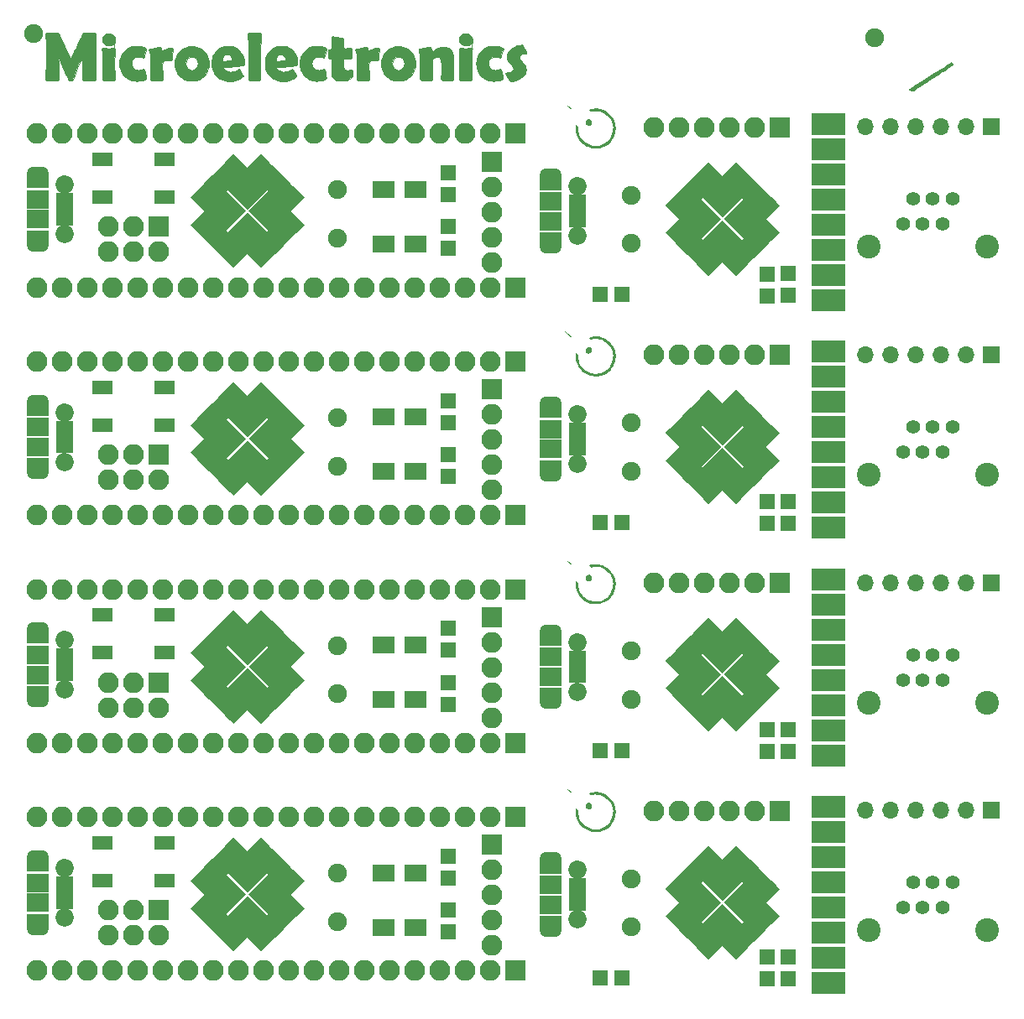
<source format=gts>
%MOIN*%
%OFA0B0*%
%FSLAX46Y46*%
%IPPOS*%
%LPD*%
%ADD10C,0.0039370078740157488*%
%ADD11R,0.0905511811023622X0.066929133858267723*%
%ADD12C,0.074803149606299218*%
%ADD13R,0.082677165354330714X0.082677165354330714*%
%ADD14O,0.082677165354330714X0.082677165354330714*%
%ADD15R,0.082677165354330714X0.055118110236220472*%
%ADD16R,0.062992125984251982X0.062992125984251982*%
%ADD17R,0.0905511811023622X0.074803149606299218*%
%ADD18C,0.072834645669291348*%
%ADD19R,0.068897637795275593X0.031496062992125991*%
%ADD20O,0.0905511811023622X0.062992125984251982*%
%ADD21R,0.0905511811023622X0.062992125984251982*%
%ADD32C,0.0039370078740157488*%
%ADD33R,0.0905511811023622X0.066929133858267723*%
%ADD34C,0.074803149606299218*%
%ADD35R,0.082677165354330714X0.082677165354330714*%
%ADD36O,0.082677165354330714X0.082677165354330714*%
%ADD37R,0.082677165354330714X0.055118110236220472*%
%ADD38R,0.062992125984251982X0.062992125984251982*%
%ADD39R,0.0905511811023622X0.074803149606299218*%
%ADD40C,0.072834645669291348*%
%ADD41R,0.068897637795275593X0.031496062992125991*%
%ADD42O,0.0905511811023622X0.062992125984251982*%
%ADD43R,0.0905511811023622X0.062992125984251982*%
%ADD44C,0.0039370078740157488*%
%ADD45R,0.0905511811023622X0.066929133858267723*%
%ADD46C,0.074803149606299218*%
%ADD47R,0.082677165354330714X0.082677165354330714*%
%ADD48O,0.082677165354330714X0.082677165354330714*%
%ADD49R,0.082677165354330714X0.055118110236220472*%
%ADD50R,0.062992125984251982X0.062992125984251982*%
%ADD51R,0.0905511811023622X0.074803149606299218*%
%ADD52C,0.072834645669291348*%
%ADD53R,0.068897637795275593X0.031496062992125991*%
%ADD54O,0.0905511811023622X0.062992125984251982*%
%ADD55R,0.0905511811023622X0.062992125984251982*%
%ADD56C,0.0039370078740157488*%
%ADD57R,0.0905511811023622X0.066929133858267723*%
%ADD58C,0.074803149606299218*%
%ADD59R,0.082677165354330714X0.082677165354330714*%
%ADD60O,0.082677165354330714X0.082677165354330714*%
%ADD61R,0.082677165354330714X0.055118110236220472*%
%ADD62R,0.062992125984251982X0.062992125984251982*%
%ADD63R,0.0905511811023622X0.074803149606299218*%
%ADD64C,0.072834645669291348*%
%ADD65R,0.068897637795275593X0.031496062992125991*%
%ADD66O,0.0905511811023622X0.062992125984251982*%
%ADD67R,0.0905511811023622X0.062992125984251982*%
%ADD68C,0.0039370078740157488*%
%ADD69R,0.0905511811023622X0.074803149606299218*%
%ADD70C,0.072834645669291348*%
%ADD71R,0.068897637795275593X0.031496062992125991*%
%ADD72O,0.0905511811023622X0.062992125984251982*%
%ADD73R,0.0905511811023622X0.062992125984251982*%
%ADD74C,0.074803149606299218*%
%ADD75R,0.082677165354330714X0.082677165354330714*%
%ADD76O,0.082677165354330714X0.082677165354330714*%
%ADD77R,0.062992125984251982X0.062992125984251982*%
%ADD78C,0.0039370078740157488*%
%ADD79R,0.0905511811023622X0.074803149606299218*%
%ADD80C,0.072834645669291348*%
%ADD81R,0.068897637795275593X0.031496062992125991*%
%ADD82O,0.0905511811023622X0.062992125984251982*%
%ADD83R,0.0905511811023622X0.062992125984251982*%
%ADD84C,0.074803149606299218*%
%ADD85R,0.082677165354330714X0.082677165354330714*%
%ADD86O,0.082677165354330714X0.082677165354330714*%
%ADD87R,0.062992125984251982X0.062992125984251982*%
%ADD88C,0.0039370078740157488*%
%ADD89R,0.0905511811023622X0.074803149606299218*%
%ADD90C,0.072834645669291348*%
%ADD91R,0.068897637795275593X0.031496062992125991*%
%ADD92O,0.0905511811023622X0.062992125984251982*%
%ADD93R,0.0905511811023622X0.062992125984251982*%
%ADD94C,0.074803149606299218*%
%ADD95R,0.082677165354330714X0.082677165354330714*%
%ADD96O,0.082677165354330714X0.082677165354330714*%
%ADD97R,0.062992125984251982X0.062992125984251982*%
%ADD98C,0.0039370078740157488*%
%ADD99R,0.0905511811023622X0.074803149606299218*%
%ADD100C,0.072834645669291348*%
%ADD101R,0.068897637795275593X0.031496062992125991*%
%ADD102O,0.0905511811023622X0.062992125984251982*%
%ADD103R,0.0905511811023622X0.062992125984251982*%
%ADD104C,0.074803149606299218*%
%ADD105R,0.082677165354330714X0.082677165354330714*%
%ADD106O,0.082677165354330714X0.082677165354330714*%
%ADD107R,0.062992125984251982X0.062992125984251982*%
%ADD108C,0.0039370078740157488*%
%ADD109C,0.0029398031496062995*%
%ADD110C,0.074803149606299218*%
%ADD111C,0.0039370078740157488*%
%ADD112C,0.094488188976377951*%
%ADD113C,0.055118110236220472*%
%ADD114R,0.066929133858267723X0.066929133858267723*%
%ADD115O,0.066929133858267723X0.066929133858267723*%
%ADD116C,0.0039370078740157488*%
%ADD117C,0.094488188976377951*%
%ADD118C,0.055118110236220472*%
%ADD119R,0.066929133858267723X0.066929133858267723*%
%ADD120O,0.066929133858267723X0.066929133858267723*%
%ADD121C,0.0039370078740157488*%
%ADD122C,0.094488188976377951*%
%ADD123C,0.055118110236220472*%
%ADD124R,0.066929133858267723X0.066929133858267723*%
%ADD125O,0.066929133858267723X0.066929133858267723*%
%ADD126C,0.0039370078740157488*%
%ADD127C,0.094488188976377951*%
%ADD128C,0.055118110236220472*%
%ADD129R,0.066929133858267723X0.066929133858267723*%
%ADD130O,0.066929133858267723X0.066929133858267723*%
%ADD131C,0.0039370078740157488*%
%ADD132C,0.074803149606299218*%
G01G01*
D10*
D11*
X0000000000Y0000905511D02*
X0001449685Y0000539685D03*
X0001449685Y0000323149D03*
X0001575669Y0000323149D03*
X0001575669Y0000539685D03*
D12*
X0001268582Y0000345590D03*
X0001268582Y0000537716D03*
D10*
G36*
X0001076710Y0000459611D02*
X0001136563Y0000399757D01*
X0001117076Y0000380270D01*
X0001057222Y0000440124D01*
X0001076710Y0000459611D01*
X0001076710Y0000459611D01*
G37*
G36*
X0001062790Y0000445691D02*
X0001122644Y0000385838D01*
X0001103156Y0000366351D01*
X0001043303Y0000426204D01*
X0001062790Y0000445691D01*
X0001062790Y0000445691D01*
G37*
G36*
X0001048871Y0000431772D02*
X0001108724Y0000371918D01*
X0001089237Y0000352431D01*
X0001029383Y0000412285D01*
X0001048871Y0000431772D01*
X0001048871Y0000431772D01*
G37*
G36*
X0001034951Y0000417853D02*
X0001094805Y0000357999D01*
X0001075318Y0000338512D01*
X0001015464Y0000398365D01*
X0001034951Y0000417853D01*
X0001034951Y0000417853D01*
G37*
G36*
X0001021032Y0000403933D02*
X0001080885Y0000344080D01*
X0001061398Y0000324592D01*
X0001001545Y0000384446D01*
X0001021032Y0000403933D01*
X0001021032Y0000403933D01*
G37*
G36*
X0001047479Y0000310673D02*
X0000987625Y0000370527D01*
X0001007112Y0000390014D01*
X0001066966Y0000330160D01*
X0001047479Y0000310673D01*
X0001047479Y0000310673D01*
G37*
G36*
X0000993193Y0000376094D02*
X0001053047Y0000316241D01*
X0001033559Y0000296754D01*
X0000973706Y0000356607D01*
X0000993193Y0000376094D01*
X0000993193Y0000376094D01*
G37*
G36*
X0000979274Y0000362175D02*
X0001039127Y0000302321D01*
X0001019640Y0000282834D01*
X0000959786Y0000342688D01*
X0000979274Y0000362175D01*
X0000979274Y0000362175D01*
G37*
G36*
X0000965354Y0000348255D02*
X0001025208Y0000288402D01*
X0001005720Y0000268915D01*
X0000945867Y0000328768D01*
X0000965354Y0000348255D01*
X0000965354Y0000348255D01*
G37*
G36*
X0000951435Y0000334336D02*
X0001011288Y0000274483D01*
X0000991801Y0000254995D01*
X0000931948Y0000314849D01*
X0000951435Y0000334336D01*
X0000951435Y0000334336D01*
G37*
G36*
X0000937515Y0000320417D02*
X0000997369Y0000260563D01*
X0000977882Y0000241076D01*
X0000918028Y0000300929D01*
X0000937515Y0000320417D01*
X0000937515Y0000320417D01*
G37*
G36*
X0000923596Y0000306497D02*
X0000983449Y0000246644D01*
X0000963962Y0000227156D01*
X0000904109Y0000287010D01*
X0000923596Y0000306497D01*
X0000923596Y0000306497D01*
G37*
G36*
X0000973706Y0000551479D02*
X0001033559Y0000611333D01*
X0001053047Y0000591845D01*
X0000993193Y0000531992D01*
X0000973706Y0000551479D01*
X0000973706Y0000551479D01*
G37*
G36*
X0000987625Y0000537560D02*
X0001047479Y0000597413D01*
X0001066966Y0000577926D01*
X0001007112Y0000518072D01*
X0000987625Y0000537560D01*
X0000987625Y0000537560D01*
G37*
G36*
X0001001545Y0000523640D02*
X0001061398Y0000583494D01*
X0001080885Y0000564007D01*
X0001021032Y0000504153D01*
X0001001545Y0000523640D01*
X0001001545Y0000523640D01*
G37*
G36*
X0001015464Y0000509721D02*
X0001075318Y0000569574D01*
X0001094805Y0000550087D01*
X0001034951Y0000490234D01*
X0001015464Y0000509721D01*
X0001015464Y0000509721D01*
G37*
G36*
X0001029383Y0000495801D02*
X0001089237Y0000555655D01*
X0001108724Y0000536168D01*
X0001048871Y0000476314D01*
X0001029383Y0000495801D01*
X0001029383Y0000495801D01*
G37*
G36*
X0001043303Y0000481882D02*
X0001103156Y0000541735D01*
X0001122644Y0000522248D01*
X0001062790Y0000462395D01*
X0001043303Y0000481882D01*
X0001043303Y0000481882D01*
G37*
G36*
X0000959786Y0000565399D02*
X0001019640Y0000625252D01*
X0001039127Y0000605765D01*
X0000979274Y0000545911D01*
X0000959786Y0000565399D01*
X0000959786Y0000565399D01*
G37*
G36*
X0001057222Y0000467963D02*
X0001117076Y0000527816D01*
X0001136563Y0000508329D01*
X0001076710Y0000448475D01*
X0001057222Y0000467963D01*
X0001057222Y0000467963D01*
G37*
G36*
X0000945867Y0000579318D02*
X0001005720Y0000639171D01*
X0001025208Y0000619684D01*
X0000965354Y0000559831D01*
X0000945867Y0000579318D01*
X0000945867Y0000579318D01*
G37*
G36*
X0000931948Y0000593237D02*
X0000991801Y0000653091D01*
X0001011288Y0000633604D01*
X0000951435Y0000573750D01*
X0000931948Y0000593237D01*
X0000931948Y0000593237D01*
G37*
G36*
X0000918028Y0000607157D02*
X0000977882Y0000667010D01*
X0000997369Y0000647523D01*
X0000937515Y0000587670D01*
X0000918028Y0000607157D01*
X0000918028Y0000607157D01*
G37*
G36*
X0000904109Y0000621076D02*
X0000963962Y0000680930D01*
X0000983449Y0000661442D01*
X0000923596Y0000601589D01*
X0000904109Y0000621076D01*
X0000904109Y0000621076D01*
G37*
G36*
X0000771874Y0000597413D02*
X0000831728Y0000537560D01*
X0000812240Y0000518072D01*
X0000752387Y0000577926D01*
X0000771874Y0000597413D01*
X0000771874Y0000597413D01*
G37*
G36*
X0000785794Y0000611333D02*
X0000845647Y0000551479D01*
X0000826160Y0000531992D01*
X0000766306Y0000591845D01*
X0000785794Y0000611333D01*
X0000785794Y0000611333D01*
G37*
G36*
X0000799713Y0000625252D02*
X0000859567Y0000565399D01*
X0000840079Y0000545911D01*
X0000780226Y0000605765D01*
X0000799713Y0000625252D01*
X0000799713Y0000625252D01*
G37*
G36*
X0000813632Y0000639171D02*
X0000873486Y0000579318D01*
X0000853999Y0000559831D01*
X0000794145Y0000619684D01*
X0000813632Y0000639171D01*
X0000813632Y0000639171D01*
G37*
G36*
X0000827552Y0000653091D02*
X0000887405Y0000593237D01*
X0000867918Y0000573750D01*
X0000808065Y0000633604D01*
X0000827552Y0000653091D01*
X0000827552Y0000653091D01*
G37*
G36*
X0000841471Y0000667010D02*
X0000901325Y0000607157D01*
X0000881838Y0000587670D01*
X0000821984Y0000647523D01*
X0000841471Y0000667010D01*
X0000841471Y0000667010D01*
G37*
G36*
X0000855391Y0000680930D02*
X0000915244Y0000621076D01*
X0000895757Y0000601589D01*
X0000835903Y0000661442D01*
X0000855391Y0000680930D01*
X0000855391Y0000680930D01*
G37*
G36*
X0000757955Y0000583494D02*
X0000817808Y0000523640D01*
X0000798321Y0000504153D01*
X0000738467Y0000564007D01*
X0000757955Y0000583494D01*
X0000757955Y0000583494D01*
G37*
G36*
X0000744035Y0000569574D02*
X0000803889Y0000509721D01*
X0000784402Y0000490234D01*
X0000724548Y0000550087D01*
X0000744035Y0000569574D01*
X0000744035Y0000569574D01*
G37*
G36*
X0000730116Y0000555655D02*
X0000789969Y0000495801D01*
X0000770482Y0000476314D01*
X0000710629Y0000536168D01*
X0000730116Y0000555655D01*
X0000730116Y0000555655D01*
G37*
G36*
X0000716196Y0000541735D02*
X0000776050Y0000481882D01*
X0000756563Y0000462395D01*
X0000696709Y0000522248D01*
X0000716196Y0000541735D01*
X0000716196Y0000541735D01*
G37*
G36*
X0000702277Y0000527816D02*
X0000762131Y0000467963D01*
X0000742643Y0000448475D01*
X0000682790Y0000508329D01*
X0000702277Y0000527816D01*
X0000702277Y0000527816D01*
G37*
G36*
X0000766306Y0000316241D02*
X0000826160Y0000376094D01*
X0000845647Y0000356607D01*
X0000785794Y0000296754D01*
X0000766306Y0000316241D01*
X0000766306Y0000316241D01*
G37*
G36*
X0000752387Y0000330160D02*
X0000812240Y0000390014D01*
X0000831728Y0000370527D01*
X0000771874Y0000310673D01*
X0000752387Y0000330160D01*
X0000752387Y0000330160D01*
G37*
G36*
X0000780226Y0000302321D02*
X0000840079Y0000362175D01*
X0000859567Y0000342688D01*
X0000799713Y0000282834D01*
X0000780226Y0000302321D01*
X0000780226Y0000302321D01*
G37*
G36*
X0000794145Y0000288402D02*
X0000853999Y0000348255D01*
X0000873486Y0000328768D01*
X0000813632Y0000268915D01*
X0000794145Y0000288402D01*
X0000794145Y0000288402D01*
G37*
G36*
X0000808065Y0000274483D02*
X0000867918Y0000334336D01*
X0000887405Y0000314849D01*
X0000827552Y0000254995D01*
X0000808065Y0000274483D01*
X0000808065Y0000274483D01*
G37*
G36*
X0000821984Y0000260563D02*
X0000881838Y0000320417D01*
X0000901325Y0000300929D01*
X0000841471Y0000241076D01*
X0000821984Y0000260563D01*
X0000821984Y0000260563D01*
G37*
G36*
X0000835903Y0000246644D02*
X0000895757Y0000306497D01*
X0000915244Y0000287010D01*
X0000855391Y0000227156D01*
X0000835903Y0000246644D01*
X0000835903Y0000246644D01*
G37*
G36*
X0000738467Y0000344080D02*
X0000798321Y0000403933D01*
X0000817808Y0000384446D01*
X0000757955Y0000324592D01*
X0000738467Y0000344080D01*
X0000738467Y0000344080D01*
G37*
G36*
X0000724548Y0000357999D02*
X0000784402Y0000417853D01*
X0000803889Y0000398365D01*
X0000744035Y0000338512D01*
X0000724548Y0000357999D01*
X0000724548Y0000357999D01*
G37*
G36*
X0000710629Y0000371918D02*
X0000770482Y0000431772D01*
X0000789969Y0000412285D01*
X0000730116Y0000352431D01*
X0000710629Y0000371918D01*
X0000710629Y0000371918D01*
G37*
G36*
X0000696709Y0000385838D02*
X0000756563Y0000445691D01*
X0000776050Y0000426204D01*
X0000716196Y0000366351D01*
X0000696709Y0000385838D01*
X0000696709Y0000385838D01*
G37*
G36*
X0000682790Y0000399757D02*
X0000742643Y0000459611D01*
X0000762131Y0000440124D01*
X0000702277Y0000380270D01*
X0000682790Y0000399757D01*
X0000682790Y0000399757D01*
G37*
G36*
X0000995977Y0000534776D02*
X0001076710Y0000454043D01*
X0000995977Y0000373310D01*
X0000915244Y0000454043D01*
X0000995977Y0000534776D01*
X0000995977Y0000534776D01*
G37*
G36*
X0000823376Y0000534776D02*
X0000904109Y0000454043D01*
X0000823376Y0000373310D01*
X0000742643Y0000454043D01*
X0000823376Y0000534776D01*
X0000823376Y0000534776D01*
G37*
G36*
X0000909676Y0000448475D02*
X0000990409Y0000367743D01*
X0000909676Y0000287010D01*
X0000828944Y0000367743D01*
X0000909676Y0000448475D01*
X0000909676Y0000448475D01*
G37*
G36*
X0000909676Y0000621076D02*
X0000990409Y0000540344D01*
X0000909676Y0000459611D01*
X0000828944Y0000540344D01*
X0000909676Y0000621076D01*
X0000909676Y0000621076D01*
G37*
D13*
X0001880787Y0000650314D03*
D14*
X0001880787Y0000550314D03*
X0001880787Y0000450314D03*
X0001880787Y0000350314D03*
X0001880787Y0000250314D03*
D15*
X0000333149Y0000658188D03*
X0000581181Y0000658188D03*
X0000333149Y0000508582D03*
X0000581181Y0000508582D03*
D13*
X0001974488Y0000150314D03*
D14*
X0001874488Y0000150314D03*
X0001774488Y0000150314D03*
X0001674488Y0000150314D03*
X0001574488Y0000150314D03*
X0001474488Y0000150314D03*
X0001374488Y0000150314D03*
X0001274488Y0000150314D03*
X0001174488Y0000150314D03*
X0001074488Y0000150314D03*
X0000974488Y0000150314D03*
X0000874488Y0000150314D03*
X0000774488Y0000150314D03*
X0000674488Y0000150314D03*
X0000574488Y0000150314D03*
X0000474488Y0000150314D03*
X0000374488Y0000150314D03*
X0000274488Y0000150314D03*
X0000174488Y0000150314D03*
X0000074488Y0000150314D03*
D13*
X0001974488Y0000760551D03*
D14*
X0001874488Y0000760551D03*
X0001774488Y0000760551D03*
X0001674488Y0000760551D03*
X0001574488Y0000760551D03*
X0001474488Y0000760551D03*
X0001374488Y0000760551D03*
X0001274488Y0000760551D03*
X0001174488Y0000760551D03*
X0001074488Y0000760551D03*
X0000974488Y0000760551D03*
X0000874488Y0000760551D03*
X0000774488Y0000760551D03*
X0000674488Y0000760551D03*
X0000574488Y0000760551D03*
X0000474488Y0000760551D03*
X0000374488Y0000760551D03*
X0000274488Y0000760551D03*
X0000174488Y0000760551D03*
X0000074488Y0000760551D03*
D13*
X0000555511Y0000390551D03*
D14*
X0000555511Y0000290551D03*
X0000455511Y0000390551D03*
X0000455511Y0000290551D03*
X0000355511Y0000390551D03*
X0000355511Y0000290551D03*
D16*
X0001705984Y0000605039D03*
X0001705984Y0000518425D03*
X0001705984Y0000391259D03*
X0001705984Y0000304645D03*
D17*
X0000076771Y0000421259D03*
D18*
X0000183070Y0000559055D03*
D19*
X0000183070Y0000486220D03*
X0000183070Y0000511811D03*
X0000183070Y0000409448D03*
X0000183070Y0000435039D03*
X0000183070Y0000460629D03*
D18*
X0000183070Y0000362204D03*
D17*
X0000076771Y0000500000D03*
D20*
X0000076771Y0000598425D03*
X0000076771Y0000322834D03*
D21*
X0000076771Y0000346456D03*
X0000076771Y0000574803D03*
G04 next file*
G04 Gerber Fmt 4.6, Leading zero omitted, Abs format (unit mm)*
G04 Created by KiCad (PCBNEW 4.0.7) date 01/16/18 14:15:25*
G01G01*
G04 APERTURE LIST*
G04 APERTURE END LIST*
D32*
D33*
X0000000000Y0001811023D02*
X0001449685Y0001445196D03*
X0001449685Y0001228661D03*
X0001575669Y0001228661D03*
X0001575669Y0001445196D03*
D34*
X0001268582Y0001251102D03*
X0001268582Y0001443228D03*
D32*
G36*
X0001076710Y0001365123D02*
X0001136563Y0001305269D01*
X0001117076Y0001285782D01*
X0001057222Y0001345635D01*
X0001076710Y0001365123D01*
X0001076710Y0001365123D01*
G37*
G36*
X0001062790Y0001351203D02*
X0001122644Y0001291350D01*
X0001103156Y0001271863D01*
X0001043303Y0001331716D01*
X0001062790Y0001351203D01*
X0001062790Y0001351203D01*
G37*
G36*
X0001048871Y0001337284D02*
X0001108724Y0001277430D01*
X0001089237Y0001257943D01*
X0001029383Y0001317797D01*
X0001048871Y0001337284D01*
X0001048871Y0001337284D01*
G37*
G36*
X0001034951Y0001323364D02*
X0001094805Y0001263511D01*
X0001075318Y0001244024D01*
X0001015464Y0001303877D01*
X0001034951Y0001323364D01*
X0001034951Y0001323364D01*
G37*
G36*
X0001021032Y0001309445D02*
X0001080885Y0001249591D01*
X0001061398Y0001230104D01*
X0001001545Y0001289958D01*
X0001021032Y0001309445D01*
X0001021032Y0001309445D01*
G37*
G36*
X0001047479Y0001216185D02*
X0000987625Y0001276038D01*
X0001007112Y0001295526D01*
X0001066966Y0001235672D01*
X0001047479Y0001216185D01*
X0001047479Y0001216185D01*
G37*
G36*
X0000993193Y0001281606D02*
X0001053047Y0001221753D01*
X0001033559Y0001202265D01*
X0000973706Y0001262119D01*
X0000993193Y0001281606D01*
X0000993193Y0001281606D01*
G37*
G36*
X0000979274Y0001267687D02*
X0001039127Y0001207833D01*
X0001019640Y0001188346D01*
X0000959786Y0001248199D01*
X0000979274Y0001267687D01*
X0000979274Y0001267687D01*
G37*
G36*
X0000965354Y0001253767D02*
X0001025208Y0001193914D01*
X0001005720Y0001174427D01*
X0000945867Y0001234280D01*
X0000965354Y0001253767D01*
X0000965354Y0001253767D01*
G37*
G36*
X0000951435Y0001239848D02*
X0001011288Y0001179994D01*
X0000991801Y0001160507D01*
X0000931948Y0001220361D01*
X0000951435Y0001239848D01*
X0000951435Y0001239848D01*
G37*
G36*
X0000937515Y0001225928D02*
X0000997369Y0001166075D01*
X0000977882Y0001146588D01*
X0000918028Y0001206441D01*
X0000937515Y0001225928D01*
X0000937515Y0001225928D01*
G37*
G36*
X0000923596Y0001212009D02*
X0000983449Y0001152155D01*
X0000963962Y0001132668D01*
X0000904109Y0001192522D01*
X0000923596Y0001212009D01*
X0000923596Y0001212009D01*
G37*
G36*
X0000973706Y0001456991D02*
X0001033559Y0001516844D01*
X0001053047Y0001497357D01*
X0000993193Y0001437504D01*
X0000973706Y0001456991D01*
X0000973706Y0001456991D01*
G37*
G36*
X0000987625Y0001443071D02*
X0001047479Y0001502925D01*
X0001066966Y0001483438D01*
X0001007112Y0001423584D01*
X0000987625Y0001443071D01*
X0000987625Y0001443071D01*
G37*
G36*
X0001001545Y0001429152D02*
X0001061398Y0001489006D01*
X0001080885Y0001469518D01*
X0001021032Y0001409665D01*
X0001001545Y0001429152D01*
X0001001545Y0001429152D01*
G37*
G36*
X0001015464Y0001415233D02*
X0001075318Y0001475086D01*
X0001094805Y0001455599D01*
X0001034951Y0001395745D01*
X0001015464Y0001415233D01*
X0001015464Y0001415233D01*
G37*
G36*
X0001029383Y0001401313D02*
X0001089237Y0001461167D01*
X0001108724Y0001441679D01*
X0001048871Y0001381826D01*
X0001029383Y0001401313D01*
X0001029383Y0001401313D01*
G37*
G36*
X0001043303Y0001387394D02*
X0001103156Y0001447247D01*
X0001122644Y0001427760D01*
X0001062790Y0001367907D01*
X0001043303Y0001387394D01*
X0001043303Y0001387394D01*
G37*
G36*
X0000959786Y0001470910D02*
X0001019640Y0001530764D01*
X0001039127Y0001511277D01*
X0000979274Y0001451423D01*
X0000959786Y0001470910D01*
X0000959786Y0001470910D01*
G37*
G36*
X0001057222Y0001373474D02*
X0001117076Y0001433328D01*
X0001136563Y0001413841D01*
X0001076710Y0001353987D01*
X0001057222Y0001373474D01*
X0001057222Y0001373474D01*
G37*
G36*
X0000945867Y0001484830D02*
X0001005720Y0001544683D01*
X0001025208Y0001525196D01*
X0000965354Y0001465343D01*
X0000945867Y0001484830D01*
X0000945867Y0001484830D01*
G37*
G36*
X0000931948Y0001498749D02*
X0000991801Y0001558603D01*
X0001011288Y0001539115D01*
X0000951435Y0001479262D01*
X0000931948Y0001498749D01*
X0000931948Y0001498749D01*
G37*
G36*
X0000918028Y0001512669D02*
X0000977882Y0001572522D01*
X0000997369Y0001553035D01*
X0000937515Y0001493181D01*
X0000918028Y0001512669D01*
X0000918028Y0001512669D01*
G37*
G36*
X0000904109Y0001526588D02*
X0000963962Y0001586441D01*
X0000983449Y0001566954D01*
X0000923596Y0001507101D01*
X0000904109Y0001526588D01*
X0000904109Y0001526588D01*
G37*
G36*
X0000771874Y0001502925D02*
X0000831728Y0001443071D01*
X0000812240Y0001423584D01*
X0000752387Y0001483438D01*
X0000771874Y0001502925D01*
X0000771874Y0001502925D01*
G37*
G36*
X0000785794Y0001516844D02*
X0000845647Y0001456991D01*
X0000826160Y0001437504D01*
X0000766306Y0001497357D01*
X0000785794Y0001516844D01*
X0000785794Y0001516844D01*
G37*
G36*
X0000799713Y0001530764D02*
X0000859567Y0001470910D01*
X0000840079Y0001451423D01*
X0000780226Y0001511277D01*
X0000799713Y0001530764D01*
X0000799713Y0001530764D01*
G37*
G36*
X0000813632Y0001544683D02*
X0000873486Y0001484830D01*
X0000853999Y0001465343D01*
X0000794145Y0001525196D01*
X0000813632Y0001544683D01*
X0000813632Y0001544683D01*
G37*
G36*
X0000827552Y0001558603D02*
X0000887405Y0001498749D01*
X0000867918Y0001479262D01*
X0000808065Y0001539115D01*
X0000827552Y0001558603D01*
X0000827552Y0001558603D01*
G37*
G36*
X0000841471Y0001572522D02*
X0000901325Y0001512669D01*
X0000881838Y0001493181D01*
X0000821984Y0001553035D01*
X0000841471Y0001572522D01*
X0000841471Y0001572522D01*
G37*
G36*
X0000855391Y0001586441D02*
X0000915244Y0001526588D01*
X0000895757Y0001507101D01*
X0000835903Y0001566954D01*
X0000855391Y0001586441D01*
X0000855391Y0001586441D01*
G37*
G36*
X0000757955Y0001489006D02*
X0000817808Y0001429152D01*
X0000798321Y0001409665D01*
X0000738467Y0001469518D01*
X0000757955Y0001489006D01*
X0000757955Y0001489006D01*
G37*
G36*
X0000744035Y0001475086D02*
X0000803889Y0001415233D01*
X0000784402Y0001395745D01*
X0000724548Y0001455599D01*
X0000744035Y0001475086D01*
X0000744035Y0001475086D01*
G37*
G36*
X0000730116Y0001461167D02*
X0000789969Y0001401313D01*
X0000770482Y0001381826D01*
X0000710629Y0001441679D01*
X0000730116Y0001461167D01*
X0000730116Y0001461167D01*
G37*
G36*
X0000716196Y0001447247D02*
X0000776050Y0001387394D01*
X0000756563Y0001367907D01*
X0000696709Y0001427760D01*
X0000716196Y0001447247D01*
X0000716196Y0001447247D01*
G37*
G36*
X0000702277Y0001433328D02*
X0000762131Y0001373474D01*
X0000742643Y0001353987D01*
X0000682790Y0001413841D01*
X0000702277Y0001433328D01*
X0000702277Y0001433328D01*
G37*
G36*
X0000766306Y0001221753D02*
X0000826160Y0001281606D01*
X0000845647Y0001262119D01*
X0000785794Y0001202265D01*
X0000766306Y0001221753D01*
X0000766306Y0001221753D01*
G37*
G36*
X0000752387Y0001235672D02*
X0000812240Y0001295526D01*
X0000831728Y0001276038D01*
X0000771874Y0001216185D01*
X0000752387Y0001235672D01*
X0000752387Y0001235672D01*
G37*
G36*
X0000780226Y0001207833D02*
X0000840079Y0001267687D01*
X0000859567Y0001248199D01*
X0000799713Y0001188346D01*
X0000780226Y0001207833D01*
X0000780226Y0001207833D01*
G37*
G36*
X0000794145Y0001193914D02*
X0000853999Y0001253767D01*
X0000873486Y0001234280D01*
X0000813632Y0001174427D01*
X0000794145Y0001193914D01*
X0000794145Y0001193914D01*
G37*
G36*
X0000808065Y0001179994D02*
X0000867918Y0001239848D01*
X0000887405Y0001220361D01*
X0000827552Y0001160507D01*
X0000808065Y0001179994D01*
X0000808065Y0001179994D01*
G37*
G36*
X0000821984Y0001166075D02*
X0000881838Y0001225928D01*
X0000901325Y0001206441D01*
X0000841471Y0001146588D01*
X0000821984Y0001166075D01*
X0000821984Y0001166075D01*
G37*
G36*
X0000835903Y0001152155D02*
X0000895757Y0001212009D01*
X0000915244Y0001192522D01*
X0000855391Y0001132668D01*
X0000835903Y0001152155D01*
X0000835903Y0001152155D01*
G37*
G36*
X0000738467Y0001249591D02*
X0000798321Y0001309445D01*
X0000817808Y0001289958D01*
X0000757955Y0001230104D01*
X0000738467Y0001249591D01*
X0000738467Y0001249591D01*
G37*
G36*
X0000724548Y0001263511D02*
X0000784402Y0001323364D01*
X0000803889Y0001303877D01*
X0000744035Y0001244024D01*
X0000724548Y0001263511D01*
X0000724548Y0001263511D01*
G37*
G36*
X0000710629Y0001277430D02*
X0000770482Y0001337284D01*
X0000789969Y0001317797D01*
X0000730116Y0001257943D01*
X0000710629Y0001277430D01*
X0000710629Y0001277430D01*
G37*
G36*
X0000696709Y0001291350D02*
X0000756563Y0001351203D01*
X0000776050Y0001331716D01*
X0000716196Y0001271863D01*
X0000696709Y0001291350D01*
X0000696709Y0001291350D01*
G37*
G36*
X0000682790Y0001305269D02*
X0000742643Y0001365123D01*
X0000762131Y0001345635D01*
X0000702277Y0001285782D01*
X0000682790Y0001305269D01*
X0000682790Y0001305269D01*
G37*
G36*
X0000995977Y0001440288D02*
X0001076710Y0001359555D01*
X0000995977Y0001278822D01*
X0000915244Y0001359555D01*
X0000995977Y0001440288D01*
X0000995977Y0001440288D01*
G37*
G36*
X0000823376Y0001440288D02*
X0000904109Y0001359555D01*
X0000823376Y0001278822D01*
X0000742643Y0001359555D01*
X0000823376Y0001440288D01*
X0000823376Y0001440288D01*
G37*
G36*
X0000909676Y0001353987D02*
X0000990409Y0001273254D01*
X0000909676Y0001192522D01*
X0000828944Y0001273254D01*
X0000909676Y0001353987D01*
X0000909676Y0001353987D01*
G37*
G36*
X0000909676Y0001526588D02*
X0000990409Y0001445855D01*
X0000909676Y0001365123D01*
X0000828944Y0001445855D01*
X0000909676Y0001526588D01*
X0000909676Y0001526588D01*
G37*
D35*
X0001880787Y0001555826D03*
D36*
X0001880787Y0001455826D03*
X0001880787Y0001355826D03*
X0001880787Y0001255826D03*
X0001880787Y0001155826D03*
D37*
X0000333149Y0001563700D03*
X0000581181Y0001563700D03*
X0000333149Y0001414094D03*
X0000581181Y0001414094D03*
D35*
X0001974488Y0001055826D03*
D36*
X0001874488Y0001055826D03*
X0001774488Y0001055826D03*
X0001674488Y0001055826D03*
X0001574488Y0001055826D03*
X0001474488Y0001055826D03*
X0001374488Y0001055826D03*
X0001274488Y0001055826D03*
X0001174488Y0001055826D03*
X0001074488Y0001055826D03*
X0000974488Y0001055826D03*
X0000874488Y0001055826D03*
X0000774488Y0001055826D03*
X0000674488Y0001055826D03*
X0000574488Y0001055826D03*
X0000474488Y0001055826D03*
X0000374488Y0001055826D03*
X0000274488Y0001055826D03*
X0000174488Y0001055826D03*
X0000074488Y0001055826D03*
D35*
X0001974488Y0001666062D03*
D36*
X0001874488Y0001666062D03*
X0001774488Y0001666062D03*
X0001674488Y0001666062D03*
X0001574488Y0001666062D03*
X0001474488Y0001666062D03*
X0001374488Y0001666062D03*
X0001274488Y0001666062D03*
X0001174488Y0001666062D03*
X0001074488Y0001666062D03*
X0000974488Y0001666062D03*
X0000874488Y0001666062D03*
X0000774488Y0001666062D03*
X0000674488Y0001666062D03*
X0000574488Y0001666062D03*
X0000474488Y0001666062D03*
X0000374488Y0001666062D03*
X0000274488Y0001666062D03*
X0000174488Y0001666062D03*
X0000074488Y0001666062D03*
D35*
X0000555511Y0001296062D03*
D36*
X0000555511Y0001196062D03*
X0000455511Y0001296062D03*
X0000455511Y0001196062D03*
X0000355511Y0001296062D03*
X0000355511Y0001196062D03*
D38*
X0001705984Y0001510551D03*
X0001705984Y0001423937D03*
X0001705984Y0001296771D03*
X0001705984Y0001210157D03*
D39*
X0000076771Y0001326771D03*
D40*
X0000183070Y0001464566D03*
D41*
X0000183070Y0001391732D03*
X0000183070Y0001417322D03*
X0000183070Y0001314960D03*
X0000183070Y0001340551D03*
X0000183070Y0001366141D03*
D40*
X0000183070Y0001267716D03*
D39*
X0000076771Y0001405511D03*
D42*
X0000076771Y0001503937D03*
X0000076771Y0001228346D03*
D43*
X0000076771Y0001251968D03*
X0000076771Y0001480314D03*
G04 next file*
G04 Gerber Fmt 4.6, Leading zero omitted, Abs format (unit mm)*
G04 Created by KiCad (PCBNEW 4.0.7) date 01/16/18 14:15:25*
G01G01*
G04 APERTURE LIST*
G04 APERTURE END LIST*
D44*
D45*
X0000000000Y0002716535D02*
X0001449685Y0002350708D03*
X0001449685Y0002134173D03*
X0001575669Y0002134173D03*
X0001575669Y0002350708D03*
D46*
X0001268582Y0002156614D03*
X0001268582Y0002348740D03*
D44*
G36*
X0001076710Y0002270634D02*
X0001136563Y0002210781D01*
X0001117076Y0002191294D01*
X0001057222Y0002251147D01*
X0001076710Y0002270634D01*
X0001076710Y0002270634D01*
G37*
G36*
X0001062790Y0002256715D02*
X0001122644Y0002196862D01*
X0001103156Y0002177374D01*
X0001043303Y0002237228D01*
X0001062790Y0002256715D01*
X0001062790Y0002256715D01*
G37*
G36*
X0001048871Y0002242796D02*
X0001108724Y0002182942D01*
X0001089237Y0002163455D01*
X0001029383Y0002223308D01*
X0001048871Y0002242796D01*
X0001048871Y0002242796D01*
G37*
G36*
X0001034951Y0002228876D02*
X0001094805Y0002169023D01*
X0001075318Y0002149535D01*
X0001015464Y0002209389D01*
X0001034951Y0002228876D01*
X0001034951Y0002228876D01*
G37*
G36*
X0001021032Y0002214957D02*
X0001080885Y0002155103D01*
X0001061398Y0002135616D01*
X0001001545Y0002195470D01*
X0001021032Y0002214957D01*
X0001021032Y0002214957D01*
G37*
G36*
X0001047479Y0002121697D02*
X0000987625Y0002181550D01*
X0001007112Y0002201037D01*
X0001066966Y0002141184D01*
X0001047479Y0002121697D01*
X0001047479Y0002121697D01*
G37*
G36*
X0000993193Y0002187118D02*
X0001053047Y0002127264D01*
X0001033559Y0002107777D01*
X0000973706Y0002167631D01*
X0000993193Y0002187118D01*
X0000993193Y0002187118D01*
G37*
G36*
X0000979274Y0002173198D02*
X0001039127Y0002113345D01*
X0001019640Y0002093858D01*
X0000959786Y0002153711D01*
X0000979274Y0002173198D01*
X0000979274Y0002173198D01*
G37*
G36*
X0000965354Y0002159279D02*
X0001025208Y0002099426D01*
X0001005720Y0002079938D01*
X0000945867Y0002139792D01*
X0000965354Y0002159279D01*
X0000965354Y0002159279D01*
G37*
G36*
X0000951435Y0002145360D02*
X0001011288Y0002085506D01*
X0000991801Y0002066019D01*
X0000931948Y0002125872D01*
X0000951435Y0002145360D01*
X0000951435Y0002145360D01*
G37*
G36*
X0000937515Y0002131440D02*
X0000997369Y0002071587D01*
X0000977882Y0002052100D01*
X0000918028Y0002111953D01*
X0000937515Y0002131440D01*
X0000937515Y0002131440D01*
G37*
G36*
X0000923596Y0002117521D02*
X0000983449Y0002057667D01*
X0000963962Y0002038180D01*
X0000904109Y0002098034D01*
X0000923596Y0002117521D01*
X0000923596Y0002117521D01*
G37*
G36*
X0000973706Y0002362503D02*
X0001033559Y0002422356D01*
X0001053047Y0002402869D01*
X0000993193Y0002343015D01*
X0000973706Y0002362503D01*
X0000973706Y0002362503D01*
G37*
G36*
X0000987625Y0002348583D02*
X0001047479Y0002408437D01*
X0001066966Y0002388950D01*
X0001007112Y0002329096D01*
X0000987625Y0002348583D01*
X0000987625Y0002348583D01*
G37*
G36*
X0001001545Y0002334664D02*
X0001061398Y0002394517D01*
X0001080885Y0002375030D01*
X0001021032Y0002315177D01*
X0001001545Y0002334664D01*
X0001001545Y0002334664D01*
G37*
G36*
X0001015464Y0002320744D02*
X0001075318Y0002380598D01*
X0001094805Y0002361111D01*
X0001034951Y0002301257D01*
X0001015464Y0002320744D01*
X0001015464Y0002320744D01*
G37*
G36*
X0001029383Y0002306825D02*
X0001089237Y0002366679D01*
X0001108724Y0002347191D01*
X0001048871Y0002287338D01*
X0001029383Y0002306825D01*
X0001029383Y0002306825D01*
G37*
G36*
X0001043303Y0002292906D02*
X0001103156Y0002352759D01*
X0001122644Y0002333272D01*
X0001062790Y0002273418D01*
X0001043303Y0002292906D01*
X0001043303Y0002292906D01*
G37*
G36*
X0000959786Y0002376422D02*
X0001019640Y0002436276D01*
X0001039127Y0002416788D01*
X0000979274Y0002356935D01*
X0000959786Y0002376422D01*
X0000959786Y0002376422D01*
G37*
G36*
X0001057222Y0002278986D02*
X0001117076Y0002338840D01*
X0001136563Y0002319352D01*
X0001076710Y0002259499D01*
X0001057222Y0002278986D01*
X0001057222Y0002278986D01*
G37*
G36*
X0000945867Y0002390342D02*
X0001005720Y0002450195D01*
X0001025208Y0002430708D01*
X0000965354Y0002370854D01*
X0000945867Y0002390342D01*
X0000945867Y0002390342D01*
G37*
G36*
X0000931948Y0002404261D02*
X0000991801Y0002464114D01*
X0001011288Y0002444627D01*
X0000951435Y0002384774D01*
X0000931948Y0002404261D01*
X0000931948Y0002404261D01*
G37*
G36*
X0000918028Y0002418180D02*
X0000977882Y0002478034D01*
X0000997369Y0002458547D01*
X0000937515Y0002398693D01*
X0000918028Y0002418180D01*
X0000918028Y0002418180D01*
G37*
G36*
X0000904109Y0002432100D02*
X0000963962Y0002491953D01*
X0000983449Y0002472466D01*
X0000923596Y0002412613D01*
X0000904109Y0002432100D01*
X0000904109Y0002432100D01*
G37*
G36*
X0000771874Y0002408437D02*
X0000831728Y0002348583D01*
X0000812240Y0002329096D01*
X0000752387Y0002388950D01*
X0000771874Y0002408437D01*
X0000771874Y0002408437D01*
G37*
G36*
X0000785794Y0002422356D02*
X0000845647Y0002362503D01*
X0000826160Y0002343015D01*
X0000766306Y0002402869D01*
X0000785794Y0002422356D01*
X0000785794Y0002422356D01*
G37*
G36*
X0000799713Y0002436276D02*
X0000859567Y0002376422D01*
X0000840079Y0002356935D01*
X0000780226Y0002416788D01*
X0000799713Y0002436276D01*
X0000799713Y0002436276D01*
G37*
G36*
X0000813632Y0002450195D02*
X0000873486Y0002390342D01*
X0000853999Y0002370854D01*
X0000794145Y0002430708D01*
X0000813632Y0002450195D01*
X0000813632Y0002450195D01*
G37*
G36*
X0000827552Y0002464114D02*
X0000887405Y0002404261D01*
X0000867918Y0002384774D01*
X0000808065Y0002444627D01*
X0000827552Y0002464114D01*
X0000827552Y0002464114D01*
G37*
G36*
X0000841471Y0002478034D02*
X0000901325Y0002418180D01*
X0000881838Y0002398693D01*
X0000821984Y0002458547D01*
X0000841471Y0002478034D01*
X0000841471Y0002478034D01*
G37*
G36*
X0000855391Y0002491953D02*
X0000915244Y0002432100D01*
X0000895757Y0002412613D01*
X0000835903Y0002472466D01*
X0000855391Y0002491953D01*
X0000855391Y0002491953D01*
G37*
G36*
X0000757955Y0002394517D02*
X0000817808Y0002334664D01*
X0000798321Y0002315177D01*
X0000738467Y0002375030D01*
X0000757955Y0002394517D01*
X0000757955Y0002394517D01*
G37*
G36*
X0000744035Y0002380598D02*
X0000803889Y0002320744D01*
X0000784402Y0002301257D01*
X0000724548Y0002361111D01*
X0000744035Y0002380598D01*
X0000744035Y0002380598D01*
G37*
G36*
X0000730116Y0002366679D02*
X0000789969Y0002306825D01*
X0000770482Y0002287338D01*
X0000710629Y0002347191D01*
X0000730116Y0002366679D01*
X0000730116Y0002366679D01*
G37*
G36*
X0000716196Y0002352759D02*
X0000776050Y0002292906D01*
X0000756563Y0002273418D01*
X0000696709Y0002333272D01*
X0000716196Y0002352759D01*
X0000716196Y0002352759D01*
G37*
G36*
X0000702277Y0002338840D02*
X0000762131Y0002278986D01*
X0000742643Y0002259499D01*
X0000682790Y0002319352D01*
X0000702277Y0002338840D01*
X0000702277Y0002338840D01*
G37*
G36*
X0000766306Y0002127264D02*
X0000826160Y0002187118D01*
X0000845647Y0002167631D01*
X0000785794Y0002107777D01*
X0000766306Y0002127264D01*
X0000766306Y0002127264D01*
G37*
G36*
X0000752387Y0002141184D02*
X0000812240Y0002201037D01*
X0000831728Y0002181550D01*
X0000771874Y0002121697D01*
X0000752387Y0002141184D01*
X0000752387Y0002141184D01*
G37*
G36*
X0000780226Y0002113345D02*
X0000840079Y0002173198D01*
X0000859567Y0002153711D01*
X0000799713Y0002093858D01*
X0000780226Y0002113345D01*
X0000780226Y0002113345D01*
G37*
G36*
X0000794145Y0002099426D02*
X0000853999Y0002159279D01*
X0000873486Y0002139792D01*
X0000813632Y0002079938D01*
X0000794145Y0002099426D01*
X0000794145Y0002099426D01*
G37*
G36*
X0000808065Y0002085506D02*
X0000867918Y0002145360D01*
X0000887405Y0002125872D01*
X0000827552Y0002066019D01*
X0000808065Y0002085506D01*
X0000808065Y0002085506D01*
G37*
G36*
X0000821984Y0002071587D02*
X0000881838Y0002131440D01*
X0000901325Y0002111953D01*
X0000841471Y0002052100D01*
X0000821984Y0002071587D01*
X0000821984Y0002071587D01*
G37*
G36*
X0000835903Y0002057667D02*
X0000895757Y0002117521D01*
X0000915244Y0002098034D01*
X0000855391Y0002038180D01*
X0000835903Y0002057667D01*
X0000835903Y0002057667D01*
G37*
G36*
X0000738467Y0002155103D02*
X0000798321Y0002214957D01*
X0000817808Y0002195470D01*
X0000757955Y0002135616D01*
X0000738467Y0002155103D01*
X0000738467Y0002155103D01*
G37*
G36*
X0000724548Y0002169023D02*
X0000784402Y0002228876D01*
X0000803889Y0002209389D01*
X0000744035Y0002149535D01*
X0000724548Y0002169023D01*
X0000724548Y0002169023D01*
G37*
G36*
X0000710629Y0002182942D02*
X0000770482Y0002242796D01*
X0000789969Y0002223308D01*
X0000730116Y0002163455D01*
X0000710629Y0002182942D01*
X0000710629Y0002182942D01*
G37*
G36*
X0000696709Y0002196862D02*
X0000756563Y0002256715D01*
X0000776050Y0002237228D01*
X0000716196Y0002177374D01*
X0000696709Y0002196862D01*
X0000696709Y0002196862D01*
G37*
G36*
X0000682790Y0002210781D02*
X0000742643Y0002270634D01*
X0000762131Y0002251147D01*
X0000702277Y0002191294D01*
X0000682790Y0002210781D01*
X0000682790Y0002210781D01*
G37*
G36*
X0000995977Y0002345799D02*
X0001076710Y0002265067D01*
X0000995977Y0002184334D01*
X0000915244Y0002265067D01*
X0000995977Y0002345799D01*
X0000995977Y0002345799D01*
G37*
G36*
X0000823376Y0002345799D02*
X0000904109Y0002265067D01*
X0000823376Y0002184334D01*
X0000742643Y0002265067D01*
X0000823376Y0002345799D01*
X0000823376Y0002345799D01*
G37*
G36*
X0000909676Y0002259499D02*
X0000990409Y0002178766D01*
X0000909676Y0002098034D01*
X0000828944Y0002178766D01*
X0000909676Y0002259499D01*
X0000909676Y0002259499D01*
G37*
G36*
X0000909676Y0002432100D02*
X0000990409Y0002351367D01*
X0000909676Y0002270634D01*
X0000828944Y0002351367D01*
X0000909676Y0002432100D01*
X0000909676Y0002432100D01*
G37*
D47*
X0001880787Y0002461338D03*
D48*
X0001880787Y0002361338D03*
X0001880787Y0002261338D03*
X0001880787Y0002161338D03*
X0001880787Y0002061338D03*
D49*
X0000333149Y0002469212D03*
X0000581181Y0002469212D03*
X0000333149Y0002319606D03*
X0000581181Y0002319606D03*
D47*
X0001974488Y0001961338D03*
D48*
X0001874488Y0001961338D03*
X0001774488Y0001961338D03*
X0001674488Y0001961338D03*
X0001574488Y0001961338D03*
X0001474488Y0001961338D03*
X0001374488Y0001961338D03*
X0001274488Y0001961338D03*
X0001174488Y0001961338D03*
X0001074488Y0001961338D03*
X0000974488Y0001961338D03*
X0000874488Y0001961338D03*
X0000774488Y0001961338D03*
X0000674488Y0001961338D03*
X0000574488Y0001961338D03*
X0000474488Y0001961338D03*
X0000374488Y0001961338D03*
X0000274488Y0001961338D03*
X0000174488Y0001961338D03*
X0000074488Y0001961338D03*
D47*
X0001974488Y0002571574D03*
D48*
X0001874488Y0002571574D03*
X0001774488Y0002571574D03*
X0001674488Y0002571574D03*
X0001574488Y0002571574D03*
X0001474488Y0002571574D03*
X0001374488Y0002571574D03*
X0001274488Y0002571574D03*
X0001174488Y0002571574D03*
X0001074488Y0002571574D03*
X0000974488Y0002571574D03*
X0000874488Y0002571574D03*
X0000774488Y0002571574D03*
X0000674488Y0002571574D03*
X0000574488Y0002571574D03*
X0000474488Y0002571574D03*
X0000374488Y0002571574D03*
X0000274488Y0002571574D03*
X0000174488Y0002571574D03*
X0000074488Y0002571574D03*
D47*
X0000555511Y0002201574D03*
D48*
X0000555511Y0002101574D03*
X0000455511Y0002201574D03*
X0000455511Y0002101574D03*
X0000355511Y0002201574D03*
X0000355511Y0002101574D03*
D50*
X0001705984Y0002416062D03*
X0001705984Y0002329448D03*
X0001705984Y0002202283D03*
X0001705984Y0002115669D03*
D51*
X0000076771Y0002232283D03*
D52*
X0000183070Y0002370078D03*
D53*
X0000183070Y0002297244D03*
X0000183070Y0002322834D03*
X0000183070Y0002220472D03*
X0000183070Y0002246062D03*
X0000183070Y0002271653D03*
D52*
X0000183070Y0002173228D03*
D51*
X0000076771Y0002311023D03*
D54*
X0000076771Y0002409448D03*
X0000076771Y0002133858D03*
D55*
X0000076771Y0002157480D03*
X0000076771Y0002385826D03*
G04 next file*
G04 Gerber Fmt 4.6, Leading zero omitted, Abs format (unit mm)*
G04 Created by KiCad (PCBNEW 4.0.7) date 01/16/18 14:15:25*
G01G01*
G04 APERTURE LIST*
G04 APERTURE END LIST*
D56*
D57*
X0000000000Y0003622047D02*
X0001449685Y0003256220D03*
X0001449685Y0003039685D03*
X0001575669Y0003039685D03*
X0001575669Y0003256220D03*
D58*
X0001268582Y0003062125D03*
X0001268582Y0003254251D03*
D56*
G36*
X0001076710Y0003176146D02*
X0001136563Y0003116293D01*
X0001117076Y0003096806D01*
X0001057222Y0003156659D01*
X0001076710Y0003176146D01*
X0001076710Y0003176146D01*
G37*
G36*
X0001062790Y0003162227D02*
X0001122644Y0003102373D01*
X0001103156Y0003082886D01*
X0001043303Y0003142740D01*
X0001062790Y0003162227D01*
X0001062790Y0003162227D01*
G37*
G36*
X0001048871Y0003148307D02*
X0001108724Y0003088454D01*
X0001089237Y0003068967D01*
X0001029383Y0003128820D01*
X0001048871Y0003148307D01*
X0001048871Y0003148307D01*
G37*
G36*
X0001034951Y0003134388D02*
X0001094805Y0003074535D01*
X0001075318Y0003055047D01*
X0001015464Y0003114901D01*
X0001034951Y0003134388D01*
X0001034951Y0003134388D01*
G37*
G36*
X0001021032Y0003120469D02*
X0001080885Y0003060615D01*
X0001061398Y0003041128D01*
X0001001545Y0003100981D01*
X0001021032Y0003120469D01*
X0001021032Y0003120469D01*
G37*
G36*
X0001047479Y0003027208D02*
X0000987625Y0003087062D01*
X0001007112Y0003106549D01*
X0001066966Y0003046696D01*
X0001047479Y0003027208D01*
X0001047479Y0003027208D01*
G37*
G36*
X0000993193Y0003092630D02*
X0001053047Y0003032776D01*
X0001033559Y0003013289D01*
X0000973706Y0003073143D01*
X0000993193Y0003092630D01*
X0000993193Y0003092630D01*
G37*
G36*
X0000979274Y0003078710D02*
X0001039127Y0003018857D01*
X0001019640Y0002999370D01*
X0000959786Y0003059223D01*
X0000979274Y0003078710D01*
X0000979274Y0003078710D01*
G37*
G36*
X0000965354Y0003064791D02*
X0001025208Y0003004937D01*
X0001005720Y0002985450D01*
X0000945867Y0003045304D01*
X0000965354Y0003064791D01*
X0000965354Y0003064791D01*
G37*
G36*
X0000951435Y0003050871D02*
X0001011288Y0002991018D01*
X0000991801Y0002971531D01*
X0000931948Y0003031384D01*
X0000951435Y0003050871D01*
X0000951435Y0003050871D01*
G37*
G36*
X0000937515Y0003036952D02*
X0000997369Y0002977099D01*
X0000977882Y0002957611D01*
X0000918028Y0003017465D01*
X0000937515Y0003036952D01*
X0000937515Y0003036952D01*
G37*
G36*
X0000923596Y0003023033D02*
X0000983449Y0002963179D01*
X0000963962Y0002943692D01*
X0000904109Y0003003545D01*
X0000923596Y0003023033D01*
X0000923596Y0003023033D01*
G37*
G36*
X0000973706Y0003268015D02*
X0001033559Y0003327868D01*
X0001053047Y0003308381D01*
X0000993193Y0003248527D01*
X0000973706Y0003268015D01*
X0000973706Y0003268015D01*
G37*
G36*
X0000987625Y0003254095D02*
X0001047479Y0003313949D01*
X0001066966Y0003294461D01*
X0001007112Y0003234608D01*
X0000987625Y0003254095D01*
X0000987625Y0003254095D01*
G37*
G36*
X0001001545Y0003240176D02*
X0001061398Y0003300029D01*
X0001080885Y0003280542D01*
X0001021032Y0003220688D01*
X0001001545Y0003240176D01*
X0001001545Y0003240176D01*
G37*
G36*
X0001015464Y0003226256D02*
X0001075318Y0003286110D01*
X0001094805Y0003266623D01*
X0001034951Y0003206769D01*
X0001015464Y0003226256D01*
X0001015464Y0003226256D01*
G37*
G36*
X0001029383Y0003212337D02*
X0001089237Y0003272190D01*
X0001108724Y0003252703D01*
X0001048871Y0003192850D01*
X0001029383Y0003212337D01*
X0001029383Y0003212337D01*
G37*
G36*
X0001043303Y0003198417D02*
X0001103156Y0003258271D01*
X0001122644Y0003238784D01*
X0001062790Y0003178930D01*
X0001043303Y0003198417D01*
X0001043303Y0003198417D01*
G37*
G36*
X0000959786Y0003281934D02*
X0001019640Y0003341787D01*
X0001039127Y0003322300D01*
X0000979274Y0003262447D01*
X0000959786Y0003281934D01*
X0000959786Y0003281934D01*
G37*
G36*
X0001057222Y0003184498D02*
X0001117076Y0003244351D01*
X0001136563Y0003224864D01*
X0001076710Y0003165011D01*
X0001057222Y0003184498D01*
X0001057222Y0003184498D01*
G37*
G36*
X0000945867Y0003295853D02*
X0001005720Y0003355707D01*
X0001025208Y0003336220D01*
X0000965354Y0003276366D01*
X0000945867Y0003295853D01*
X0000945867Y0003295853D01*
G37*
G36*
X0000931948Y0003309773D02*
X0000991801Y0003369626D01*
X0001011288Y0003350139D01*
X0000951435Y0003290286D01*
X0000931948Y0003309773D01*
X0000931948Y0003309773D01*
G37*
G36*
X0000918028Y0003323692D02*
X0000977882Y0003383546D01*
X0000997369Y0003364059D01*
X0000937515Y0003304205D01*
X0000918028Y0003323692D01*
X0000918028Y0003323692D01*
G37*
G36*
X0000904109Y0003337612D02*
X0000963962Y0003397465D01*
X0000983449Y0003377978D01*
X0000923596Y0003318124D01*
X0000904109Y0003337612D01*
X0000904109Y0003337612D01*
G37*
G36*
X0000771874Y0003313949D02*
X0000831728Y0003254095D01*
X0000812240Y0003234608D01*
X0000752387Y0003294461D01*
X0000771874Y0003313949D01*
X0000771874Y0003313949D01*
G37*
G36*
X0000785794Y0003327868D02*
X0000845647Y0003268015D01*
X0000826160Y0003248527D01*
X0000766306Y0003308381D01*
X0000785794Y0003327868D01*
X0000785794Y0003327868D01*
G37*
G36*
X0000799713Y0003341787D02*
X0000859567Y0003281934D01*
X0000840079Y0003262447D01*
X0000780226Y0003322300D01*
X0000799713Y0003341787D01*
X0000799713Y0003341787D01*
G37*
G36*
X0000813632Y0003355707D02*
X0000873486Y0003295853D01*
X0000853999Y0003276366D01*
X0000794145Y0003336220D01*
X0000813632Y0003355707D01*
X0000813632Y0003355707D01*
G37*
G36*
X0000827552Y0003369626D02*
X0000887405Y0003309773D01*
X0000867918Y0003290286D01*
X0000808065Y0003350139D01*
X0000827552Y0003369626D01*
X0000827552Y0003369626D01*
G37*
G36*
X0000841471Y0003383546D02*
X0000901325Y0003323692D01*
X0000881838Y0003304205D01*
X0000821984Y0003364059D01*
X0000841471Y0003383546D01*
X0000841471Y0003383546D01*
G37*
G36*
X0000855391Y0003397465D02*
X0000915244Y0003337612D01*
X0000895757Y0003318124D01*
X0000835903Y0003377978D01*
X0000855391Y0003397465D01*
X0000855391Y0003397465D01*
G37*
G36*
X0000757955Y0003300029D02*
X0000817808Y0003240176D01*
X0000798321Y0003220688D01*
X0000738467Y0003280542D01*
X0000757955Y0003300029D01*
X0000757955Y0003300029D01*
G37*
G36*
X0000744035Y0003286110D02*
X0000803889Y0003226256D01*
X0000784402Y0003206769D01*
X0000724548Y0003266623D01*
X0000744035Y0003286110D01*
X0000744035Y0003286110D01*
G37*
G36*
X0000730116Y0003272190D02*
X0000789969Y0003212337D01*
X0000770482Y0003192850D01*
X0000710629Y0003252703D01*
X0000730116Y0003272190D01*
X0000730116Y0003272190D01*
G37*
G36*
X0000716196Y0003258271D02*
X0000776050Y0003198417D01*
X0000756563Y0003178930D01*
X0000696709Y0003238784D01*
X0000716196Y0003258271D01*
X0000716196Y0003258271D01*
G37*
G36*
X0000702277Y0003244351D02*
X0000762131Y0003184498D01*
X0000742643Y0003165011D01*
X0000682790Y0003224864D01*
X0000702277Y0003244351D01*
X0000702277Y0003244351D01*
G37*
G36*
X0000766306Y0003032776D02*
X0000826160Y0003092630D01*
X0000845647Y0003073143D01*
X0000785794Y0003013289D01*
X0000766306Y0003032776D01*
X0000766306Y0003032776D01*
G37*
G36*
X0000752387Y0003046696D02*
X0000812240Y0003106549D01*
X0000831728Y0003087062D01*
X0000771874Y0003027208D01*
X0000752387Y0003046696D01*
X0000752387Y0003046696D01*
G37*
G36*
X0000780226Y0003018857D02*
X0000840079Y0003078710D01*
X0000859567Y0003059223D01*
X0000799713Y0002999370D01*
X0000780226Y0003018857D01*
X0000780226Y0003018857D01*
G37*
G36*
X0000794145Y0003004937D02*
X0000853999Y0003064791D01*
X0000873486Y0003045304D01*
X0000813632Y0002985450D01*
X0000794145Y0003004937D01*
X0000794145Y0003004937D01*
G37*
G36*
X0000808065Y0002991018D02*
X0000867918Y0003050871D01*
X0000887405Y0003031384D01*
X0000827552Y0002971531D01*
X0000808065Y0002991018D01*
X0000808065Y0002991018D01*
G37*
G36*
X0000821984Y0002977099D02*
X0000881838Y0003036952D01*
X0000901325Y0003017465D01*
X0000841471Y0002957611D01*
X0000821984Y0002977099D01*
X0000821984Y0002977099D01*
G37*
G36*
X0000835903Y0002963179D02*
X0000895757Y0003023033D01*
X0000915244Y0003003545D01*
X0000855391Y0002943692D01*
X0000835903Y0002963179D01*
X0000835903Y0002963179D01*
G37*
G36*
X0000738467Y0003060615D02*
X0000798321Y0003120469D01*
X0000817808Y0003100981D01*
X0000757955Y0003041128D01*
X0000738467Y0003060615D01*
X0000738467Y0003060615D01*
G37*
G36*
X0000724548Y0003074535D02*
X0000784402Y0003134388D01*
X0000803889Y0003114901D01*
X0000744035Y0003055047D01*
X0000724548Y0003074535D01*
X0000724548Y0003074535D01*
G37*
G36*
X0000710629Y0003088454D02*
X0000770482Y0003148307D01*
X0000789969Y0003128820D01*
X0000730116Y0003068967D01*
X0000710629Y0003088454D01*
X0000710629Y0003088454D01*
G37*
G36*
X0000696709Y0003102373D02*
X0000756563Y0003162227D01*
X0000776050Y0003142740D01*
X0000716196Y0003082886D01*
X0000696709Y0003102373D01*
X0000696709Y0003102373D01*
G37*
G36*
X0000682790Y0003116293D02*
X0000742643Y0003176146D01*
X0000762131Y0003156659D01*
X0000702277Y0003096806D01*
X0000682790Y0003116293D01*
X0000682790Y0003116293D01*
G37*
G36*
X0000995977Y0003251311D02*
X0001076710Y0003170579D01*
X0000995977Y0003089846D01*
X0000915244Y0003170579D01*
X0000995977Y0003251311D01*
X0000995977Y0003251311D01*
G37*
G36*
X0000823376Y0003251311D02*
X0000904109Y0003170579D01*
X0000823376Y0003089846D01*
X0000742643Y0003170579D01*
X0000823376Y0003251311D01*
X0000823376Y0003251311D01*
G37*
G36*
X0000909676Y0003165011D02*
X0000990409Y0003084278D01*
X0000909676Y0003003545D01*
X0000828944Y0003084278D01*
X0000909676Y0003165011D01*
X0000909676Y0003165011D01*
G37*
G36*
X0000909676Y0003337612D02*
X0000990409Y0003256879D01*
X0000909676Y0003176146D01*
X0000828944Y0003256879D01*
X0000909676Y0003337612D01*
X0000909676Y0003337612D01*
G37*
D59*
X0001880787Y0003366850D03*
D60*
X0001880787Y0003266850D03*
X0001880787Y0003166850D03*
X0001880787Y0003066850D03*
X0001880787Y0002966850D03*
D61*
X0000333149Y0003374724D03*
X0000581181Y0003374724D03*
X0000333149Y0003225118D03*
X0000581181Y0003225118D03*
D59*
X0001974488Y0002866850D03*
D60*
X0001874488Y0002866850D03*
X0001774488Y0002866850D03*
X0001674488Y0002866850D03*
X0001574488Y0002866850D03*
X0001474488Y0002866850D03*
X0001374488Y0002866850D03*
X0001274488Y0002866850D03*
X0001174488Y0002866850D03*
X0001074488Y0002866850D03*
X0000974488Y0002866850D03*
X0000874488Y0002866850D03*
X0000774488Y0002866850D03*
X0000674488Y0002866850D03*
X0000574488Y0002866850D03*
X0000474488Y0002866850D03*
X0000374488Y0002866850D03*
X0000274488Y0002866850D03*
X0000174488Y0002866850D03*
X0000074488Y0002866850D03*
D59*
X0001974488Y0003477086D03*
D60*
X0001874488Y0003477086D03*
X0001774488Y0003477086D03*
X0001674488Y0003477086D03*
X0001574488Y0003477086D03*
X0001474488Y0003477086D03*
X0001374488Y0003477086D03*
X0001274488Y0003477086D03*
X0001174488Y0003477086D03*
X0001074488Y0003477086D03*
X0000974488Y0003477086D03*
X0000874488Y0003477086D03*
X0000774488Y0003477086D03*
X0000674488Y0003477086D03*
X0000574488Y0003477086D03*
X0000474488Y0003477086D03*
X0000374488Y0003477086D03*
X0000274488Y0003477086D03*
X0000174488Y0003477086D03*
X0000074488Y0003477086D03*
D59*
X0000555511Y0003107086D03*
D60*
X0000555511Y0003007086D03*
X0000455511Y0003107086D03*
X0000455511Y0003007086D03*
X0000355511Y0003107086D03*
X0000355511Y0003007086D03*
D62*
X0001705984Y0003321574D03*
X0001705984Y0003234960D03*
X0001705984Y0003107795D03*
X0001705984Y0003021181D03*
D63*
X0000076771Y0003137795D03*
D64*
X0000183070Y0003275590D03*
D65*
X0000183070Y0003202755D03*
X0000183070Y0003228346D03*
X0000183070Y0003125984D03*
X0000183070Y0003151574D03*
X0000183070Y0003177165D03*
D64*
X0000183070Y0003078740D03*
D63*
X0000076771Y0003216535D03*
D66*
X0000076771Y0003314960D03*
X0000076771Y0003039370D03*
D67*
X0000076771Y0003062992D03*
X0000076771Y0003291338D03*
G04 next file*
G04 Gerber Fmt 4.6, Leading zero omitted, Abs format (unit mm)*
G04 Created by KiCad (PCBNEW 4.0.7) date 02/10/18 00:31:40*
G01G01*
G04 APERTURE LIST*
G04 APERTURE END LIST*
D68*
G36*
X0002254845Y0000812493D02*
X0002252302Y0000804901D01*
X0002253471Y0000798602D01*
X0002257389Y0000794176D01*
X0002263096Y0000792203D01*
X0002269629Y0000793265D01*
X0002276025Y0000797941D01*
X0002278584Y0000805857D01*
X0002277207Y0000812197D01*
X0002273018Y0000816497D01*
X0002267145Y0000818290D01*
X0002260712Y0000817110D01*
X0002254845Y0000812493D01*
X0002254845Y0000812493D01*
G37*
G36*
X0002273589Y0000847710D02*
X0002265624Y0000855858D01*
X0002274017Y0000858575D01*
X0002282410Y0000860255D01*
X0002290751Y0000860947D01*
X0002298985Y0000860702D01*
X0002307058Y0000859570D01*
X0002314915Y0000857600D01*
X0002322504Y0000854843D01*
X0002329770Y0000851348D01*
X0002336659Y0000847167D01*
X0002343116Y0000842348D01*
X0002349088Y0000836942D01*
X0002354521Y0000830999D01*
X0002359361Y0000824569D01*
X0002363554Y0000817701D01*
X0002367045Y0000810447D01*
X0002369781Y0000802856D01*
X0002371707Y0000794979D01*
X0002372770Y0000786864D01*
X0002372916Y0000778562D01*
X0002372090Y0000770124D01*
X0002370239Y0000761599D01*
X0002367307Y0000753037D01*
X0002363243Y0000744489D01*
X0002357990Y0000736004D01*
X0002352312Y0000728684D01*
X0002346146Y0000722286D01*
X0002339555Y0000716791D01*
X0002332601Y0000712179D01*
X0002325348Y0000708432D01*
X0002317857Y0000705529D01*
X0002310192Y0000703451D01*
X0002302416Y0000702180D01*
X0002294590Y0000701696D01*
X0002286779Y0000701980D01*
X0002279045Y0000703012D01*
X0002271450Y0000704772D01*
X0002264057Y0000707243D01*
X0002256930Y0000710404D01*
X0002250130Y0000714237D01*
X0002243721Y0000718721D01*
X0002237765Y0000723838D01*
X0002232325Y0000729568D01*
X0002227465Y0000735892D01*
X0002223245Y0000742790D01*
X0002219730Y0000750244D01*
X0002216982Y0000758235D01*
X0002215064Y0000766742D01*
X0002214039Y0000775746D01*
X0002213969Y0000785229D01*
X0002214917Y0000795170D01*
X0002224185Y0000788093D01*
X0002223805Y0000779702D01*
X0002224465Y0000771544D01*
X0002226096Y0000763676D01*
X0002228629Y0000756151D01*
X0002231996Y0000749024D01*
X0002236128Y0000742351D01*
X0002240955Y0000736186D01*
X0002246408Y0000730584D01*
X0002252420Y0000725600D01*
X0002258920Y0000721290D01*
X0002265840Y0000717707D01*
X0002273111Y0000714907D01*
X0002280665Y0000712945D01*
X0002288431Y0000711875D01*
X0002296342Y0000711753D01*
X0002304328Y0000712633D01*
X0002312321Y0000714571D01*
X0002320251Y0000717621D01*
X0002328049Y0000721838D01*
X0002335648Y0000727277D01*
X0002342977Y0000733994D01*
X0002349968Y0000742042D01*
X0002354789Y0000750343D01*
X0002358365Y0000758767D01*
X0002360754Y0000767241D01*
X0002362010Y0000775691D01*
X0002362190Y0000784044D01*
X0002361349Y0000792227D01*
X0002359543Y0000800165D01*
X0002356827Y0000807786D01*
X0002353258Y0000815015D01*
X0002348890Y0000821780D01*
X0002343781Y0000828007D01*
X0002337985Y0000833622D01*
X0002331558Y0000838552D01*
X0002324556Y0000842724D01*
X0002317035Y0000846063D01*
X0002309050Y0000848497D01*
X0002300657Y0000849952D01*
X0002291912Y0000850355D01*
X0002282871Y0000849632D01*
X0002273589Y0000847710D01*
X0002273589Y0000847710D01*
G37*
G36*
X0002193670Y0000858982D02*
X0002169898Y0000879854D01*
X0002196568Y0000862461D01*
X0002193670Y0000858982D01*
X0002193670Y0000858982D01*
X0002193670Y0000858982D01*
G37*
D69*
X0002114173Y0000413385D03*
D70*
X0002220472Y0000551181D03*
D71*
X0002220472Y0000478346D03*
X0002220472Y0000503937D03*
X0002220472Y0000401574D03*
X0002220472Y0000427165D03*
X0002220472Y0000452755D03*
D70*
X0002220472Y0000354330D03*
D69*
X0002114173Y0000492125D03*
D72*
X0002114173Y0000590551D03*
X0002114173Y0000314960D03*
D73*
X0002114173Y0000338582D03*
X0002114173Y0000566929D03*
D74*
X0002433015Y0000324314D03*
X0002433015Y0000516440D03*
D68*
G36*
X0003149606Y0000757086D02*
X0003149606Y0000843700D01*
X0003283464Y0000843700D01*
X0003283464Y0000757086D01*
X0003149606Y0000757086D01*
X0003149606Y0000757086D01*
G37*
G36*
X0003149606Y0000657086D02*
X0003149606Y0000743700D01*
X0003283464Y0000743700D01*
X0003283464Y0000657086D01*
X0003149606Y0000657086D01*
X0003149606Y0000657086D01*
G37*
G36*
X0003149606Y0000557086D02*
X0003149606Y0000643700D01*
X0003283464Y0000643700D01*
X0003283464Y0000557086D01*
X0003149606Y0000557086D01*
X0003149606Y0000557086D01*
G37*
G36*
X0003149606Y0000457086D02*
X0003149606Y0000543700D01*
X0003283464Y0000543700D01*
X0003283464Y0000457086D01*
X0003149606Y0000457086D01*
X0003149606Y0000457086D01*
G37*
G36*
X0003149606Y0000357086D02*
X0003149606Y0000443700D01*
X0003283464Y0000443700D01*
X0003283464Y0000357086D01*
X0003149606Y0000357086D01*
X0003149606Y0000357086D01*
G37*
G36*
X0003149606Y0000257086D02*
X0003149606Y0000343700D01*
X0003283464Y0000343700D01*
X0003283464Y0000257086D01*
X0003149606Y0000257086D01*
X0003149606Y0000257086D01*
G37*
G36*
X0003149606Y0000157086D02*
X0003149606Y0000243700D01*
X0003283464Y0000243700D01*
X0003283464Y0000157086D01*
X0003149606Y0000157086D01*
X0003149606Y0000157086D01*
G37*
G36*
X0003149606Y0000057086D02*
X0003149606Y0000143700D01*
X0003283464Y0000143700D01*
X0003283464Y0000057086D01*
X0003149606Y0000057086D01*
X0003149606Y0000057086D01*
G37*
D75*
X0003025015Y0000786314D03*
D76*
X0002925015Y0000786314D03*
X0002825015Y0000786314D03*
X0002725015Y0000786314D03*
X0002625015Y0000786314D03*
X0002525015Y0000786314D03*
D77*
X0002397322Y0000121314D03*
X0002310708Y0000121314D03*
X0003058303Y0000117868D03*
X0003058303Y0000204482D03*
X0002973370Y0000117047D03*
X0002973370Y0000203661D03*
D68*
G36*
X0002628880Y0000416963D02*
X0002569026Y0000476816D01*
X0002588513Y0000496304D01*
X0002648367Y0000436450D01*
X0002628880Y0000416963D01*
X0002628880Y0000416963D01*
G37*
G36*
X0002642799Y0000430882D02*
X0002582945Y0000490736D01*
X0002602433Y0000510223D01*
X0002662286Y0000450370D01*
X0002642799Y0000430882D01*
X0002642799Y0000430882D01*
G37*
G36*
X0002656718Y0000444802D02*
X0002596865Y0000504655D01*
X0002616352Y0000524143D01*
X0002676206Y0000464289D01*
X0002656718Y0000444802D01*
X0002656718Y0000444802D01*
G37*
G36*
X0002670638Y0000458721D02*
X0002610784Y0000518575D01*
X0002630272Y0000538062D01*
X0002690125Y0000478208D01*
X0002670638Y0000458721D01*
X0002670638Y0000458721D01*
G37*
G36*
X0002684557Y0000472641D02*
X0002624704Y0000532494D01*
X0002644191Y0000551981D01*
X0002704044Y0000492128D01*
X0002684557Y0000472641D01*
X0002684557Y0000472641D01*
G37*
G36*
X0002658110Y0000565901D02*
X0002717964Y0000506047D01*
X0002698477Y0000486560D01*
X0002638623Y0000546414D01*
X0002658110Y0000565901D01*
X0002658110Y0000565901D01*
G37*
G36*
X0002712396Y0000500480D02*
X0002652543Y0000560333D01*
X0002672030Y0000579820D01*
X0002731883Y0000519967D01*
X0002712396Y0000500480D01*
X0002712396Y0000500480D01*
G37*
G36*
X0002726315Y0000514399D02*
X0002666462Y0000574252D01*
X0002685949Y0000593740D01*
X0002745803Y0000533886D01*
X0002726315Y0000514399D01*
X0002726315Y0000514399D01*
G37*
G36*
X0002740235Y0000528318D02*
X0002680381Y0000588172D01*
X0002699869Y0000607659D01*
X0002759722Y0000547806D01*
X0002740235Y0000528318D01*
X0002740235Y0000528318D01*
G37*
G36*
X0002754154Y0000542238D02*
X0002694301Y0000602091D01*
X0002713788Y0000621578D01*
X0002773642Y0000561725D01*
X0002754154Y0000542238D01*
X0002754154Y0000542238D01*
G37*
G36*
X0002768074Y0000556157D02*
X0002708220Y0000616011D01*
X0002727707Y0000635498D01*
X0002787561Y0000575644D01*
X0002768074Y0000556157D01*
X0002768074Y0000556157D01*
G37*
G36*
X0002781993Y0000570077D02*
X0002722140Y0000629930D01*
X0002741627Y0000649417D01*
X0002801480Y0000589564D01*
X0002781993Y0000570077D01*
X0002781993Y0000570077D01*
G37*
G36*
X0002731883Y0000325095D02*
X0002672030Y0000265241D01*
X0002652543Y0000284728D01*
X0002712396Y0000344582D01*
X0002731883Y0000325095D01*
X0002731883Y0000325095D01*
G37*
G36*
X0002717964Y0000339014D02*
X0002658110Y0000279161D01*
X0002638623Y0000298648D01*
X0002698477Y0000358501D01*
X0002717964Y0000339014D01*
X0002717964Y0000339014D01*
G37*
G36*
X0002704044Y0000352934D02*
X0002644191Y0000293080D01*
X0002624704Y0000312567D01*
X0002684557Y0000372421D01*
X0002704044Y0000352934D01*
X0002704044Y0000352934D01*
G37*
G36*
X0002690125Y0000366853D02*
X0002630272Y0000307000D01*
X0002610784Y0000326487D01*
X0002670638Y0000386340D01*
X0002690125Y0000366853D01*
X0002690125Y0000366853D01*
G37*
G36*
X0002676206Y0000380772D02*
X0002616352Y0000320919D01*
X0002596865Y0000340406D01*
X0002656718Y0000400260D01*
X0002676206Y0000380772D01*
X0002676206Y0000380772D01*
G37*
G36*
X0002662286Y0000394692D02*
X0002602433Y0000334838D01*
X0002582945Y0000354326D01*
X0002642799Y0000414179D01*
X0002662286Y0000394692D01*
X0002662286Y0000394692D01*
G37*
G36*
X0002745803Y0000311175D02*
X0002685949Y0000251322D01*
X0002666462Y0000270809D01*
X0002726315Y0000330662D01*
X0002745803Y0000311175D01*
X0002745803Y0000311175D01*
G37*
G36*
X0002648367Y0000408611D02*
X0002588513Y0000348758D01*
X0002569026Y0000368245D01*
X0002628880Y0000428098D01*
X0002648367Y0000408611D01*
X0002648367Y0000408611D01*
G37*
G36*
X0002759722Y0000297256D02*
X0002699869Y0000237402D01*
X0002680381Y0000256890D01*
X0002740235Y0000316743D01*
X0002759722Y0000297256D01*
X0002759722Y0000297256D01*
G37*
G36*
X0002773642Y0000283336D02*
X0002713788Y0000223483D01*
X0002694301Y0000242970D01*
X0002754154Y0000302824D01*
X0002773642Y0000283336D01*
X0002773642Y0000283336D01*
G37*
G36*
X0002787561Y0000269417D02*
X0002727707Y0000209563D01*
X0002708220Y0000229051D01*
X0002768074Y0000288904D01*
X0002787561Y0000269417D01*
X0002787561Y0000269417D01*
G37*
G36*
X0002801480Y0000255498D02*
X0002741627Y0000195644D01*
X0002722140Y0000215131D01*
X0002781993Y0000274985D01*
X0002801480Y0000255498D01*
X0002801480Y0000255498D01*
G37*
G36*
X0002933715Y0000279161D02*
X0002873861Y0000339014D01*
X0002893349Y0000358501D01*
X0002953202Y0000298648D01*
X0002933715Y0000279161D01*
X0002933715Y0000279161D01*
G37*
G36*
X0002919796Y0000265241D02*
X0002859942Y0000325095D01*
X0002879429Y0000344582D01*
X0002939283Y0000284728D01*
X0002919796Y0000265241D01*
X0002919796Y0000265241D01*
G37*
G36*
X0002905876Y0000251322D02*
X0002846023Y0000311175D01*
X0002865510Y0000330662D01*
X0002925363Y0000270809D01*
X0002905876Y0000251322D01*
X0002905876Y0000251322D01*
G37*
G36*
X0002891957Y0000237402D02*
X0002832103Y0000297256D01*
X0002851590Y0000316743D01*
X0002911444Y0000256890D01*
X0002891957Y0000237402D01*
X0002891957Y0000237402D01*
G37*
G36*
X0002878037Y0000223483D02*
X0002818184Y0000283336D01*
X0002837671Y0000302824D01*
X0002897524Y0000242970D01*
X0002878037Y0000223483D01*
X0002878037Y0000223483D01*
G37*
G36*
X0002864118Y0000209563D02*
X0002804264Y0000269417D01*
X0002823751Y0000288904D01*
X0002883605Y0000229051D01*
X0002864118Y0000209563D01*
X0002864118Y0000209563D01*
G37*
G36*
X0002850198Y0000195644D02*
X0002790345Y0000255498D01*
X0002809832Y0000274985D01*
X0002869686Y0000215131D01*
X0002850198Y0000195644D01*
X0002850198Y0000195644D01*
G37*
G36*
X0002947634Y0000293080D02*
X0002887781Y0000352934D01*
X0002907268Y0000372421D01*
X0002967122Y0000312567D01*
X0002947634Y0000293080D01*
X0002947634Y0000293080D01*
G37*
G36*
X0002961554Y0000307000D02*
X0002901700Y0000366853D01*
X0002921187Y0000386340D01*
X0002981041Y0000326487D01*
X0002961554Y0000307000D01*
X0002961554Y0000307000D01*
G37*
G36*
X0002975473Y0000320919D02*
X0002915620Y0000380772D01*
X0002935107Y0000400260D01*
X0002994960Y0000340406D01*
X0002975473Y0000320919D01*
X0002975473Y0000320919D01*
G37*
G36*
X0002989393Y0000334838D02*
X0002929539Y0000394692D01*
X0002949026Y0000414179D01*
X0003008880Y0000354326D01*
X0002989393Y0000334838D01*
X0002989393Y0000334838D01*
G37*
G36*
X0003003312Y0000348758D02*
X0002943459Y0000408611D01*
X0002962946Y0000428098D01*
X0003022799Y0000368245D01*
X0003003312Y0000348758D01*
X0003003312Y0000348758D01*
G37*
G36*
X0002939283Y0000560333D02*
X0002879429Y0000500480D01*
X0002859942Y0000519967D01*
X0002919796Y0000579820D01*
X0002939283Y0000560333D01*
X0002939283Y0000560333D01*
G37*
G36*
X0002953202Y0000546414D02*
X0002893349Y0000486560D01*
X0002873861Y0000506047D01*
X0002933715Y0000565901D01*
X0002953202Y0000546414D01*
X0002953202Y0000546414D01*
G37*
G36*
X0002925363Y0000574252D02*
X0002865510Y0000514399D01*
X0002846023Y0000533886D01*
X0002905876Y0000593740D01*
X0002925363Y0000574252D01*
X0002925363Y0000574252D01*
G37*
G36*
X0002911444Y0000588172D02*
X0002851590Y0000528318D01*
X0002832103Y0000547806D01*
X0002891957Y0000607659D01*
X0002911444Y0000588172D01*
X0002911444Y0000588172D01*
G37*
G36*
X0002897524Y0000602091D02*
X0002837671Y0000542238D01*
X0002818184Y0000561725D01*
X0002878037Y0000621578D01*
X0002897524Y0000602091D01*
X0002897524Y0000602091D01*
G37*
G36*
X0002883605Y0000616011D02*
X0002823751Y0000556157D01*
X0002804264Y0000575644D01*
X0002864118Y0000635498D01*
X0002883605Y0000616011D01*
X0002883605Y0000616011D01*
G37*
G36*
X0002869686Y0000629930D02*
X0002809832Y0000570077D01*
X0002790345Y0000589564D01*
X0002850198Y0000649417D01*
X0002869686Y0000629930D01*
X0002869686Y0000629930D01*
G37*
G36*
X0002967122Y0000532494D02*
X0002907268Y0000472641D01*
X0002887781Y0000492128D01*
X0002947634Y0000551981D01*
X0002967122Y0000532494D01*
X0002967122Y0000532494D01*
G37*
G36*
X0002981041Y0000518575D02*
X0002921187Y0000458721D01*
X0002901700Y0000478208D01*
X0002961554Y0000538062D01*
X0002981041Y0000518575D01*
X0002981041Y0000518575D01*
G37*
G36*
X0002994960Y0000504655D02*
X0002935107Y0000444802D01*
X0002915620Y0000464289D01*
X0002975473Y0000524143D01*
X0002994960Y0000504655D01*
X0002994960Y0000504655D01*
G37*
G36*
X0003008880Y0000490736D02*
X0002949026Y0000430882D01*
X0002929539Y0000450370D01*
X0002989393Y0000510223D01*
X0003008880Y0000490736D01*
X0003008880Y0000490736D01*
G37*
G36*
X0003022799Y0000476816D02*
X0002962946Y0000416963D01*
X0002943459Y0000436450D01*
X0003003312Y0000496304D01*
X0003022799Y0000476816D01*
X0003022799Y0000476816D01*
G37*
G36*
X0002709612Y0000341798D02*
X0002628880Y0000422531D01*
X0002709612Y0000503263D01*
X0002790345Y0000422531D01*
X0002709612Y0000341798D01*
X0002709612Y0000341798D01*
G37*
G36*
X0002882213Y0000341798D02*
X0002801480Y0000422531D01*
X0002882213Y0000503263D01*
X0002962946Y0000422531D01*
X0002882213Y0000341798D01*
X0002882213Y0000341798D01*
G37*
G36*
X0002795913Y0000428098D02*
X0002715180Y0000508831D01*
X0002795913Y0000589564D01*
X0002876645Y0000508831D01*
X0002795913Y0000428098D01*
X0002795913Y0000428098D01*
G37*
G36*
X0002795913Y0000255498D02*
X0002715180Y0000336230D01*
X0002795913Y0000416963D01*
X0002876645Y0000336230D01*
X0002795913Y0000255498D01*
X0002795913Y0000255498D01*
G37*
G04 next file*
G04 Gerber Fmt 4.6, Leading zero omitted, Abs format (unit mm)*
G04 Created by KiCad (PCBNEW 4.0.7) date 02/10/18 00:31:40*
G01G01*
G04 APERTURE LIST*
G04 APERTURE END LIST*
D78*
G36*
X0002254845Y0001718005D02*
X0002252302Y0001710413D01*
X0002253471Y0001704114D01*
X0002257389Y0001699688D01*
X0002263096Y0001697715D01*
X0002269629Y0001698777D01*
X0002276025Y0001703452D01*
X0002278584Y0001711369D01*
X0002277207Y0001717709D01*
X0002273018Y0001722009D01*
X0002267145Y0001723801D01*
X0002260712Y0001722622D01*
X0002254845Y0001718005D01*
X0002254845Y0001718005D01*
G37*
G36*
X0002273589Y0001753221D02*
X0002265624Y0001761370D01*
X0002274017Y0001764087D01*
X0002282410Y0001765767D01*
X0002290751Y0001766459D01*
X0002298985Y0001766214D01*
X0002307058Y0001765082D01*
X0002314915Y0001763112D01*
X0002322504Y0001760354D01*
X0002329770Y0001756860D01*
X0002336659Y0001752678D01*
X0002343116Y0001747860D01*
X0002349088Y0001742454D01*
X0002354521Y0001736510D01*
X0002359361Y0001730080D01*
X0002363554Y0001723213D01*
X0002367045Y0001715959D01*
X0002369781Y0001708368D01*
X0002371707Y0001700490D01*
X0002372770Y0001692376D01*
X0002372916Y0001684074D01*
X0002372090Y0001675636D01*
X0002370239Y0001667111D01*
X0002367307Y0001658549D01*
X0002363243Y0001650001D01*
X0002357990Y0001641516D01*
X0002352312Y0001634196D01*
X0002346146Y0001627798D01*
X0002339555Y0001622303D01*
X0002332601Y0001617691D01*
X0002325348Y0001613943D01*
X0002317857Y0001611041D01*
X0002310192Y0001608963D01*
X0002302416Y0001607692D01*
X0002294590Y0001607208D01*
X0002286779Y0001607491D01*
X0002279045Y0001608523D01*
X0002271450Y0001610284D01*
X0002264057Y0001612755D01*
X0002256930Y0001615916D01*
X0002250130Y0001619748D01*
X0002243721Y0001624233D01*
X0002237765Y0001629349D01*
X0002232325Y0001635079D01*
X0002227465Y0001641403D01*
X0002223245Y0001648302D01*
X0002219730Y0001655756D01*
X0002216982Y0001663746D01*
X0002215064Y0001672253D01*
X0002214039Y0001681258D01*
X0002213969Y0001690740D01*
X0002214917Y0001700682D01*
X0002224185Y0001693604D01*
X0002223805Y0001685213D01*
X0002224465Y0001677056D01*
X0002226096Y0001669188D01*
X0002228629Y0001661662D01*
X0002231996Y0001654536D01*
X0002236128Y0001647863D01*
X0002240955Y0001641698D01*
X0002246408Y0001636096D01*
X0002252420Y0001631112D01*
X0002258920Y0001626802D01*
X0002265840Y0001623219D01*
X0002273111Y0001620419D01*
X0002280665Y0001618456D01*
X0002288431Y0001617387D01*
X0002296342Y0001617265D01*
X0002304328Y0001618145D01*
X0002312321Y0001620083D01*
X0002320251Y0001623133D01*
X0002328049Y0001627350D01*
X0002335648Y0001632789D01*
X0002342977Y0001639505D01*
X0002349968Y0001647553D01*
X0002354789Y0001655854D01*
X0002358365Y0001664279D01*
X0002360754Y0001672753D01*
X0002362010Y0001681203D01*
X0002362190Y0001689556D01*
X0002361349Y0001697739D01*
X0002359543Y0001705677D01*
X0002356827Y0001713297D01*
X0002353258Y0001720527D01*
X0002348890Y0001727292D01*
X0002343781Y0001733518D01*
X0002337985Y0001739134D01*
X0002331558Y0001744064D01*
X0002324556Y0001748235D01*
X0002317035Y0001751575D01*
X0002309050Y0001754009D01*
X0002300657Y0001755464D01*
X0002291912Y0001755867D01*
X0002282871Y0001755144D01*
X0002273589Y0001753221D01*
X0002273589Y0001753221D01*
G37*
G36*
X0002193670Y0001764494D02*
X0002169898Y0001785366D01*
X0002196568Y0001767972D01*
X0002193670Y0001764494D01*
X0002193670Y0001764494D01*
X0002193670Y0001764494D01*
G37*
D79*
X0002114173Y0001318897D03*
D80*
X0002220472Y0001456692D03*
D81*
X0002220472Y0001383858D03*
X0002220472Y0001409448D03*
X0002220472Y0001307086D03*
X0002220472Y0001332677D03*
X0002220472Y0001358267D03*
D80*
X0002220472Y0001259842D03*
D79*
X0002114173Y0001397637D03*
D82*
X0002114173Y0001496062D03*
X0002114173Y0001220472D03*
D83*
X0002114173Y0001244094D03*
X0002114173Y0001472440D03*
D84*
X0002433015Y0001229826D03*
X0002433015Y0001421952D03*
D78*
G36*
X0003149606Y0001662598D02*
X0003149606Y0001749212D01*
X0003283464Y0001749212D01*
X0003283464Y0001662598D01*
X0003149606Y0001662598D01*
X0003149606Y0001662598D01*
G37*
G36*
X0003149606Y0001562598D02*
X0003149606Y0001649212D01*
X0003283464Y0001649212D01*
X0003283464Y0001562598D01*
X0003149606Y0001562598D01*
X0003149606Y0001562598D01*
G37*
G36*
X0003149606Y0001462598D02*
X0003149606Y0001549212D01*
X0003283464Y0001549212D01*
X0003283464Y0001462598D01*
X0003149606Y0001462598D01*
X0003149606Y0001462598D01*
G37*
G36*
X0003149606Y0001362598D02*
X0003149606Y0001449212D01*
X0003283464Y0001449212D01*
X0003283464Y0001362598D01*
X0003149606Y0001362598D01*
X0003149606Y0001362598D01*
G37*
G36*
X0003149606Y0001262598D02*
X0003149606Y0001349212D01*
X0003283464Y0001349212D01*
X0003283464Y0001262598D01*
X0003149606Y0001262598D01*
X0003149606Y0001262598D01*
G37*
G36*
X0003149606Y0001162598D02*
X0003149606Y0001249212D01*
X0003283464Y0001249212D01*
X0003283464Y0001162598D01*
X0003149606Y0001162598D01*
X0003149606Y0001162598D01*
G37*
G36*
X0003149606Y0001062598D02*
X0003149606Y0001149212D01*
X0003283464Y0001149212D01*
X0003283464Y0001062598D01*
X0003149606Y0001062598D01*
X0003149606Y0001062598D01*
G37*
G36*
X0003149606Y0000962598D02*
X0003149606Y0001049212D01*
X0003283464Y0001049212D01*
X0003283464Y0000962598D01*
X0003149606Y0000962598D01*
X0003149606Y0000962598D01*
G37*
D85*
X0003025015Y0001691826D03*
D86*
X0002925015Y0001691826D03*
X0002825015Y0001691826D03*
X0002725015Y0001691826D03*
X0002625015Y0001691826D03*
X0002525015Y0001691826D03*
D87*
X0002397322Y0001026826D03*
X0002310708Y0001026826D03*
X0003058303Y0001023379D03*
X0003058303Y0001109994D03*
X0002973370Y0001022559D03*
X0002973370Y0001109173D03*
D78*
G36*
X0002628880Y0001322475D02*
X0002569026Y0001382328D01*
X0002588513Y0001401815D01*
X0002648367Y0001341962D01*
X0002628880Y0001322475D01*
X0002628880Y0001322475D01*
G37*
G36*
X0002642799Y0001336394D02*
X0002582945Y0001396248D01*
X0002602433Y0001415735D01*
X0002662286Y0001355881D01*
X0002642799Y0001336394D01*
X0002642799Y0001336394D01*
G37*
G36*
X0002656718Y0001350314D02*
X0002596865Y0001410167D01*
X0002616352Y0001429654D01*
X0002676206Y0001369801D01*
X0002656718Y0001350314D01*
X0002656718Y0001350314D01*
G37*
G36*
X0002670638Y0001364233D02*
X0002610784Y0001424087D01*
X0002630272Y0001443574D01*
X0002690125Y0001383720D01*
X0002670638Y0001364233D01*
X0002670638Y0001364233D01*
G37*
G36*
X0002684557Y0001378152D02*
X0002624704Y0001438006D01*
X0002644191Y0001457493D01*
X0002704044Y0001397640D01*
X0002684557Y0001378152D01*
X0002684557Y0001378152D01*
G37*
G36*
X0002658110Y0001471413D02*
X0002717964Y0001411559D01*
X0002698477Y0001392072D01*
X0002638623Y0001451925D01*
X0002658110Y0001471413D01*
X0002658110Y0001471413D01*
G37*
G36*
X0002712396Y0001405991D02*
X0002652543Y0001465845D01*
X0002672030Y0001485332D01*
X0002731883Y0001425479D01*
X0002712396Y0001405991D01*
X0002712396Y0001405991D01*
G37*
G36*
X0002726315Y0001419911D02*
X0002666462Y0001479764D01*
X0002685949Y0001499251D01*
X0002745803Y0001439398D01*
X0002726315Y0001419911D01*
X0002726315Y0001419911D01*
G37*
G36*
X0002740235Y0001433830D02*
X0002680381Y0001493684D01*
X0002699869Y0001513171D01*
X0002759722Y0001453317D01*
X0002740235Y0001433830D01*
X0002740235Y0001433830D01*
G37*
G36*
X0002754154Y0001447750D02*
X0002694301Y0001507603D01*
X0002713788Y0001527090D01*
X0002773642Y0001467237D01*
X0002754154Y0001447750D01*
X0002754154Y0001447750D01*
G37*
G36*
X0002768074Y0001461669D02*
X0002708220Y0001521523D01*
X0002727707Y0001541010D01*
X0002787561Y0001481156D01*
X0002768074Y0001461669D01*
X0002768074Y0001461669D01*
G37*
G36*
X0002781993Y0001475588D02*
X0002722140Y0001535442D01*
X0002741627Y0001554929D01*
X0002801480Y0001495076D01*
X0002781993Y0001475588D01*
X0002781993Y0001475588D01*
G37*
G36*
X0002731883Y0001230607D02*
X0002672030Y0001170753D01*
X0002652543Y0001190240D01*
X0002712396Y0001250094D01*
X0002731883Y0001230607D01*
X0002731883Y0001230607D01*
G37*
G36*
X0002717964Y0001244526D02*
X0002658110Y0001184672D01*
X0002638623Y0001204160D01*
X0002698477Y0001264013D01*
X0002717964Y0001244526D01*
X0002717964Y0001244526D01*
G37*
G36*
X0002704044Y0001258445D02*
X0002644191Y0001198592D01*
X0002624704Y0001218079D01*
X0002684557Y0001277933D01*
X0002704044Y0001258445D01*
X0002704044Y0001258445D01*
G37*
G36*
X0002690125Y0001272365D02*
X0002630272Y0001212511D01*
X0002610784Y0001231999D01*
X0002670638Y0001291852D01*
X0002690125Y0001272365D01*
X0002690125Y0001272365D01*
G37*
G36*
X0002676206Y0001286284D02*
X0002616352Y0001226431D01*
X0002596865Y0001245918D01*
X0002656718Y0001305771D01*
X0002676206Y0001286284D01*
X0002676206Y0001286284D01*
G37*
G36*
X0002662286Y0001300204D02*
X0002602433Y0001240350D01*
X0002582945Y0001259837D01*
X0002642799Y0001319691D01*
X0002662286Y0001300204D01*
X0002662286Y0001300204D01*
G37*
G36*
X0002745803Y0001216687D02*
X0002685949Y0001156834D01*
X0002666462Y0001176321D01*
X0002726315Y0001236174D01*
X0002745803Y0001216687D01*
X0002745803Y0001216687D01*
G37*
G36*
X0002648367Y0001314123D02*
X0002588513Y0001254270D01*
X0002569026Y0001273757D01*
X0002628880Y0001333610D01*
X0002648367Y0001314123D01*
X0002648367Y0001314123D01*
G37*
G36*
X0002759722Y0001202768D02*
X0002699869Y0001142914D01*
X0002680381Y0001162401D01*
X0002740235Y0001222255D01*
X0002759722Y0001202768D01*
X0002759722Y0001202768D01*
G37*
G36*
X0002773642Y0001188848D02*
X0002713788Y0001128995D01*
X0002694301Y0001148482D01*
X0002754154Y0001208335D01*
X0002773642Y0001188848D01*
X0002773642Y0001188848D01*
G37*
G36*
X0002787561Y0001174929D02*
X0002727707Y0001115075D01*
X0002708220Y0001134563D01*
X0002768074Y0001194416D01*
X0002787561Y0001174929D01*
X0002787561Y0001174929D01*
G37*
G36*
X0002801480Y0001161009D02*
X0002741627Y0001101156D01*
X0002722140Y0001120643D01*
X0002781993Y0001180497D01*
X0002801480Y0001161009D01*
X0002801480Y0001161009D01*
G37*
G36*
X0002933715Y0001184672D02*
X0002873861Y0001244526D01*
X0002893349Y0001264013D01*
X0002953202Y0001204160D01*
X0002933715Y0001184672D01*
X0002933715Y0001184672D01*
G37*
G36*
X0002919796Y0001170753D02*
X0002859942Y0001230607D01*
X0002879429Y0001250094D01*
X0002939283Y0001190240D01*
X0002919796Y0001170753D01*
X0002919796Y0001170753D01*
G37*
G36*
X0002905876Y0001156834D02*
X0002846023Y0001216687D01*
X0002865510Y0001236174D01*
X0002925363Y0001176321D01*
X0002905876Y0001156834D01*
X0002905876Y0001156834D01*
G37*
G36*
X0002891957Y0001142914D02*
X0002832103Y0001202768D01*
X0002851590Y0001222255D01*
X0002911444Y0001162401D01*
X0002891957Y0001142914D01*
X0002891957Y0001142914D01*
G37*
G36*
X0002878037Y0001128995D02*
X0002818184Y0001188848D01*
X0002837671Y0001208335D01*
X0002897524Y0001148482D01*
X0002878037Y0001128995D01*
X0002878037Y0001128995D01*
G37*
G36*
X0002864118Y0001115075D02*
X0002804264Y0001174929D01*
X0002823751Y0001194416D01*
X0002883605Y0001134563D01*
X0002864118Y0001115075D01*
X0002864118Y0001115075D01*
G37*
G36*
X0002850198Y0001101156D02*
X0002790345Y0001161009D01*
X0002809832Y0001180497D01*
X0002869686Y0001120643D01*
X0002850198Y0001101156D01*
X0002850198Y0001101156D01*
G37*
G36*
X0002947634Y0001198592D02*
X0002887781Y0001258445D01*
X0002907268Y0001277933D01*
X0002967122Y0001218079D01*
X0002947634Y0001198592D01*
X0002947634Y0001198592D01*
G37*
G36*
X0002961554Y0001212511D02*
X0002901700Y0001272365D01*
X0002921187Y0001291852D01*
X0002981041Y0001231999D01*
X0002961554Y0001212511D01*
X0002961554Y0001212511D01*
G37*
G36*
X0002975473Y0001226431D02*
X0002915620Y0001286284D01*
X0002935107Y0001305771D01*
X0002994960Y0001245918D01*
X0002975473Y0001226431D01*
X0002975473Y0001226431D01*
G37*
G36*
X0002989393Y0001240350D02*
X0002929539Y0001300204D01*
X0002949026Y0001319691D01*
X0003008880Y0001259837D01*
X0002989393Y0001240350D01*
X0002989393Y0001240350D01*
G37*
G36*
X0003003312Y0001254270D02*
X0002943459Y0001314123D01*
X0002962946Y0001333610D01*
X0003022799Y0001273757D01*
X0003003312Y0001254270D01*
X0003003312Y0001254270D01*
G37*
G36*
X0002939283Y0001465845D02*
X0002879429Y0001405991D01*
X0002859942Y0001425479D01*
X0002919796Y0001485332D01*
X0002939283Y0001465845D01*
X0002939283Y0001465845D01*
G37*
G36*
X0002953202Y0001451925D02*
X0002893349Y0001392072D01*
X0002873861Y0001411559D01*
X0002933715Y0001471413D01*
X0002953202Y0001451925D01*
X0002953202Y0001451925D01*
G37*
G36*
X0002925363Y0001479764D02*
X0002865510Y0001419911D01*
X0002846023Y0001439398D01*
X0002905876Y0001499251D01*
X0002925363Y0001479764D01*
X0002925363Y0001479764D01*
G37*
G36*
X0002911444Y0001493684D02*
X0002851590Y0001433830D01*
X0002832103Y0001453317D01*
X0002891957Y0001513171D01*
X0002911444Y0001493684D01*
X0002911444Y0001493684D01*
G37*
G36*
X0002897524Y0001507603D02*
X0002837671Y0001447750D01*
X0002818184Y0001467237D01*
X0002878037Y0001527090D01*
X0002897524Y0001507603D01*
X0002897524Y0001507603D01*
G37*
G36*
X0002883605Y0001521523D02*
X0002823751Y0001461669D01*
X0002804264Y0001481156D01*
X0002864118Y0001541010D01*
X0002883605Y0001521523D01*
X0002883605Y0001521523D01*
G37*
G36*
X0002869686Y0001535442D02*
X0002809832Y0001475588D01*
X0002790345Y0001495076D01*
X0002850198Y0001554929D01*
X0002869686Y0001535442D01*
X0002869686Y0001535442D01*
G37*
G36*
X0002967122Y0001438006D02*
X0002907268Y0001378152D01*
X0002887781Y0001397640D01*
X0002947634Y0001457493D01*
X0002967122Y0001438006D01*
X0002967122Y0001438006D01*
G37*
G36*
X0002981041Y0001424087D02*
X0002921187Y0001364233D01*
X0002901700Y0001383720D01*
X0002961554Y0001443574D01*
X0002981041Y0001424087D01*
X0002981041Y0001424087D01*
G37*
G36*
X0002994960Y0001410167D02*
X0002935107Y0001350314D01*
X0002915620Y0001369801D01*
X0002975473Y0001429654D01*
X0002994960Y0001410167D01*
X0002994960Y0001410167D01*
G37*
G36*
X0003008880Y0001396248D02*
X0002949026Y0001336394D01*
X0002929539Y0001355881D01*
X0002989393Y0001415735D01*
X0003008880Y0001396248D01*
X0003008880Y0001396248D01*
G37*
G36*
X0003022799Y0001382328D02*
X0002962946Y0001322475D01*
X0002943459Y0001341962D01*
X0003003312Y0001401815D01*
X0003022799Y0001382328D01*
X0003022799Y0001382328D01*
G37*
G36*
X0002709612Y0001247310D02*
X0002628880Y0001328043D01*
X0002709612Y0001408775D01*
X0002790345Y0001328043D01*
X0002709612Y0001247310D01*
X0002709612Y0001247310D01*
G37*
G36*
X0002882213Y0001247310D02*
X0002801480Y0001328043D01*
X0002882213Y0001408775D01*
X0002962946Y0001328043D01*
X0002882213Y0001247310D01*
X0002882213Y0001247310D01*
G37*
G36*
X0002795913Y0001333610D02*
X0002715180Y0001414343D01*
X0002795913Y0001495076D01*
X0002876645Y0001414343D01*
X0002795913Y0001333610D01*
X0002795913Y0001333610D01*
G37*
G36*
X0002795913Y0001161009D02*
X0002715180Y0001241742D01*
X0002795913Y0001322475D01*
X0002876645Y0001241742D01*
X0002795913Y0001161009D01*
X0002795913Y0001161009D01*
G37*
G04 next file*
G04 Gerber Fmt 4.6, Leading zero omitted, Abs format (unit mm)*
G04 Created by KiCad (PCBNEW 4.0.7) date 02/10/18 00:31:40*
G01G01*
G04 APERTURE LIST*
G04 APERTURE END LIST*
D88*
G36*
X0002254845Y0003529029D02*
X0002252302Y0003521437D01*
X0002253471Y0003515138D01*
X0002257389Y0003510711D01*
X0002263096Y0003508739D01*
X0002269629Y0003509800D01*
X0002276025Y0003514476D01*
X0002278584Y0003522392D01*
X0002277207Y0003528733D01*
X0002273018Y0003533032D01*
X0002267145Y0003534825D01*
X0002260712Y0003533646D01*
X0002254845Y0003529029D01*
X0002254845Y0003529029D01*
G37*
G36*
X0002273589Y0003564245D02*
X0002265624Y0003572393D01*
X0002274017Y0003575111D01*
X0002282410Y0003576791D01*
X0002290751Y0003577483D01*
X0002298985Y0003577238D01*
X0002307058Y0003576105D01*
X0002314915Y0003574135D01*
X0002322504Y0003571378D01*
X0002329770Y0003567884D01*
X0002336659Y0003563702D01*
X0002343116Y0003558883D01*
X0002349088Y0003553477D01*
X0002354521Y0003547534D01*
X0002359361Y0003541104D01*
X0002363554Y0003534237D01*
X0002367045Y0003526983D01*
X0002369781Y0003519392D01*
X0002371707Y0003511514D01*
X0002372770Y0003503399D01*
X0002372916Y0003495098D01*
X0002372090Y0003486660D01*
X0002370239Y0003478135D01*
X0002367307Y0003469573D01*
X0002363243Y0003461025D01*
X0002357990Y0003452540D01*
X0002352312Y0003445220D01*
X0002346146Y0003438822D01*
X0002339555Y0003433327D01*
X0002332601Y0003428715D01*
X0002325348Y0003424967D01*
X0002317857Y0003422064D01*
X0002310192Y0003419987D01*
X0002302416Y0003418716D01*
X0002294590Y0003418232D01*
X0002286779Y0003418515D01*
X0002279045Y0003419547D01*
X0002271450Y0003421308D01*
X0002264057Y0003423779D01*
X0002256930Y0003426940D01*
X0002250130Y0003430772D01*
X0002243721Y0003435256D01*
X0002237765Y0003440373D01*
X0002232325Y0003446103D01*
X0002227465Y0003452427D01*
X0002223245Y0003459326D01*
X0002219730Y0003466780D01*
X0002216982Y0003474770D01*
X0002215064Y0003483277D01*
X0002214039Y0003492281D01*
X0002213969Y0003501764D01*
X0002214917Y0003511706D01*
X0002224185Y0003504628D01*
X0002223805Y0003496237D01*
X0002224465Y0003488080D01*
X0002226096Y0003480211D01*
X0002228629Y0003472686D01*
X0002231996Y0003465560D01*
X0002236128Y0003458886D01*
X0002240955Y0003452721D01*
X0002246408Y0003447120D01*
X0002252420Y0003442136D01*
X0002258920Y0003437825D01*
X0002265840Y0003434242D01*
X0002273111Y0003431442D01*
X0002280665Y0003429480D01*
X0002288431Y0003428411D01*
X0002296342Y0003428288D01*
X0002304328Y0003429169D01*
X0002312321Y0003431106D01*
X0002320251Y0003434156D01*
X0002328049Y0003438374D01*
X0002335648Y0003443813D01*
X0002342977Y0003450529D01*
X0002349968Y0003458577D01*
X0002354789Y0003466878D01*
X0002358365Y0003475302D01*
X0002360754Y0003483776D01*
X0002362010Y0003492227D01*
X0002362190Y0003500580D01*
X0002361349Y0003508762D01*
X0002359543Y0003516700D01*
X0002356827Y0003524321D01*
X0002353258Y0003531550D01*
X0002348890Y0003538315D01*
X0002343781Y0003544542D01*
X0002337985Y0003550157D01*
X0002331558Y0003555087D01*
X0002324556Y0003559259D01*
X0002317035Y0003562599D01*
X0002309050Y0003565033D01*
X0002300657Y0003566488D01*
X0002291912Y0003566891D01*
X0002282871Y0003566168D01*
X0002273589Y0003564245D01*
X0002273589Y0003564245D01*
G37*
G36*
X0002193670Y0003575517D02*
X0002169898Y0003596390D01*
X0002196568Y0003578996D01*
X0002193670Y0003575517D01*
X0002193670Y0003575517D01*
X0002193670Y0003575517D01*
G37*
D89*
X0002114173Y0003129921D03*
D90*
X0002220472Y0003267716D03*
D91*
X0002220472Y0003194881D03*
X0002220472Y0003220472D03*
X0002220472Y0003118110D03*
X0002220472Y0003143700D03*
X0002220472Y0003169291D03*
D90*
X0002220472Y0003070866D03*
D89*
X0002114173Y0003208661D03*
D92*
X0002114173Y0003307086D03*
X0002114173Y0003031496D03*
D93*
X0002114173Y0003055118D03*
X0002114173Y0003283464D03*
D94*
X0002433015Y0003040850D03*
X0002433015Y0003232976D03*
D88*
G36*
X0003149606Y0003473622D02*
X0003149606Y0003560236D01*
X0003283464Y0003560236D01*
X0003283464Y0003473622D01*
X0003149606Y0003473622D01*
X0003149606Y0003473622D01*
G37*
G36*
X0003149606Y0003373622D02*
X0003149606Y0003460236D01*
X0003283464Y0003460236D01*
X0003283464Y0003373622D01*
X0003149606Y0003373622D01*
X0003149606Y0003373622D01*
G37*
G36*
X0003149606Y0003273622D02*
X0003149606Y0003360236D01*
X0003283464Y0003360236D01*
X0003283464Y0003273622D01*
X0003149606Y0003273622D01*
X0003149606Y0003273622D01*
G37*
G36*
X0003149606Y0003173622D02*
X0003149606Y0003260236D01*
X0003283464Y0003260236D01*
X0003283464Y0003173622D01*
X0003149606Y0003173622D01*
X0003149606Y0003173622D01*
G37*
G36*
X0003149606Y0003073622D02*
X0003149606Y0003160236D01*
X0003283464Y0003160236D01*
X0003283464Y0003073622D01*
X0003149606Y0003073622D01*
X0003149606Y0003073622D01*
G37*
G36*
X0003149606Y0002973622D02*
X0003149606Y0003060236D01*
X0003283464Y0003060236D01*
X0003283464Y0002973622D01*
X0003149606Y0002973622D01*
X0003149606Y0002973622D01*
G37*
G36*
X0003149606Y0002873622D02*
X0003149606Y0002960236D01*
X0003283464Y0002960236D01*
X0003283464Y0002873622D01*
X0003149606Y0002873622D01*
X0003149606Y0002873622D01*
G37*
G36*
X0003149606Y0002773622D02*
X0003149606Y0002860236D01*
X0003283464Y0002860236D01*
X0003283464Y0002773622D01*
X0003149606Y0002773622D01*
X0003149606Y0002773622D01*
G37*
D95*
X0003025015Y0003502850D03*
D96*
X0002925015Y0003502850D03*
X0002825015Y0003502850D03*
X0002725015Y0003502850D03*
X0002625015Y0003502850D03*
X0002525015Y0003502850D03*
D97*
X0002397322Y0002837850D03*
X0002310708Y0002837850D03*
X0003058303Y0002834403D03*
X0003058303Y0002921017D03*
X0002973370Y0002833582D03*
X0002973370Y0002920196D03*
D88*
G36*
X0002628880Y0003133498D02*
X0002569026Y0003193352D01*
X0002588513Y0003212839D01*
X0002648367Y0003152986D01*
X0002628880Y0003133498D01*
X0002628880Y0003133498D01*
G37*
G36*
X0002642799Y0003147418D02*
X0002582945Y0003207271D01*
X0002602433Y0003226759D01*
X0002662286Y0003166905D01*
X0002642799Y0003147418D01*
X0002642799Y0003147418D01*
G37*
G36*
X0002656718Y0003161337D02*
X0002596865Y0003221191D01*
X0002616352Y0003240678D01*
X0002676206Y0003180824D01*
X0002656718Y0003161337D01*
X0002656718Y0003161337D01*
G37*
G36*
X0002670638Y0003175257D02*
X0002610784Y0003235110D01*
X0002630272Y0003254597D01*
X0002690125Y0003194744D01*
X0002670638Y0003175257D01*
X0002670638Y0003175257D01*
G37*
G36*
X0002684557Y0003189176D02*
X0002624704Y0003249030D01*
X0002644191Y0003268517D01*
X0002704044Y0003208663D01*
X0002684557Y0003189176D01*
X0002684557Y0003189176D01*
G37*
G36*
X0002658110Y0003282436D02*
X0002717964Y0003222583D01*
X0002698477Y0003203096D01*
X0002638623Y0003262949D01*
X0002658110Y0003282436D01*
X0002658110Y0003282436D01*
G37*
G36*
X0002712396Y0003217015D02*
X0002652543Y0003276868D01*
X0002672030Y0003296356D01*
X0002731883Y0003236502D01*
X0002712396Y0003217015D01*
X0002712396Y0003217015D01*
G37*
G36*
X0002726315Y0003230934D02*
X0002666462Y0003290788D01*
X0002685949Y0003310275D01*
X0002745803Y0003250422D01*
X0002726315Y0003230934D01*
X0002726315Y0003230934D01*
G37*
G36*
X0002740235Y0003244854D02*
X0002680381Y0003304707D01*
X0002699869Y0003324195D01*
X0002759722Y0003264341D01*
X0002740235Y0003244854D01*
X0002740235Y0003244854D01*
G37*
G36*
X0002754154Y0003258773D02*
X0002694301Y0003318627D01*
X0002713788Y0003338114D01*
X0002773642Y0003278260D01*
X0002754154Y0003258773D01*
X0002754154Y0003258773D01*
G37*
G36*
X0002768074Y0003272693D02*
X0002708220Y0003332546D01*
X0002727707Y0003352033D01*
X0002787561Y0003292180D01*
X0002768074Y0003272693D01*
X0002768074Y0003272693D01*
G37*
G36*
X0002781993Y0003286612D02*
X0002722140Y0003346466D01*
X0002741627Y0003365953D01*
X0002801480Y0003306099D01*
X0002781993Y0003286612D01*
X0002781993Y0003286612D01*
G37*
G36*
X0002731883Y0003041630D02*
X0002672030Y0002981777D01*
X0002652543Y0003001264D01*
X0002712396Y0003061117D01*
X0002731883Y0003041630D01*
X0002731883Y0003041630D01*
G37*
G36*
X0002717964Y0003055550D02*
X0002658110Y0002995696D01*
X0002638623Y0003015183D01*
X0002698477Y0003075037D01*
X0002717964Y0003055550D01*
X0002717964Y0003055550D01*
G37*
G36*
X0002704044Y0003069469D02*
X0002644191Y0003009616D01*
X0002624704Y0003029103D01*
X0002684557Y0003088956D01*
X0002704044Y0003069469D01*
X0002704044Y0003069469D01*
G37*
G36*
X0002690125Y0003083388D02*
X0002630272Y0003023535D01*
X0002610784Y0003043022D01*
X0002670638Y0003102876D01*
X0002690125Y0003083388D01*
X0002690125Y0003083388D01*
G37*
G36*
X0002676206Y0003097308D02*
X0002616352Y0003037454D01*
X0002596865Y0003056942D01*
X0002656718Y0003116795D01*
X0002676206Y0003097308D01*
X0002676206Y0003097308D01*
G37*
G36*
X0002662286Y0003111227D02*
X0002602433Y0003051374D01*
X0002582945Y0003070861D01*
X0002642799Y0003130715D01*
X0002662286Y0003111227D01*
X0002662286Y0003111227D01*
G37*
G36*
X0002745803Y0003027711D02*
X0002685949Y0002967857D01*
X0002666462Y0002987344D01*
X0002726315Y0003047198D01*
X0002745803Y0003027711D01*
X0002745803Y0003027711D01*
G37*
G36*
X0002648367Y0003125147D02*
X0002588513Y0003065293D01*
X0002569026Y0003084780D01*
X0002628880Y0003144634D01*
X0002648367Y0003125147D01*
X0002648367Y0003125147D01*
G37*
G36*
X0002759722Y0003013791D02*
X0002699869Y0002953938D01*
X0002680381Y0002973425D01*
X0002740235Y0003033279D01*
X0002759722Y0003013791D01*
X0002759722Y0003013791D01*
G37*
G36*
X0002773642Y0002999872D02*
X0002713788Y0002940018D01*
X0002694301Y0002959506D01*
X0002754154Y0003019359D01*
X0002773642Y0002999872D01*
X0002773642Y0002999872D01*
G37*
G36*
X0002787561Y0002985952D02*
X0002727707Y0002926099D01*
X0002708220Y0002945586D01*
X0002768074Y0003005440D01*
X0002787561Y0002985952D01*
X0002787561Y0002985952D01*
G37*
G36*
X0002801480Y0002972033D02*
X0002741627Y0002912180D01*
X0002722140Y0002931667D01*
X0002781993Y0002991520D01*
X0002801480Y0002972033D01*
X0002801480Y0002972033D01*
G37*
G36*
X0002933715Y0002995696D02*
X0002873861Y0003055550D01*
X0002893349Y0003075037D01*
X0002953202Y0003015183D01*
X0002933715Y0002995696D01*
X0002933715Y0002995696D01*
G37*
G36*
X0002919796Y0002981777D02*
X0002859942Y0003041630D01*
X0002879429Y0003061117D01*
X0002939283Y0003001264D01*
X0002919796Y0002981777D01*
X0002919796Y0002981777D01*
G37*
G36*
X0002905876Y0002967857D02*
X0002846023Y0003027711D01*
X0002865510Y0003047198D01*
X0002925363Y0002987344D01*
X0002905876Y0002967857D01*
X0002905876Y0002967857D01*
G37*
G36*
X0002891957Y0002953938D02*
X0002832103Y0003013791D01*
X0002851590Y0003033279D01*
X0002911444Y0002973425D01*
X0002891957Y0002953938D01*
X0002891957Y0002953938D01*
G37*
G36*
X0002878037Y0002940018D02*
X0002818184Y0002999872D01*
X0002837671Y0003019359D01*
X0002897524Y0002959506D01*
X0002878037Y0002940018D01*
X0002878037Y0002940018D01*
G37*
G36*
X0002864118Y0002926099D02*
X0002804264Y0002985952D01*
X0002823751Y0003005440D01*
X0002883605Y0002945586D01*
X0002864118Y0002926099D01*
X0002864118Y0002926099D01*
G37*
G36*
X0002850198Y0002912180D02*
X0002790345Y0002972033D01*
X0002809832Y0002991520D01*
X0002869686Y0002931667D01*
X0002850198Y0002912180D01*
X0002850198Y0002912180D01*
G37*
G36*
X0002947634Y0003009616D02*
X0002887781Y0003069469D01*
X0002907268Y0003088956D01*
X0002967122Y0003029103D01*
X0002947634Y0003009616D01*
X0002947634Y0003009616D01*
G37*
G36*
X0002961554Y0003023535D02*
X0002901700Y0003083388D01*
X0002921187Y0003102876D01*
X0002981041Y0003043022D01*
X0002961554Y0003023535D01*
X0002961554Y0003023535D01*
G37*
G36*
X0002975473Y0003037454D02*
X0002915620Y0003097308D01*
X0002935107Y0003116795D01*
X0002994960Y0003056942D01*
X0002975473Y0003037454D01*
X0002975473Y0003037454D01*
G37*
G36*
X0002989393Y0003051374D02*
X0002929539Y0003111227D01*
X0002949026Y0003130715D01*
X0003008880Y0003070861D01*
X0002989393Y0003051374D01*
X0002989393Y0003051374D01*
G37*
G36*
X0003003312Y0003065293D02*
X0002943459Y0003125147D01*
X0002962946Y0003144634D01*
X0003022799Y0003084780D01*
X0003003312Y0003065293D01*
X0003003312Y0003065293D01*
G37*
G36*
X0002939283Y0003276868D02*
X0002879429Y0003217015D01*
X0002859942Y0003236502D01*
X0002919796Y0003296356D01*
X0002939283Y0003276868D01*
X0002939283Y0003276868D01*
G37*
G36*
X0002953202Y0003262949D02*
X0002893349Y0003203096D01*
X0002873861Y0003222583D01*
X0002933715Y0003282436D01*
X0002953202Y0003262949D01*
X0002953202Y0003262949D01*
G37*
G36*
X0002925363Y0003290788D02*
X0002865510Y0003230934D01*
X0002846023Y0003250422D01*
X0002905876Y0003310275D01*
X0002925363Y0003290788D01*
X0002925363Y0003290788D01*
G37*
G36*
X0002911444Y0003304707D02*
X0002851590Y0003244854D01*
X0002832103Y0003264341D01*
X0002891957Y0003324195D01*
X0002911444Y0003304707D01*
X0002911444Y0003304707D01*
G37*
G36*
X0002897524Y0003318627D02*
X0002837671Y0003258773D01*
X0002818184Y0003278260D01*
X0002878037Y0003338114D01*
X0002897524Y0003318627D01*
X0002897524Y0003318627D01*
G37*
G36*
X0002883605Y0003332546D02*
X0002823751Y0003272693D01*
X0002804264Y0003292180D01*
X0002864118Y0003352033D01*
X0002883605Y0003332546D01*
X0002883605Y0003332546D01*
G37*
G36*
X0002869686Y0003346466D02*
X0002809832Y0003286612D01*
X0002790345Y0003306099D01*
X0002850198Y0003365953D01*
X0002869686Y0003346466D01*
X0002869686Y0003346466D01*
G37*
G36*
X0002967122Y0003249030D02*
X0002907268Y0003189176D01*
X0002887781Y0003208663D01*
X0002947634Y0003268517D01*
X0002967122Y0003249030D01*
X0002967122Y0003249030D01*
G37*
G36*
X0002981041Y0003235110D02*
X0002921187Y0003175257D01*
X0002901700Y0003194744D01*
X0002961554Y0003254597D01*
X0002981041Y0003235110D01*
X0002981041Y0003235110D01*
G37*
G36*
X0002994960Y0003221191D02*
X0002935107Y0003161337D01*
X0002915620Y0003180824D01*
X0002975473Y0003240678D01*
X0002994960Y0003221191D01*
X0002994960Y0003221191D01*
G37*
G36*
X0003008880Y0003207271D02*
X0002949026Y0003147418D01*
X0002929539Y0003166905D01*
X0002989393Y0003226759D01*
X0003008880Y0003207271D01*
X0003008880Y0003207271D01*
G37*
G36*
X0003022799Y0003193352D02*
X0002962946Y0003133498D01*
X0002943459Y0003152986D01*
X0003003312Y0003212839D01*
X0003022799Y0003193352D01*
X0003022799Y0003193352D01*
G37*
G36*
X0002709612Y0003058333D02*
X0002628880Y0003139066D01*
X0002709612Y0003219799D01*
X0002790345Y0003139066D01*
X0002709612Y0003058333D01*
X0002709612Y0003058333D01*
G37*
G36*
X0002882213Y0003058333D02*
X0002801480Y0003139066D01*
X0002882213Y0003219799D01*
X0002962946Y0003139066D01*
X0002882213Y0003058333D01*
X0002882213Y0003058333D01*
G37*
G36*
X0002795913Y0003144634D02*
X0002715180Y0003225367D01*
X0002795913Y0003306099D01*
X0002876645Y0003225367D01*
X0002795913Y0003144634D01*
X0002795913Y0003144634D01*
G37*
G36*
X0002795913Y0002972033D02*
X0002715180Y0003052766D01*
X0002795913Y0003133498D01*
X0002876645Y0003052766D01*
X0002795913Y0002972033D01*
X0002795913Y0002972033D01*
G37*
G04 next file*
G04 Gerber Fmt 4.6, Leading zero omitted, Abs format (unit mm)*
G04 Created by KiCad (PCBNEW 4.0.7) date 02/10/18 00:31:40*
G01G01*
G04 APERTURE LIST*
G04 APERTURE END LIST*
D98*
G36*
X0002254845Y0002623517D02*
X0002252302Y0002615925D01*
X0002253471Y0002609626D01*
X0002257389Y0002605200D01*
X0002263096Y0002603227D01*
X0002269629Y0002604288D01*
X0002276025Y0002608964D01*
X0002278584Y0002616880D01*
X0002277207Y0002623221D01*
X0002273018Y0002627520D01*
X0002267145Y0002629313D01*
X0002260712Y0002628134D01*
X0002254845Y0002623517D01*
X0002254845Y0002623517D01*
G37*
G36*
X0002273589Y0002658733D02*
X0002265624Y0002666882D01*
X0002274017Y0002669599D01*
X0002282410Y0002671279D01*
X0002290751Y0002671971D01*
X0002298985Y0002671726D01*
X0002307058Y0002670593D01*
X0002314915Y0002668623D01*
X0002322504Y0002665866D01*
X0002329770Y0002662372D01*
X0002336659Y0002658190D01*
X0002343116Y0002653371D01*
X0002349088Y0002647965D01*
X0002354521Y0002642022D01*
X0002359361Y0002635592D01*
X0002363554Y0002628725D01*
X0002367045Y0002621471D01*
X0002369781Y0002613880D01*
X0002371707Y0002606002D01*
X0002372770Y0002597887D01*
X0002372916Y0002589586D01*
X0002372090Y0002581148D01*
X0002370239Y0002572623D01*
X0002367307Y0002564061D01*
X0002363243Y0002555513D01*
X0002357990Y0002547028D01*
X0002352312Y0002539708D01*
X0002346146Y0002533310D01*
X0002339555Y0002527815D01*
X0002332601Y0002523203D01*
X0002325348Y0002519455D01*
X0002317857Y0002516552D01*
X0002310192Y0002514475D01*
X0002302416Y0002513204D01*
X0002294590Y0002512720D01*
X0002286779Y0002513003D01*
X0002279045Y0002514035D01*
X0002271450Y0002515796D01*
X0002264057Y0002518267D01*
X0002256930Y0002521428D01*
X0002250130Y0002525260D01*
X0002243721Y0002529744D01*
X0002237765Y0002534861D01*
X0002232325Y0002540591D01*
X0002227465Y0002546915D01*
X0002223245Y0002553814D01*
X0002219730Y0002561268D01*
X0002216982Y0002569258D01*
X0002215064Y0002577765D01*
X0002214039Y0002586770D01*
X0002213969Y0002596252D01*
X0002214917Y0002606194D01*
X0002224185Y0002599116D01*
X0002223805Y0002590725D01*
X0002224465Y0002582568D01*
X0002226096Y0002574699D01*
X0002228629Y0002567174D01*
X0002231996Y0002560048D01*
X0002236128Y0002553374D01*
X0002240955Y0002547209D01*
X0002246408Y0002541608D01*
X0002252420Y0002536624D01*
X0002258920Y0002532313D01*
X0002265840Y0002528731D01*
X0002273111Y0002525931D01*
X0002280665Y0002523968D01*
X0002288431Y0002522899D01*
X0002296342Y0002522777D01*
X0002304328Y0002523657D01*
X0002312321Y0002525595D01*
X0002320251Y0002528645D01*
X0002328049Y0002532862D01*
X0002335648Y0002538301D01*
X0002342977Y0002545017D01*
X0002349968Y0002553065D01*
X0002354789Y0002561366D01*
X0002358365Y0002569791D01*
X0002360754Y0002578265D01*
X0002362010Y0002586715D01*
X0002362190Y0002595068D01*
X0002361349Y0002603250D01*
X0002359543Y0002611189D01*
X0002356827Y0002618809D01*
X0002353258Y0002626039D01*
X0002348890Y0002632803D01*
X0002343781Y0002639030D01*
X0002337985Y0002644645D01*
X0002331558Y0002649576D01*
X0002324556Y0002653747D01*
X0002317035Y0002657087D01*
X0002309050Y0002659521D01*
X0002300657Y0002660976D01*
X0002291912Y0002661379D01*
X0002282871Y0002660656D01*
X0002273589Y0002658733D01*
X0002273589Y0002658733D01*
G37*
G36*
X0002193670Y0002670006D02*
X0002169898Y0002690878D01*
X0002196568Y0002673484D01*
X0002193670Y0002670005D01*
X0002193670Y0002670006D01*
X0002193670Y0002670006D01*
G37*
D99*
X0002114173Y0002224409D03*
D100*
X0002220472Y0002362204D03*
D101*
X0002220472Y0002289370D03*
X0002220472Y0002314960D03*
X0002220472Y0002212598D03*
X0002220472Y0002238188D03*
X0002220472Y0002263779D03*
D100*
X0002220472Y0002165354D03*
D99*
X0002114173Y0002303149D03*
D102*
X0002114173Y0002401574D03*
X0002114173Y0002125984D03*
D103*
X0002114173Y0002149606D03*
X0002114173Y0002377952D03*
D104*
X0002433015Y0002135338D03*
X0002433015Y0002327464D03*
D98*
G36*
X0003149606Y0002568110D02*
X0003149606Y0002654724D01*
X0003283464Y0002654724D01*
X0003283464Y0002568110D01*
X0003149606Y0002568110D01*
X0003149606Y0002568110D01*
G37*
G36*
X0003149606Y0002468110D02*
X0003149606Y0002554724D01*
X0003283464Y0002554724D01*
X0003283464Y0002468110D01*
X0003149606Y0002468110D01*
X0003149606Y0002468110D01*
G37*
G36*
X0003149606Y0002368110D02*
X0003149606Y0002454724D01*
X0003283464Y0002454724D01*
X0003283464Y0002368110D01*
X0003149606Y0002368110D01*
X0003149606Y0002368110D01*
G37*
G36*
X0003149606Y0002268110D02*
X0003149606Y0002354724D01*
X0003283464Y0002354724D01*
X0003283464Y0002268110D01*
X0003149606Y0002268110D01*
X0003149606Y0002268110D01*
G37*
G36*
X0003149606Y0002168110D02*
X0003149606Y0002254724D01*
X0003283464Y0002254724D01*
X0003283464Y0002168110D01*
X0003149606Y0002168110D01*
X0003149606Y0002168110D01*
G37*
G36*
X0003149606Y0002068110D02*
X0003149606Y0002154724D01*
X0003283464Y0002154724D01*
X0003283464Y0002068110D01*
X0003149606Y0002068110D01*
X0003149606Y0002068110D01*
G37*
G36*
X0003149606Y0001968110D02*
X0003149606Y0002054724D01*
X0003283464Y0002054724D01*
X0003283464Y0001968110D01*
X0003149606Y0001968110D01*
X0003149606Y0001968110D01*
G37*
G36*
X0003149606Y0001868110D02*
X0003149606Y0001954724D01*
X0003283464Y0001954724D01*
X0003283464Y0001868110D01*
X0003149606Y0001868110D01*
X0003149606Y0001868110D01*
G37*
D105*
X0003025015Y0002597338D03*
D106*
X0002925015Y0002597338D03*
X0002825015Y0002597338D03*
X0002725015Y0002597338D03*
X0002625015Y0002597338D03*
X0002525015Y0002597338D03*
D107*
X0002397322Y0001932338D03*
X0002310708Y0001932338D03*
X0003058303Y0001928891D03*
X0003058303Y0002015505D03*
X0002973370Y0001928070D03*
X0002973370Y0002014685D03*
D98*
G36*
X0002628880Y0002227987D02*
X0002569026Y0002287840D01*
X0002588513Y0002307327D01*
X0002648367Y0002247474D01*
X0002628880Y0002227987D01*
X0002628880Y0002227987D01*
G37*
G36*
X0002642799Y0002241906D02*
X0002582945Y0002301760D01*
X0002602433Y0002321247D01*
X0002662286Y0002261393D01*
X0002642799Y0002241906D01*
X0002642799Y0002241906D01*
G37*
G36*
X0002656718Y0002255825D02*
X0002596865Y0002315679D01*
X0002616352Y0002335166D01*
X0002676206Y0002275313D01*
X0002656718Y0002255825D01*
X0002656718Y0002255825D01*
G37*
G36*
X0002670638Y0002269745D02*
X0002610784Y0002329598D01*
X0002630272Y0002349086D01*
X0002690125Y0002289232D01*
X0002670638Y0002269745D01*
X0002670638Y0002269745D01*
G37*
G36*
X0002684557Y0002283664D02*
X0002624704Y0002343518D01*
X0002644191Y0002363005D01*
X0002704044Y0002303151D01*
X0002684557Y0002283664D01*
X0002684557Y0002283664D01*
G37*
G36*
X0002658110Y0002376924D02*
X0002717964Y0002317071D01*
X0002698477Y0002297584D01*
X0002638623Y0002357437D01*
X0002658110Y0002376924D01*
X0002658110Y0002376924D01*
G37*
G36*
X0002712396Y0002311503D02*
X0002652543Y0002371357D01*
X0002672030Y0002390844D01*
X0002731883Y0002330990D01*
X0002712396Y0002311503D01*
X0002712396Y0002311503D01*
G37*
G36*
X0002726315Y0002325423D02*
X0002666462Y0002385276D01*
X0002685949Y0002404763D01*
X0002745803Y0002344910D01*
X0002726315Y0002325423D01*
X0002726315Y0002325423D01*
G37*
G36*
X0002740235Y0002339342D02*
X0002680381Y0002399195D01*
X0002699869Y0002418683D01*
X0002759722Y0002358829D01*
X0002740235Y0002339342D01*
X0002740235Y0002339342D01*
G37*
G36*
X0002754154Y0002353261D02*
X0002694301Y0002413115D01*
X0002713788Y0002432602D01*
X0002773642Y0002372749D01*
X0002754154Y0002353261D01*
X0002754154Y0002353261D01*
G37*
G36*
X0002768074Y0002367181D02*
X0002708220Y0002427034D01*
X0002727707Y0002446522D01*
X0002787561Y0002386668D01*
X0002768074Y0002367181D01*
X0002768074Y0002367181D01*
G37*
G36*
X0002781993Y0002381100D02*
X0002722140Y0002440954D01*
X0002741627Y0002460441D01*
X0002801480Y0002400587D01*
X0002781993Y0002381100D01*
X0002781993Y0002381100D01*
G37*
G36*
X0002731883Y0002136118D02*
X0002672030Y0002076265D01*
X0002652543Y0002095752D01*
X0002712396Y0002155606D01*
X0002731883Y0002136118D01*
X0002731883Y0002136118D01*
G37*
G36*
X0002717964Y0002150038D02*
X0002658110Y0002090184D01*
X0002638623Y0002109671D01*
X0002698477Y0002169525D01*
X0002717964Y0002150038D01*
X0002717964Y0002150038D01*
G37*
G36*
X0002704044Y0002163957D02*
X0002644191Y0002104104D01*
X0002624704Y0002123591D01*
X0002684557Y0002183444D01*
X0002704044Y0002163957D01*
X0002704044Y0002163957D01*
G37*
G36*
X0002690125Y0002177877D02*
X0002630272Y0002118023D01*
X0002610784Y0002137510D01*
X0002670638Y0002197364D01*
X0002690125Y0002177877D01*
X0002690125Y0002177877D01*
G37*
G36*
X0002676206Y0002191796D02*
X0002616352Y0002131943D01*
X0002596865Y0002151430D01*
X0002656718Y0002211283D01*
X0002676206Y0002191796D01*
X0002676206Y0002191796D01*
G37*
G36*
X0002662286Y0002205715D02*
X0002602433Y0002145862D01*
X0002582945Y0002165349D01*
X0002642799Y0002225203D01*
X0002662286Y0002205715D01*
X0002662286Y0002205715D01*
G37*
G36*
X0002745803Y0002122199D02*
X0002685949Y0002062345D01*
X0002666462Y0002081833D01*
X0002726315Y0002141686D01*
X0002745803Y0002122199D01*
X0002745803Y0002122199D01*
G37*
G36*
X0002648367Y0002219635D02*
X0002588513Y0002159781D01*
X0002569026Y0002179269D01*
X0002628880Y0002239122D01*
X0002648367Y0002219635D01*
X0002648367Y0002219635D01*
G37*
G36*
X0002759722Y0002108280D02*
X0002699869Y0002048426D01*
X0002680381Y0002067913D01*
X0002740235Y0002127767D01*
X0002759722Y0002108280D01*
X0002759722Y0002108280D01*
G37*
G36*
X0002773642Y0002094360D02*
X0002713788Y0002034507D01*
X0002694301Y0002053994D01*
X0002754154Y0002113847D01*
X0002773642Y0002094360D01*
X0002773642Y0002094360D01*
G37*
G36*
X0002787561Y0002080441D02*
X0002727707Y0002020587D01*
X0002708220Y0002040074D01*
X0002768074Y0002099928D01*
X0002787561Y0002080441D01*
X0002787561Y0002080441D01*
G37*
G36*
X0002801480Y0002066521D02*
X0002741627Y0002006668D01*
X0002722140Y0002026155D01*
X0002781993Y0002086008D01*
X0002801480Y0002066521D01*
X0002801480Y0002066521D01*
G37*
G36*
X0002933715Y0002090184D02*
X0002873861Y0002150038D01*
X0002893349Y0002169525D01*
X0002953202Y0002109671D01*
X0002933715Y0002090184D01*
X0002933715Y0002090184D01*
G37*
G36*
X0002919796Y0002076265D02*
X0002859942Y0002136118D01*
X0002879429Y0002155606D01*
X0002939283Y0002095752D01*
X0002919796Y0002076265D01*
X0002919796Y0002076265D01*
G37*
G36*
X0002905876Y0002062345D02*
X0002846023Y0002122199D01*
X0002865510Y0002141686D01*
X0002925363Y0002081833D01*
X0002905876Y0002062345D01*
X0002905876Y0002062345D01*
G37*
G36*
X0002891957Y0002048426D02*
X0002832103Y0002108280D01*
X0002851590Y0002127767D01*
X0002911444Y0002067913D01*
X0002891957Y0002048426D01*
X0002891957Y0002048426D01*
G37*
G36*
X0002878037Y0002034507D02*
X0002818184Y0002094360D01*
X0002837671Y0002113847D01*
X0002897524Y0002053994D01*
X0002878037Y0002034507D01*
X0002878037Y0002034507D01*
G37*
G36*
X0002864118Y0002020587D02*
X0002804264Y0002080441D01*
X0002823751Y0002099928D01*
X0002883605Y0002040074D01*
X0002864118Y0002020587D01*
X0002864118Y0002020587D01*
G37*
G36*
X0002850198Y0002006668D02*
X0002790345Y0002066521D01*
X0002809832Y0002086008D01*
X0002869686Y0002026155D01*
X0002850198Y0002006668D01*
X0002850198Y0002006668D01*
G37*
G36*
X0002947634Y0002104104D02*
X0002887781Y0002163957D01*
X0002907268Y0002183444D01*
X0002967122Y0002123591D01*
X0002947634Y0002104104D01*
X0002947634Y0002104104D01*
G37*
G36*
X0002961554Y0002118023D02*
X0002901700Y0002177877D01*
X0002921187Y0002197364D01*
X0002981041Y0002137510D01*
X0002961554Y0002118023D01*
X0002961554Y0002118023D01*
G37*
G36*
X0002975473Y0002131943D02*
X0002915620Y0002191796D01*
X0002935107Y0002211283D01*
X0002994960Y0002151430D01*
X0002975473Y0002131943D01*
X0002975473Y0002131943D01*
G37*
G36*
X0002989393Y0002145862D02*
X0002929539Y0002205715D01*
X0002949026Y0002225203D01*
X0003008880Y0002165349D01*
X0002989393Y0002145862D01*
X0002989393Y0002145862D01*
G37*
G36*
X0003003312Y0002159781D02*
X0002943459Y0002219635D01*
X0002962946Y0002239122D01*
X0003022799Y0002179269D01*
X0003003312Y0002159781D01*
X0003003312Y0002159781D01*
G37*
G36*
X0002939283Y0002371357D02*
X0002879429Y0002311503D01*
X0002859942Y0002330990D01*
X0002919796Y0002390844D01*
X0002939283Y0002371357D01*
X0002939283Y0002371357D01*
G37*
G36*
X0002953202Y0002357437D02*
X0002893349Y0002297584D01*
X0002873861Y0002317071D01*
X0002933715Y0002376924D01*
X0002953202Y0002357437D01*
X0002953202Y0002357437D01*
G37*
G36*
X0002925363Y0002385276D02*
X0002865510Y0002325423D01*
X0002846023Y0002344910D01*
X0002905876Y0002404763D01*
X0002925363Y0002385276D01*
X0002925363Y0002385276D01*
G37*
G36*
X0002911444Y0002399195D02*
X0002851590Y0002339342D01*
X0002832103Y0002358829D01*
X0002891957Y0002418683D01*
X0002911444Y0002399195D01*
X0002911444Y0002399195D01*
G37*
G36*
X0002897524Y0002413115D02*
X0002837671Y0002353261D01*
X0002818184Y0002372749D01*
X0002878037Y0002432602D01*
X0002897524Y0002413115D01*
X0002897524Y0002413115D01*
G37*
G36*
X0002883605Y0002427034D02*
X0002823751Y0002367181D01*
X0002804264Y0002386668D01*
X0002864118Y0002446522D01*
X0002883605Y0002427034D01*
X0002883605Y0002427034D01*
G37*
G36*
X0002869686Y0002440954D02*
X0002809832Y0002381100D01*
X0002790345Y0002400587D01*
X0002850198Y0002460441D01*
X0002869686Y0002440954D01*
X0002869686Y0002440954D01*
G37*
G36*
X0002967122Y0002343518D02*
X0002907268Y0002283664D01*
X0002887781Y0002303151D01*
X0002947634Y0002363005D01*
X0002967122Y0002343518D01*
X0002967122Y0002343518D01*
G37*
G36*
X0002981041Y0002329598D02*
X0002921187Y0002269745D01*
X0002901700Y0002289232D01*
X0002961554Y0002349086D01*
X0002981041Y0002329598D01*
X0002981041Y0002329598D01*
G37*
G36*
X0002994960Y0002315679D02*
X0002935107Y0002255825D01*
X0002915620Y0002275313D01*
X0002975473Y0002335166D01*
X0002994960Y0002315679D01*
X0002994960Y0002315679D01*
G37*
G36*
X0003008880Y0002301760D02*
X0002949026Y0002241906D01*
X0002929539Y0002261393D01*
X0002989393Y0002321247D01*
X0003008880Y0002301760D01*
X0003008880Y0002301760D01*
G37*
G36*
X0003022799Y0002287840D02*
X0002962946Y0002227987D01*
X0002943459Y0002247474D01*
X0003003312Y0002307327D01*
X0003022799Y0002287840D01*
X0003022799Y0002287840D01*
G37*
G36*
X0002709612Y0002152822D02*
X0002628880Y0002233554D01*
X0002709612Y0002314287D01*
X0002790345Y0002233554D01*
X0002709612Y0002152822D01*
X0002709612Y0002152822D01*
G37*
G36*
X0002882213Y0002152822D02*
X0002801480Y0002233554D01*
X0002882213Y0002314287D01*
X0002962946Y0002233554D01*
X0002882213Y0002152822D01*
X0002882213Y0002152822D01*
G37*
G36*
X0002795913Y0002239122D02*
X0002715180Y0002319855D01*
X0002795913Y0002400587D01*
X0002876645Y0002319855D01*
X0002795913Y0002239122D01*
X0002795913Y0002239122D01*
G37*
G36*
X0002795913Y0002066521D02*
X0002715180Y0002147254D01*
X0002795913Y0002227987D01*
X0002876645Y0002147254D01*
X0002795913Y0002066521D01*
X0002795913Y0002066521D01*
G37*
G04 next file*
G04 Gerber Fmt 4.6, Leading zero omitted, Abs format (unit mm)*
G04 Created by KiCad (PCBNEW 4.0.7) date 12/02/17 01:49:37*
G01G01*
G04 APERTURE LIST*
G04 APERTURE END LIST*
D108*
D109*
G36*
X0000308104Y0003694312D02*
X0000304203Y0003690142D01*
X0000256585Y0003690142D01*
X0000252684Y0003694850D01*
X0000252743Y0003702492D01*
X0000252920Y0003711833D01*
X0000253214Y0003722871D01*
X0000253626Y0003735608D01*
X0000254096Y0003748345D01*
X0000254433Y0003759383D01*
X0000254634Y0003768723D01*
X0000254702Y0003776365D01*
X0000253491Y0003780535D01*
X0000252297Y0003778614D01*
X0000249897Y0003773497D01*
X0000246292Y0003765184D01*
X0000241482Y0003753676D01*
X0000235466Y0003738971D01*
X0000231592Y0003729399D01*
X0000227718Y0003719837D01*
X0000223844Y0003710287D01*
X0000219970Y0003700747D01*
X0000216096Y0003691219D01*
X0000212733Y0003687588D01*
X0000207353Y0003687436D01*
X0000199013Y0003690127D01*
X0000195925Y0003696584D01*
X0000192470Y0003704117D01*
X0000188650Y0003712725D01*
X0000184464Y0003722410D01*
X0000179912Y0003733172D01*
X0000175107Y0003744454D01*
X0000170808Y0003754414D01*
X0000167015Y0003763049D01*
X0000163728Y0003770362D01*
X0000160946Y0003776350D01*
X0000159735Y0003777828D01*
X0000158794Y0003773928D01*
X0000158836Y0003766512D01*
X0000158962Y0003757450D01*
X0000159172Y0003746739D01*
X0000159467Y0003734381D01*
X0000159761Y0003722022D01*
X0000159971Y0003711312D01*
X0000160097Y0003702249D01*
X0000160139Y0003694834D01*
X0000156372Y0003690126D01*
X0000111445Y0003690126D01*
X0000108082Y0003690933D01*
X0000107544Y0003694026D01*
X0000107628Y0003702273D01*
X0000107880Y0003712353D01*
X0000108301Y0003724266D01*
X0000108889Y0003738011D01*
X0000109536Y0003751816D01*
X0000109999Y0003763771D01*
X0000110276Y0003773876D01*
X0000110369Y0003782132D01*
X0000110331Y0003788091D01*
X0000110219Y0003795568D01*
X0000110032Y0003804562D01*
X0000109771Y0003815072D01*
X0000109435Y0003827100D01*
X0000109024Y0003840645D01*
X0000108830Y0003849299D01*
X0000108427Y0003860373D01*
X0000107813Y0003873869D01*
X0000107680Y0003876155D01*
X0000113330Y0003878846D01*
X0000122578Y0003878946D01*
X0000135525Y0003879247D01*
X0000148472Y0003879651D01*
X0000157719Y0003879786D01*
X0000161889Y0003874136D01*
X0000201167Y0003787913D01*
X0000205001Y0003781355D01*
X0000208162Y0003779170D01*
X0000210482Y0003781692D01*
X0000214484Y0003789258D01*
X0000217664Y0003795889D01*
X0000221166Y0003803228D01*
X0000224991Y0003811274D01*
X0000229138Y0003820027D01*
X0000233606Y0003829488D01*
X0000238397Y0003839656D01*
X0000243511Y0003850531D01*
X0000248946Y0003862115D01*
X0000254703Y0003874405D01*
X0000259680Y0003879651D01*
X0000264556Y0003879551D01*
X0000271383Y0003879249D01*
X0000278344Y0003878948D01*
X0000283355Y0003878848D01*
X0000293578Y0003879518D01*
X0000303935Y0003880189D01*
X0000307971Y0003876960D01*
X0000307922Y0003869982D01*
X0000307777Y0003861744D01*
X0000307535Y0003852248D01*
X0000307196Y0003841492D01*
X0000306760Y0003829477D01*
X0000306373Y0003817511D01*
X0000306071Y0003806793D01*
X0000305856Y0003797323D01*
X0000305727Y0003789102D01*
X0000305684Y0003782128D01*
X0000305760Y0003773881D01*
X0000305987Y0003763801D01*
X0000306365Y0003751888D01*
X0000306895Y0003738143D01*
X0000307424Y0003724405D01*
X0000307802Y0003712518D01*
X0000308029Y0003702480D01*
X0000308105Y0003694292D01*
X0000308104Y0003694312D01*
X0000308104Y0003694312D01*
G37*
X0000308104Y0003694312D02*
X0000304203Y0003690142D01*
X0000256585Y0003690142D01*
X0000252684Y0003694850D01*
X0000252743Y0003702492D01*
X0000252920Y0003711833D01*
X0000253214Y0003722871D01*
X0000253626Y0003735608D01*
X0000254096Y0003748345D01*
X0000254433Y0003759383D01*
X0000254634Y0003768723D01*
X0000254702Y0003776365D01*
X0000253491Y0003780535D01*
X0000252297Y0003778614D01*
X0000249897Y0003773497D01*
X0000246292Y0003765184D01*
X0000241482Y0003753676D01*
X0000235466Y0003738971D01*
X0000231592Y0003729399D01*
X0000227718Y0003719837D01*
X0000223844Y0003710287D01*
X0000219970Y0003700747D01*
X0000216096Y0003691219D01*
X0000212733Y0003687588D01*
X0000207353Y0003687436D01*
X0000199013Y0003690127D01*
X0000195925Y0003696584D01*
X0000192470Y0003704117D01*
X0000188650Y0003712725D01*
X0000184464Y0003722410D01*
X0000179912Y0003733172D01*
X0000175107Y0003744454D01*
X0000170808Y0003754414D01*
X0000167015Y0003763049D01*
X0000163728Y0003770362D01*
X0000160946Y0003776350D01*
X0000159735Y0003777828D01*
X0000158794Y0003773928D01*
X0000158836Y0003766512D01*
X0000158962Y0003757450D01*
X0000159172Y0003746739D01*
X0000159467Y0003734381D01*
X0000159761Y0003722022D01*
X0000159971Y0003711312D01*
X0000160097Y0003702249D01*
X0000160139Y0003694834D01*
X0000156372Y0003690126D01*
X0000111445Y0003690126D01*
X0000108082Y0003690933D01*
X0000107544Y0003694026D01*
X0000107628Y0003702273D01*
X0000107880Y0003712353D01*
X0000108301Y0003724266D01*
X0000108889Y0003738011D01*
X0000109536Y0003751816D01*
X0000109999Y0003763771D01*
X0000110276Y0003773876D01*
X0000110369Y0003782132D01*
X0000110331Y0003788091D01*
X0000110219Y0003795568D01*
X0000110032Y0003804562D01*
X0000109771Y0003815072D01*
X0000109435Y0003827100D01*
X0000109024Y0003840645D01*
X0000108830Y0003849299D01*
X0000108427Y0003860373D01*
X0000107813Y0003873869D01*
X0000107680Y0003876155D01*
X0000113330Y0003878846D01*
X0000122578Y0003878946D01*
X0000135525Y0003879247D01*
X0000148472Y0003879651D01*
X0000157719Y0003879786D01*
X0000161889Y0003874136D01*
X0000201167Y0003787913D01*
X0000205001Y0003781355D01*
X0000208162Y0003779170D01*
X0000210482Y0003781692D01*
X0000214484Y0003789258D01*
X0000217664Y0003795889D01*
X0000221166Y0003803228D01*
X0000224991Y0003811274D01*
X0000229138Y0003820027D01*
X0000233606Y0003829488D01*
X0000238397Y0003839656D01*
X0000243511Y0003850531D01*
X0000248946Y0003862115D01*
X0000254703Y0003874405D01*
X0000259680Y0003879651D01*
X0000264556Y0003879551D01*
X0000271383Y0003879249D01*
X0000278344Y0003878948D01*
X0000283355Y0003878848D01*
X0000293578Y0003879518D01*
X0000303935Y0003880189D01*
X0000307971Y0003876960D01*
X0000307922Y0003869982D01*
X0000307777Y0003861744D01*
X0000307535Y0003852248D01*
X0000307196Y0003841492D01*
X0000306760Y0003829477D01*
X0000306373Y0003817511D01*
X0000306071Y0003806793D01*
X0000305856Y0003797323D01*
X0000305727Y0003789102D01*
X0000305684Y0003782128D01*
X0000305760Y0003773881D01*
X0000305987Y0003763801D01*
X0000306365Y0003751888D01*
X0000306895Y0003738143D01*
X0000307424Y0003724405D01*
X0000307802Y0003712518D01*
X0000308029Y0003702480D01*
X0000308105Y0003694292D01*
X0000308104Y0003694312D01*
G36*
X0000385314Y0003851827D02*
X0000381814Y0003817929D01*
X0000385043Y0003815238D01*
X0000384777Y0003812684D01*
X0000383873Y0003803709D01*
X0000383133Y0003794270D01*
X0000382557Y0003784368D01*
X0000382146Y0003774003D01*
X0000381900Y0003763175D01*
X0000381817Y0003751884D01*
X0000381816Y0003751884D01*
X0000381860Y0003744262D01*
X0000381994Y0003734487D01*
X0000382218Y0003722560D01*
X0000382441Y0003710723D01*
X0000382575Y0003701038D01*
X0000382619Y0003693505D01*
X0000379258Y0003690143D01*
X0000371826Y0003689538D01*
X0000358677Y0003689336D01*
X0000345428Y0003689538D01*
X0000337962Y0003690143D01*
X0000334330Y0003691891D01*
X0000334061Y0003695926D01*
X0000334106Y0003703145D01*
X0000334240Y0003712426D01*
X0000334465Y0003723770D01*
X0000334689Y0003735204D01*
X0000334823Y0003744575D01*
X0000334868Y0003751884D01*
X0000334786Y0003764184D01*
X0000334540Y0003775618D01*
X0000334129Y0003786184D01*
X0000333553Y0003795884D01*
X0000332813Y0003804717D01*
X0000331909Y0003812684D01*
X0000331640Y0003815507D01*
X0000335272Y0003818198D01*
X0000340014Y0003817996D01*
X0000346706Y0003817391D01*
X0000353532Y0003816785D01*
X0000358408Y0003816584D01*
X0000363284Y0003816752D01*
X0000370111Y0003817258D01*
X0000376937Y0003817761D01*
X0000381814Y0003817929D01*
X0000385314Y0003851827D01*
X0000384259Y0003843402D01*
X0000381096Y0003836848D01*
X0000375823Y0003832167D01*
X0000368441Y0003829358D01*
X0000358949Y0003828422D01*
X0000348626Y0003829902D01*
X0000340252Y0003834341D01*
X0000334199Y0003841941D01*
X0000332181Y0003851827D01*
X0000334266Y0003861378D01*
X0000340521Y0003869045D01*
X0000348962Y0003873686D01*
X0000358949Y0003875233D01*
X0000368735Y0003873652D01*
X0000377109Y0003868911D01*
X0000383263Y0003861277D01*
X0000385314Y0003851827D01*
X0000385314Y0003851827D01*
G37*
X0000385314Y0003851827D02*
X0000381814Y0003817929D01*
X0000385043Y0003815238D01*
X0000384777Y0003812684D01*
X0000383873Y0003803709D01*
X0000383133Y0003794270D01*
X0000382557Y0003784368D01*
X0000382146Y0003774003D01*
X0000381900Y0003763175D01*
X0000381817Y0003751884D01*
X0000381816Y0003751884D01*
X0000381860Y0003744262D01*
X0000381994Y0003734487D01*
X0000382218Y0003722560D01*
X0000382441Y0003710723D01*
X0000382575Y0003701038D01*
X0000382619Y0003693505D01*
X0000379258Y0003690143D01*
X0000371826Y0003689538D01*
X0000358677Y0003689336D01*
X0000345428Y0003689538D01*
X0000337962Y0003690143D01*
X0000334330Y0003691891D01*
X0000334061Y0003695926D01*
X0000334106Y0003703145D01*
X0000334240Y0003712426D01*
X0000334465Y0003723770D01*
X0000334689Y0003735204D01*
X0000334823Y0003744575D01*
X0000334868Y0003751884D01*
X0000334786Y0003764184D01*
X0000334540Y0003775618D01*
X0000334129Y0003786184D01*
X0000333553Y0003795884D01*
X0000332813Y0003804717D01*
X0000331909Y0003812684D01*
X0000331640Y0003815507D01*
X0000335272Y0003818198D01*
X0000340014Y0003817996D01*
X0000346706Y0003817391D01*
X0000353532Y0003816785D01*
X0000358408Y0003816584D01*
X0000363284Y0003816752D01*
X0000370111Y0003817258D01*
X0000376937Y0003817761D01*
X0000381814Y0003817929D01*
X0000385314Y0003851827D01*
X0000384259Y0003843402D01*
X0000381096Y0003836848D01*
X0000375823Y0003832167D01*
X0000368441Y0003829358D01*
X0000358949Y0003828422D01*
X0000348626Y0003829902D01*
X0000340252Y0003834341D01*
X0000334199Y0003841941D01*
X0000332181Y0003851827D01*
X0000334266Y0003861378D01*
X0000340521Y0003869045D01*
X0000348962Y0003873686D01*
X0000358949Y0003875233D01*
X0000368735Y0003873652D01*
X0000377109Y0003868911D01*
X0000383263Y0003861277D01*
X0000385314Y0003851827D01*
G36*
X0000496960Y0003778652D02*
X0000488755Y0003780805D01*
X0000481558Y0003782419D01*
X0000475841Y0003782957D01*
X0000465081Y0003781141D01*
X0000456741Y0003775693D01*
X0000451394Y0003767354D01*
X0000449611Y0003756593D01*
X0000450478Y0003748926D01*
X0000453079Y0003742424D01*
X0000457413Y0003737088D01*
X0000463137Y0003733202D01*
X0000469908Y0003730871D01*
X0000477725Y0003730094D01*
X0000484013Y0003730834D01*
X0000491042Y0003733054D01*
X0000498036Y0003736146D01*
X0000500659Y0003731876D01*
X0000503955Y0003719063D01*
X0000506274Y0003706083D01*
X0000507047Y0003698348D01*
X0000502877Y0003693606D01*
X0000490368Y0003689605D01*
X0000478699Y0003687487D01*
X0000469518Y0003686781D01*
X0000459942Y0003687334D01*
X0000450940Y0003688993D01*
X0000442515Y0003691758D01*
X0000434664Y0003695629D01*
X0000427390Y0003700606D01*
X0000420690Y0003706690D01*
X0000414813Y0003713598D01*
X0000410004Y0003721052D01*
X0000406263Y0003729052D01*
X0000403592Y0003737598D01*
X0000401989Y0003746688D01*
X0000401455Y0003756325D01*
X0000401989Y0003765883D01*
X0000403592Y0003774918D01*
X0000406263Y0003783429D01*
X0000410004Y0003791418D01*
X0000414813Y0003798883D01*
X0000420690Y0003805826D01*
X0000427427Y0003811991D01*
X0000434724Y0003817035D01*
X0000442582Y0003820958D01*
X0000451000Y0003823761D01*
X0000459979Y0003825442D01*
X0000469518Y0003826003D01*
X0000479237Y0003825465D01*
X0000488350Y0003823850D01*
X0000496858Y0003821160D01*
X0000504761Y0003817394D01*
X0000508259Y0003813763D01*
X0000507250Y0003808921D01*
X0000504223Y0003797890D01*
X0000501096Y0003786995D01*
X0000499246Y0003781480D01*
X0000496961Y0003778656D01*
X0000496960Y0003778652D01*
X0000496960Y0003778652D01*
G37*
X0000496960Y0003778652D02*
X0000488755Y0003780805D01*
X0000481558Y0003782419D01*
X0000475841Y0003782957D01*
X0000465081Y0003781141D01*
X0000456741Y0003775693D01*
X0000451394Y0003767354D01*
X0000449611Y0003756593D01*
X0000450478Y0003748926D01*
X0000453079Y0003742424D01*
X0000457413Y0003737088D01*
X0000463137Y0003733202D01*
X0000469908Y0003730871D01*
X0000477725Y0003730094D01*
X0000484013Y0003730834D01*
X0000491042Y0003733054D01*
X0000498036Y0003736146D01*
X0000500659Y0003731876D01*
X0000503955Y0003719063D01*
X0000506274Y0003706083D01*
X0000507047Y0003698348D01*
X0000502877Y0003693606D01*
X0000490368Y0003689605D01*
X0000478699Y0003687487D01*
X0000469518Y0003686781D01*
X0000459942Y0003687334D01*
X0000450940Y0003688993D01*
X0000442515Y0003691758D01*
X0000434664Y0003695629D01*
X0000427390Y0003700606D01*
X0000420690Y0003706690D01*
X0000414813Y0003713598D01*
X0000410004Y0003721052D01*
X0000406263Y0003729052D01*
X0000403592Y0003737598D01*
X0000401989Y0003746688D01*
X0000401455Y0003756325D01*
X0000401989Y0003765883D01*
X0000403592Y0003774918D01*
X0000406263Y0003783429D01*
X0000410004Y0003791418D01*
X0000414813Y0003798883D01*
X0000420690Y0003805826D01*
X0000427427Y0003811991D01*
X0000434724Y0003817035D01*
X0000442582Y0003820958D01*
X0000451000Y0003823761D01*
X0000459979Y0003825442D01*
X0000469518Y0003826003D01*
X0000479237Y0003825465D01*
X0000488350Y0003823850D01*
X0000496858Y0003821160D01*
X0000504761Y0003817394D01*
X0000508259Y0003813763D01*
X0000507250Y0003808921D01*
X0000504223Y0003797890D01*
X0000501096Y0003786995D01*
X0000499246Y0003781480D01*
X0000496961Y0003778656D01*
X0000496960Y0003778652D01*
G36*
X0000611700Y0003773944D02*
X0000605916Y0003768698D01*
X0000598383Y0003768963D01*
X0000591119Y0003769365D01*
X0000581737Y0003768491D01*
X0000575919Y0003765867D01*
X0000572893Y0003760587D01*
X0000571884Y0003751743D01*
X0000571922Y0003744446D01*
X0000572036Y0003734122D01*
X0000572235Y0003723899D01*
X0000572301Y0003716635D01*
X0000572436Y0003711759D01*
X0000572839Y0003704932D01*
X0000573243Y0003698240D01*
X0000573377Y0003693499D01*
X0000568939Y0003689868D01*
X0000560767Y0003689464D01*
X0000549165Y0003689330D01*
X0000537664Y0003689531D01*
X0000528719Y0003690137D01*
X0000524280Y0003694576D01*
X0000524297Y0003702931D01*
X0000524347Y0003713647D01*
X0000524431Y0003726725D01*
X0000524516Y0003739877D01*
X0000524566Y0003750638D01*
X0000524583Y0003759008D01*
X0000524352Y0003771205D01*
X0000523658Y0003782510D01*
X0000522501Y0003792921D01*
X0000520881Y0003802440D01*
X0000518799Y0003811065D01*
X0000518534Y0003813081D01*
X0000520550Y0003815772D01*
X0000529663Y0003816915D01*
X0000542207Y0003818732D01*
X0000554089Y0003821048D01*
X0000561397Y0003822438D01*
X0000564132Y0003822902D01*
X0000567225Y0003814427D01*
X0000569647Y0003805953D01*
X0000571463Y0003807702D01*
X0000580677Y0003812947D01*
X0000589181Y0003816908D01*
X0000597476Y0003819285D01*
X0000605562Y0003820077D01*
X0000613095Y0003816848D01*
X0000612287Y0003805818D01*
X0000611344Y0003794788D01*
X0000611495Y0003784430D01*
X0000611761Y0003773938D01*
X0000611700Y0003773944D01*
X0000611700Y0003773944D01*
G37*
X0000611700Y0003773944D02*
X0000605916Y0003768698D01*
X0000598383Y0003768963D01*
X0000591119Y0003769365D01*
X0000581737Y0003768491D01*
X0000575919Y0003765867D01*
X0000572893Y0003760587D01*
X0000571884Y0003751743D01*
X0000571922Y0003744446D01*
X0000572036Y0003734122D01*
X0000572235Y0003723899D01*
X0000572301Y0003716635D01*
X0000572436Y0003711759D01*
X0000572839Y0003704932D01*
X0000573243Y0003698240D01*
X0000573377Y0003693499D01*
X0000568939Y0003689868D01*
X0000560767Y0003689464D01*
X0000549165Y0003689330D01*
X0000537664Y0003689531D01*
X0000528719Y0003690137D01*
X0000524280Y0003694576D01*
X0000524297Y0003702931D01*
X0000524347Y0003713647D01*
X0000524431Y0003726725D01*
X0000524516Y0003739877D01*
X0000524566Y0003750638D01*
X0000524583Y0003759008D01*
X0000524352Y0003771205D01*
X0000523658Y0003782510D01*
X0000522501Y0003792921D01*
X0000520881Y0003802440D01*
X0000518799Y0003811065D01*
X0000518534Y0003813081D01*
X0000520550Y0003815772D01*
X0000529663Y0003816915D01*
X0000542207Y0003818732D01*
X0000554089Y0003821048D01*
X0000561397Y0003822438D01*
X0000564132Y0003822902D01*
X0000567225Y0003814427D01*
X0000569647Y0003805953D01*
X0000571463Y0003807702D01*
X0000580677Y0003812947D01*
X0000589181Y0003816908D01*
X0000597476Y0003819285D01*
X0000605562Y0003820077D01*
X0000613095Y0003816848D01*
X0000612287Y0003805818D01*
X0000611344Y0003794788D01*
X0000611495Y0003784430D01*
X0000611761Y0003773938D01*
X0000611700Y0003773944D01*
G36*
X0000756840Y0003756323D02*
X0000712719Y0003756323D01*
X0000711072Y0003766310D01*
X0000706128Y0003775020D01*
X0000698562Y0003781174D01*
X0000689045Y0003783226D01*
X0000679360Y0003781141D01*
X0000671558Y0003774886D01*
X0000666716Y0003766344D01*
X0000665102Y0003756323D01*
X0000666716Y0003746201D01*
X0000671558Y0003737626D01*
X0000679360Y0003731371D01*
X0000689045Y0003729286D01*
X0000698629Y0003731371D01*
X0000706397Y0003737626D01*
X0000711139Y0003746201D01*
X0000712719Y0003756323D01*
X0000756840Y0003756323D01*
X0000756317Y0003746421D01*
X0000754747Y0003737162D01*
X0000752132Y0003728546D01*
X0000748470Y0003720572D01*
X0000743762Y0003713241D01*
X0000738008Y0003706553D01*
X0000731447Y0003700717D01*
X0000724228Y0003695941D01*
X0000716351Y0003692227D01*
X0000707817Y0003689574D01*
X0000698625Y0003687983D01*
X0000688776Y0003687452D01*
X0000679203Y0003687975D01*
X0000670213Y0003689545D01*
X0000661806Y0003692160D01*
X0000653982Y0003695822D01*
X0000646741Y0003700530D01*
X0000640082Y0003706284D01*
X0000634246Y0003712860D01*
X0000629471Y0003720034D01*
X0000625757Y0003727806D01*
X0000623104Y0003736176D01*
X0000621512Y0003745143D01*
X0000620981Y0003754709D01*
X0000621489Y0003764782D01*
X0000623014Y0003774198D01*
X0000625555Y0003782956D01*
X0000629112Y0003791057D01*
X0000633685Y0003798500D01*
X0000639275Y0003805286D01*
X0000645732Y0003811245D01*
X0000652906Y0003816121D01*
X0000660797Y0003819914D01*
X0000669406Y0003822623D01*
X0000678732Y0003824248D01*
X0000688776Y0003824790D01*
X0000698588Y0003824260D01*
X0000707757Y0003822668D01*
X0000716284Y0003820015D01*
X0000724168Y0003816301D01*
X0000731409Y0003811526D01*
X0000738008Y0003805689D01*
X0000743762Y0003799049D01*
X0000748470Y0003791775D01*
X0000752132Y0003783864D01*
X0000754747Y0003775319D01*
X0000756317Y0003766139D01*
X0000756840Y0003756323D01*
X0000756840Y0003756323D01*
G37*
X0000756840Y0003756323D02*
X0000712719Y0003756323D01*
X0000711072Y0003766310D01*
X0000706128Y0003775020D01*
X0000698562Y0003781174D01*
X0000689045Y0003783226D01*
X0000679360Y0003781141D01*
X0000671558Y0003774886D01*
X0000666716Y0003766344D01*
X0000665102Y0003756323D01*
X0000666716Y0003746201D01*
X0000671558Y0003737626D01*
X0000679360Y0003731371D01*
X0000689045Y0003729286D01*
X0000698629Y0003731371D01*
X0000706397Y0003737626D01*
X0000711139Y0003746201D01*
X0000712719Y0003756323D01*
X0000756840Y0003756323D01*
X0000756317Y0003746421D01*
X0000754747Y0003737162D01*
X0000752132Y0003728546D01*
X0000748470Y0003720572D01*
X0000743762Y0003713241D01*
X0000738008Y0003706553D01*
X0000731447Y0003700717D01*
X0000724228Y0003695941D01*
X0000716351Y0003692227D01*
X0000707817Y0003689574D01*
X0000698625Y0003687983D01*
X0000688776Y0003687452D01*
X0000679203Y0003687975D01*
X0000670213Y0003689545D01*
X0000661806Y0003692160D01*
X0000653982Y0003695822D01*
X0000646741Y0003700530D01*
X0000640082Y0003706284D01*
X0000634246Y0003712860D01*
X0000629471Y0003720034D01*
X0000625757Y0003727806D01*
X0000623104Y0003736176D01*
X0000621512Y0003745143D01*
X0000620981Y0003754709D01*
X0000621489Y0003764782D01*
X0000623014Y0003774198D01*
X0000625555Y0003782956D01*
X0000629112Y0003791057D01*
X0000633685Y0003798500D01*
X0000639275Y0003805286D01*
X0000645732Y0003811245D01*
X0000652906Y0003816121D01*
X0000660797Y0003819914D01*
X0000669406Y0003822623D01*
X0000678732Y0003824248D01*
X0000688776Y0003824790D01*
X0000698588Y0003824260D01*
X0000707757Y0003822668D01*
X0000716284Y0003820015D01*
X0000724168Y0003816301D01*
X0000731409Y0003811526D01*
X0000738008Y0003805689D01*
X0000743762Y0003799049D01*
X0000748470Y0003791775D01*
X0000752132Y0003783864D01*
X0000754747Y0003775319D01*
X0000756317Y0003766139D01*
X0000756840Y0003756323D01*
G36*
X0000896465Y0003763183D02*
X0000849386Y0003771388D01*
X0000847906Y0003779223D01*
X0000843468Y0003786050D01*
X0000836977Y0003790791D01*
X0000829344Y0003792372D01*
X0000821609Y0003790589D01*
X0000815354Y0003785242D01*
X0000811521Y0003778080D01*
X0000810243Y0003769773D01*
X0000814010Y0003766142D01*
X0000821871Y0003766486D01*
X0000832184Y0003767517D01*
X0000844948Y0003769235D01*
X0000849387Y0003771388D01*
X0000849386Y0003771388D01*
X0000896465Y0003763183D01*
X0000895493Y0003755426D01*
X0000892579Y0003750270D01*
X0000887721Y0003747714D01*
X0000883970Y0003747267D01*
X0000874689Y0003746280D01*
X0000859877Y0003744754D01*
X0000852904Y0003744028D01*
X0000844682Y0003743248D01*
X0000835212Y0003742414D01*
X0000824494Y0003741526D01*
X0000812528Y0003740584D01*
X0000816328Y0003732883D01*
X0000823962Y0003727267D01*
X0000832302Y0003724442D01*
X0000841718Y0003723500D01*
X0000849714Y0003724217D01*
X0000857740Y0003726369D01*
X0000865795Y0003729956D01*
X0000870907Y0003733185D01*
X0000876019Y0003736413D01*
X0000879784Y0003732310D01*
X0000885435Y0003722693D01*
X0000890479Y0003712570D01*
X0000892160Y0003706954D01*
X0000890144Y0003703862D01*
X0000884169Y0003698478D01*
X0000877185Y0003694072D01*
X0000869193Y0003690646D01*
X0000860192Y0003688199D01*
X0000850182Y0003686730D01*
X0000839163Y0003686241D01*
X0000828835Y0003686760D01*
X0000819195Y0003688318D01*
X0000810243Y0003690915D01*
X0000801978Y0003694551D01*
X0000794400Y0003699225D01*
X0000787510Y0003704938D01*
X0000781345Y0003711615D01*
X0000776300Y0003719002D01*
X0000772377Y0003727099D01*
X0000769575Y0003735906D01*
X0000767893Y0003745423D01*
X0000767333Y0003755649D01*
X0000767833Y0003765652D01*
X0000769336Y0003775034D01*
X0000771839Y0003783796D01*
X0000775344Y0003791938D01*
X0000779850Y0003799460D01*
X0000785358Y0003806361D01*
X0000791882Y0003812609D01*
X0000799078Y0003817720D01*
X0000806947Y0003821696D01*
X0000815489Y0003824535D01*
X0000824703Y0003826239D01*
X0000834589Y0003826807D01*
X0000844608Y0003826054D01*
X0000854002Y0003823794D01*
X0000862773Y0003820028D01*
X0000870919Y0003814755D01*
X0000878441Y0003807975D01*
X0000884930Y0003800157D01*
X0000889977Y0003791769D01*
X0000893582Y0003782810D01*
X0000895745Y0003773281D01*
X0000896466Y0003763182D01*
X0000896465Y0003763183D01*
X0000896465Y0003763183D01*
G37*
X0000896465Y0003763183D02*
X0000849386Y0003771388D01*
X0000847906Y0003779223D01*
X0000843468Y0003786050D01*
X0000836977Y0003790791D01*
X0000829344Y0003792372D01*
X0000821609Y0003790589D01*
X0000815354Y0003785242D01*
X0000811521Y0003778080D01*
X0000810243Y0003769773D01*
X0000814010Y0003766142D01*
X0000821871Y0003766486D01*
X0000832184Y0003767517D01*
X0000844948Y0003769235D01*
X0000849387Y0003771388D01*
X0000849386Y0003771388D01*
X0000896465Y0003763183D01*
X0000895493Y0003755426D01*
X0000892579Y0003750270D01*
X0000887721Y0003747714D01*
X0000883970Y0003747267D01*
X0000874689Y0003746280D01*
X0000859877Y0003744754D01*
X0000852904Y0003744028D01*
X0000844682Y0003743248D01*
X0000835212Y0003742414D01*
X0000824494Y0003741526D01*
X0000812528Y0003740584D01*
X0000816328Y0003732883D01*
X0000823962Y0003727267D01*
X0000832302Y0003724442D01*
X0000841718Y0003723500D01*
X0000849714Y0003724217D01*
X0000857740Y0003726369D01*
X0000865795Y0003729956D01*
X0000870907Y0003733185D01*
X0000876019Y0003736413D01*
X0000879784Y0003732310D01*
X0000885435Y0003722693D01*
X0000890479Y0003712570D01*
X0000892160Y0003706954D01*
X0000890144Y0003703862D01*
X0000884169Y0003698478D01*
X0000877185Y0003694072D01*
X0000869193Y0003690646D01*
X0000860192Y0003688199D01*
X0000850182Y0003686730D01*
X0000839163Y0003686241D01*
X0000828835Y0003686760D01*
X0000819195Y0003688318D01*
X0000810243Y0003690915D01*
X0000801978Y0003694551D01*
X0000794400Y0003699225D01*
X0000787510Y0003704938D01*
X0000781345Y0003711615D01*
X0000776300Y0003719002D01*
X0000772377Y0003727099D01*
X0000769575Y0003735906D01*
X0000767893Y0003745423D01*
X0000767333Y0003755649D01*
X0000767833Y0003765652D01*
X0000769336Y0003775034D01*
X0000771839Y0003783796D01*
X0000775344Y0003791938D01*
X0000779850Y0003799460D01*
X0000785358Y0003806361D01*
X0000791882Y0003812609D01*
X0000799078Y0003817720D01*
X0000806947Y0003821696D01*
X0000815489Y0003824535D01*
X0000824703Y0003826239D01*
X0000834589Y0003826807D01*
X0000844608Y0003826054D01*
X0000854002Y0003823794D01*
X0000862773Y0003820028D01*
X0000870919Y0003814755D01*
X0000878441Y0003807975D01*
X0000884930Y0003800157D01*
X0000889977Y0003791769D01*
X0000893582Y0003782810D01*
X0000895745Y0003773281D01*
X0000896466Y0003763182D01*
X0000896465Y0003763183D01*
G36*
X0000960493Y0003771119D02*
X0000960500Y0003759353D01*
X0000960522Y0003748536D01*
X0000960559Y0003738668D01*
X0000960611Y0003729749D01*
X0000960677Y0003721779D01*
X0000960758Y0003714758D01*
X0000961160Y0003704132D01*
X0000961562Y0003693505D01*
X0000958200Y0003690143D01*
X0000949726Y0003689336D01*
X0000936409Y0003689067D01*
X0000923193Y0003689336D01*
X0000915828Y0003690143D01*
X0000912467Y0003693774D01*
X0000912467Y0003699558D01*
X0000912483Y0003706284D01*
X0000912533Y0003714489D01*
X0000912616Y0003724174D01*
X0000912732Y0003735339D01*
X0000912848Y0003746554D01*
X0000912931Y0003756256D01*
X0000912981Y0003764444D01*
X0000912997Y0003771119D01*
X0000913001Y0003788244D01*
X0000913014Y0003801953D01*
X0000913035Y0003812247D01*
X0000913064Y0003819126D01*
X0000913102Y0003822589D01*
X0000913149Y0003822638D01*
X0000912886Y0003834201D01*
X0000912418Y0003845107D01*
X0000911746Y0003855357D01*
X0000910869Y0003864950D01*
X0000909787Y0003873887D01*
X0000909522Y0003876173D01*
X0000913020Y0003879133D01*
X0000961041Y0003879133D01*
X0000964134Y0003876309D01*
X0000963982Y0003873887D01*
X0000963317Y0003862400D01*
X0000962723Y0003851182D01*
X0000962198Y0003840232D01*
X0000961743Y0003829552D01*
X0000961358Y0003819141D01*
X0000961044Y0003808998D01*
X0000960799Y0003799125D01*
X0000960624Y0003789521D01*
X0000960519Y0003780185D01*
X0000960484Y0003771119D01*
X0000960493Y0003771119D01*
X0000960493Y0003771119D01*
G37*
X0000960493Y0003771119D02*
X0000960500Y0003759353D01*
X0000960522Y0003748536D01*
X0000960559Y0003738668D01*
X0000960611Y0003729749D01*
X0000960677Y0003721779D01*
X0000960758Y0003714758D01*
X0000961160Y0003704132D01*
X0000961562Y0003693505D01*
X0000958200Y0003690143D01*
X0000949726Y0003689336D01*
X0000936409Y0003689067D01*
X0000923193Y0003689336D01*
X0000915828Y0003690143D01*
X0000912467Y0003693774D01*
X0000912467Y0003699558D01*
X0000912483Y0003706284D01*
X0000912533Y0003714489D01*
X0000912616Y0003724174D01*
X0000912732Y0003735339D01*
X0000912848Y0003746554D01*
X0000912931Y0003756256D01*
X0000912981Y0003764444D01*
X0000912997Y0003771119D01*
X0000913001Y0003788244D01*
X0000913014Y0003801953D01*
X0000913035Y0003812247D01*
X0000913064Y0003819126D01*
X0000913102Y0003822589D01*
X0000913149Y0003822638D01*
X0000912886Y0003834201D01*
X0000912418Y0003845107D01*
X0000911746Y0003855357D01*
X0000910869Y0003864950D01*
X0000909787Y0003873887D01*
X0000909522Y0003876173D01*
X0000913020Y0003879133D01*
X0000961041Y0003879133D01*
X0000964134Y0003876309D01*
X0000963982Y0003873887D01*
X0000963317Y0003862400D01*
X0000962723Y0003851182D01*
X0000962198Y0003840232D01*
X0000961743Y0003829552D01*
X0000961358Y0003819141D01*
X0000961044Y0003808998D01*
X0000960799Y0003799125D01*
X0000960624Y0003789521D01*
X0000960519Y0003780185D01*
X0000960484Y0003771119D01*
X0000960493Y0003771119D01*
G36*
X0001108457Y0003763183D02*
X0001061379Y0003771388D01*
X0001059900Y0003779223D01*
X0001055461Y0003786050D01*
X0001048971Y0003790791D01*
X0001041337Y0003792372D01*
X0001033602Y0003790589D01*
X0001027347Y0003785242D01*
X0001023514Y0003778080D01*
X0001022236Y0003769773D01*
X0001026003Y0003766142D01*
X0001033865Y0003766486D01*
X0001044177Y0003767517D01*
X0001056941Y0003769235D01*
X0001061380Y0003771388D01*
X0001061379Y0003771388D01*
X0001108457Y0003763183D01*
X0001107486Y0003755426D01*
X0001104571Y0003750270D01*
X0001099714Y0003747714D01*
X0001095963Y0003747267D01*
X0001086682Y0003746280D01*
X0001071870Y0003744754D01*
X0001064897Y0003744028D01*
X0001056675Y0003743248D01*
X0001047205Y0003742414D01*
X0001036487Y0003741526D01*
X0001024521Y0003740584D01*
X0001028321Y0003732883D01*
X0001035955Y0003727267D01*
X0001044295Y0003724442D01*
X0001053711Y0003723500D01*
X0001061707Y0003724217D01*
X0001069732Y0003726369D01*
X0001077788Y0003729956D01*
X0001082900Y0003733185D01*
X0001088011Y0003736413D01*
X0001091777Y0003732310D01*
X0001097427Y0003722693D01*
X0001102472Y0003712570D01*
X0001104153Y0003706954D01*
X0001102137Y0003703862D01*
X0001096162Y0003698478D01*
X0001089179Y0003694072D01*
X0001081186Y0003690646D01*
X0001072185Y0003688199D01*
X0001062175Y0003686730D01*
X0001051156Y0003686241D01*
X0001040829Y0003686760D01*
X0001031189Y0003688318D01*
X0001022236Y0003690915D01*
X0001013971Y0003694551D01*
X0001006393Y0003699225D01*
X0000999503Y0003704938D01*
X0000993338Y0003711615D01*
X0000988294Y0003719002D01*
X0000984371Y0003727099D01*
X0000981568Y0003735906D01*
X0000979887Y0003745423D01*
X0000979326Y0003755649D01*
X0000979827Y0003765652D01*
X0000981329Y0003775034D01*
X0000983832Y0003783796D01*
X0000987337Y0003791938D01*
X0000991843Y0003799460D01*
X0000997351Y0003806361D01*
X0001003875Y0003812609D01*
X0001011071Y0003817720D01*
X0001018940Y0003821696D01*
X0001027482Y0003824535D01*
X0001036696Y0003826239D01*
X0001046583Y0003826807D01*
X0001056601Y0003826054D01*
X0001065996Y0003823794D01*
X0001074766Y0003820028D01*
X0001082912Y0003814755D01*
X0001090434Y0003807975D01*
X0001096923Y0003800157D01*
X0001101970Y0003791769D01*
X0001105575Y0003782810D01*
X0001107738Y0003773281D01*
X0001108459Y0003763182D01*
X0001108457Y0003763183D01*
X0001108457Y0003763183D01*
G37*
X0001108457Y0003763183D02*
X0001061379Y0003771388D01*
X0001059900Y0003779223D01*
X0001055461Y0003786050D01*
X0001048971Y0003790791D01*
X0001041337Y0003792372D01*
X0001033602Y0003790589D01*
X0001027347Y0003785242D01*
X0001023514Y0003778080D01*
X0001022236Y0003769773D01*
X0001026003Y0003766142D01*
X0001033865Y0003766486D01*
X0001044177Y0003767517D01*
X0001056941Y0003769235D01*
X0001061380Y0003771388D01*
X0001061379Y0003771388D01*
X0001108457Y0003763183D01*
X0001107486Y0003755426D01*
X0001104571Y0003750270D01*
X0001099714Y0003747714D01*
X0001095963Y0003747267D01*
X0001086682Y0003746280D01*
X0001071870Y0003744754D01*
X0001064897Y0003744028D01*
X0001056675Y0003743248D01*
X0001047205Y0003742414D01*
X0001036487Y0003741526D01*
X0001024521Y0003740584D01*
X0001028321Y0003732883D01*
X0001035955Y0003727267D01*
X0001044295Y0003724442D01*
X0001053711Y0003723500D01*
X0001061707Y0003724217D01*
X0001069732Y0003726369D01*
X0001077788Y0003729956D01*
X0001082900Y0003733185D01*
X0001088011Y0003736413D01*
X0001091777Y0003732310D01*
X0001097427Y0003722693D01*
X0001102472Y0003712570D01*
X0001104153Y0003706954D01*
X0001102137Y0003703862D01*
X0001096162Y0003698478D01*
X0001089179Y0003694072D01*
X0001081186Y0003690646D01*
X0001072185Y0003688199D01*
X0001062175Y0003686730D01*
X0001051156Y0003686241D01*
X0001040829Y0003686760D01*
X0001031189Y0003688318D01*
X0001022236Y0003690915D01*
X0001013971Y0003694551D01*
X0001006393Y0003699225D01*
X0000999503Y0003704938D01*
X0000993338Y0003711615D01*
X0000988294Y0003719002D01*
X0000984371Y0003727099D01*
X0000981568Y0003735906D01*
X0000979887Y0003745423D01*
X0000979326Y0003755649D01*
X0000979827Y0003765652D01*
X0000981329Y0003775034D01*
X0000983832Y0003783796D01*
X0000987337Y0003791938D01*
X0000991843Y0003799460D01*
X0000997351Y0003806361D01*
X0001003875Y0003812609D01*
X0001011071Y0003817720D01*
X0001018940Y0003821696D01*
X0001027482Y0003824535D01*
X0001036696Y0003826239D01*
X0001046583Y0003826807D01*
X0001056601Y0003826054D01*
X0001065996Y0003823794D01*
X0001074766Y0003820028D01*
X0001082912Y0003814755D01*
X0001090434Y0003807975D01*
X0001096923Y0003800157D01*
X0001101970Y0003791769D01*
X0001105575Y0003782810D01*
X0001107738Y0003773281D01*
X0001108459Y0003763182D01*
X0001108457Y0003763183D01*
G36*
X0001212571Y0003778652D02*
X0001204365Y0003780805D01*
X0001197169Y0003782419D01*
X0001191452Y0003782957D01*
X0001180691Y0003781141D01*
X0001172351Y0003775693D01*
X0001167004Y0003767354D01*
X0001165222Y0003756593D01*
X0001166089Y0003748926D01*
X0001168689Y0003742424D01*
X0001173024Y0003737088D01*
X0001178748Y0003733202D01*
X0001185518Y0003730871D01*
X0001193335Y0003730094D01*
X0001199624Y0003730834D01*
X0001206652Y0003733054D01*
X0001213647Y0003736146D01*
X0001216269Y0003731876D01*
X0001219565Y0003719063D01*
X0001221885Y0003706083D01*
X0001222658Y0003698348D01*
X0001218488Y0003693606D01*
X0001205978Y0003689605D01*
X0001194309Y0003687487D01*
X0001185129Y0003686781D01*
X0001175552Y0003687334D01*
X0001166551Y0003688993D01*
X0001158125Y0003691758D01*
X0001150275Y0003695629D01*
X0001143000Y0003700606D01*
X0001136301Y0003706690D01*
X0001130423Y0003713598D01*
X0001125614Y0003721052D01*
X0001121874Y0003729052D01*
X0001119202Y0003737598D01*
X0001117599Y0003746688D01*
X0001117065Y0003756325D01*
X0001117599Y0003765883D01*
X0001119202Y0003774918D01*
X0001121874Y0003783429D01*
X0001125614Y0003791418D01*
X0001130423Y0003798883D01*
X0001136301Y0003805826D01*
X0001143037Y0003811991D01*
X0001150335Y0003817035D01*
X0001158192Y0003820958D01*
X0001166611Y0003823761D01*
X0001175589Y0003825442D01*
X0001185129Y0003826003D01*
X0001194847Y0003825465D01*
X0001203961Y0003823850D01*
X0001212469Y0003821160D01*
X0001220371Y0003817394D01*
X0001223869Y0003813763D01*
X0001222861Y0003808921D01*
X0001219834Y0003797890D01*
X0001216706Y0003786995D01*
X0001214857Y0003781480D01*
X0001212571Y0003778656D01*
X0001212571Y0003778652D01*
X0001212571Y0003778652D01*
G37*
X0001212571Y0003778652D02*
X0001204365Y0003780805D01*
X0001197169Y0003782419D01*
X0001191452Y0003782957D01*
X0001180691Y0003781141D01*
X0001172351Y0003775693D01*
X0001167004Y0003767354D01*
X0001165222Y0003756593D01*
X0001166089Y0003748926D01*
X0001168689Y0003742424D01*
X0001173024Y0003737088D01*
X0001178748Y0003733202D01*
X0001185518Y0003730871D01*
X0001193335Y0003730094D01*
X0001199624Y0003730834D01*
X0001206652Y0003733054D01*
X0001213647Y0003736146D01*
X0001216269Y0003731876D01*
X0001219565Y0003719063D01*
X0001221885Y0003706083D01*
X0001222658Y0003698348D01*
X0001218488Y0003693606D01*
X0001205978Y0003689605D01*
X0001194309Y0003687487D01*
X0001185129Y0003686781D01*
X0001175552Y0003687334D01*
X0001166551Y0003688993D01*
X0001158125Y0003691758D01*
X0001150275Y0003695629D01*
X0001143000Y0003700606D01*
X0001136301Y0003706690D01*
X0001130423Y0003713598D01*
X0001125614Y0003721052D01*
X0001121874Y0003729052D01*
X0001119202Y0003737598D01*
X0001117599Y0003746688D01*
X0001117065Y0003756325D01*
X0001117599Y0003765883D01*
X0001119202Y0003774918D01*
X0001121874Y0003783429D01*
X0001125614Y0003791418D01*
X0001130423Y0003798883D01*
X0001136301Y0003805826D01*
X0001143037Y0003811991D01*
X0001150335Y0003817035D01*
X0001158192Y0003820958D01*
X0001166611Y0003823761D01*
X0001175589Y0003825442D01*
X0001185129Y0003826003D01*
X0001194847Y0003825465D01*
X0001203961Y0003823850D01*
X0001212469Y0003821160D01*
X0001220371Y0003817394D01*
X0001223869Y0003813763D01*
X0001222861Y0003808921D01*
X0001219834Y0003797890D01*
X0001216706Y0003786995D01*
X0001214857Y0003781480D01*
X0001212571Y0003778656D01*
X0001212571Y0003778652D01*
G36*
X0001328118Y0003729555D02*
X0001327848Y0003724477D01*
X0001327041Y0003717314D01*
X0001326333Y0003710185D01*
X0001326097Y0003705208D01*
X0001325290Y0003700365D01*
X0001320851Y0003697273D01*
X0001311940Y0003693094D01*
X0001302557Y0003690110D01*
X0001292704Y0003688319D01*
X0001282380Y0003687722D01*
X0001272067Y0003688329D01*
X0001263340Y0003690149D01*
X0001256200Y0003693182D01*
X0001250646Y0003697429D01*
X0001246679Y0003702889D01*
X0001244299Y0003709563D01*
X0001243506Y0003717450D01*
X0001243580Y0003724355D01*
X0001243804Y0003733233D01*
X0001244177Y0003744083D01*
X0001244549Y0003755009D01*
X0001244773Y0003763931D01*
X0001244848Y0003770851D01*
X0001243133Y0003775290D01*
X0001237988Y0003776770D01*
X0001236240Y0003776770D01*
X0001234493Y0003776619D01*
X0001229382Y0003780249D01*
X0001229647Y0003786841D01*
X0001230049Y0003793432D01*
X0001229647Y0003802040D01*
X0001229382Y0003810650D01*
X0001231534Y0003812735D01*
X0001237991Y0003813610D01*
X0001243236Y0003816300D01*
X0001243775Y0003822892D01*
X0001243775Y0003832442D01*
X0001243371Y0003845255D01*
X0001243236Y0003848987D01*
X0001243977Y0003860690D01*
X0001246197Y0003864591D01*
X0001256554Y0003862976D01*
X0001267181Y0003860960D01*
X0001275790Y0003859849D01*
X0001287896Y0003858405D01*
X0001291258Y0003856120D01*
X0001291022Y0003849361D01*
X0001290314Y0003839844D01*
X0001289708Y0003830293D01*
X0001289507Y0003823433D01*
X0001293407Y0003816842D01*
X0001299326Y0003816942D01*
X0001307666Y0003817244D01*
X0001316039Y0003817545D01*
X0001322059Y0003817646D01*
X0001325019Y0003815629D01*
X0001324344Y0003806348D01*
X0001323673Y0003797066D01*
X0001323825Y0003787651D01*
X0001323977Y0003778235D01*
X0001320075Y0003775411D01*
X0001311063Y0003775563D01*
X0001302051Y0003775828D01*
X0001291962Y0003775828D01*
X0001289946Y0003769909D01*
X0001289946Y0003760359D01*
X0001290097Y0003750808D01*
X0001290736Y0003741258D01*
X0001292652Y0003735205D01*
X0001298032Y0003730867D01*
X0001306910Y0003729421D01*
X0001316461Y0003730899D01*
X0001325339Y0003732514D01*
X0001328162Y0003729554D01*
X0001328118Y0003729555D01*
X0001328118Y0003729555D01*
G37*
X0001328118Y0003729555D02*
X0001327848Y0003724477D01*
X0001327041Y0003717314D01*
X0001326333Y0003710185D01*
X0001326097Y0003705208D01*
X0001325290Y0003700365D01*
X0001320851Y0003697273D01*
X0001311940Y0003693094D01*
X0001302557Y0003690110D01*
X0001292704Y0003688319D01*
X0001282380Y0003687722D01*
X0001272067Y0003688329D01*
X0001263340Y0003690149D01*
X0001256200Y0003693182D01*
X0001250646Y0003697429D01*
X0001246679Y0003702889D01*
X0001244299Y0003709563D01*
X0001243506Y0003717450D01*
X0001243580Y0003724355D01*
X0001243804Y0003733233D01*
X0001244177Y0003744083D01*
X0001244549Y0003755009D01*
X0001244773Y0003763931D01*
X0001244848Y0003770851D01*
X0001243133Y0003775290D01*
X0001237988Y0003776770D01*
X0001236240Y0003776770D01*
X0001234493Y0003776619D01*
X0001229382Y0003780249D01*
X0001229647Y0003786841D01*
X0001230049Y0003793432D01*
X0001229647Y0003802040D01*
X0001229382Y0003810650D01*
X0001231534Y0003812735D01*
X0001237991Y0003813610D01*
X0001243236Y0003816300D01*
X0001243775Y0003822892D01*
X0001243775Y0003832442D01*
X0001243371Y0003845255D01*
X0001243236Y0003848987D01*
X0001243977Y0003860690D01*
X0001246197Y0003864591D01*
X0001256554Y0003862976D01*
X0001267181Y0003860960D01*
X0001275790Y0003859849D01*
X0001287896Y0003858405D01*
X0001291258Y0003856120D01*
X0001291022Y0003849361D01*
X0001290314Y0003839844D01*
X0001289708Y0003830293D01*
X0001289507Y0003823433D01*
X0001293407Y0003816842D01*
X0001299326Y0003816942D01*
X0001307666Y0003817244D01*
X0001316039Y0003817545D01*
X0001322059Y0003817646D01*
X0001325019Y0003815629D01*
X0001324344Y0003806348D01*
X0001323673Y0003797066D01*
X0001323825Y0003787651D01*
X0001323977Y0003778235D01*
X0001320075Y0003775411D01*
X0001311063Y0003775563D01*
X0001302051Y0003775828D01*
X0001291962Y0003775828D01*
X0001289946Y0003769909D01*
X0001289946Y0003760359D01*
X0001290097Y0003750808D01*
X0001290736Y0003741258D01*
X0001292652Y0003735205D01*
X0001298032Y0003730867D01*
X0001306910Y0003729421D01*
X0001316461Y0003730899D01*
X0001325339Y0003732514D01*
X0001328162Y0003729554D01*
X0001328118Y0003729555D01*
G36*
X0001431692Y0003773944D02*
X0001425909Y0003768698D01*
X0001418376Y0003768963D01*
X0001411112Y0003769365D01*
X0001401730Y0003768491D01*
X0001395912Y0003765867D01*
X0001392886Y0003760587D01*
X0001391877Y0003751743D01*
X0001391915Y0003744446D01*
X0001392028Y0003734122D01*
X0001392227Y0003723899D01*
X0001392294Y0003716635D01*
X0001392428Y0003711759D01*
X0001392832Y0003704932D01*
X0001393235Y0003698240D01*
X0001393370Y0003693499D01*
X0001388931Y0003689868D01*
X0001380759Y0003689464D01*
X0001369157Y0003689330D01*
X0001357657Y0003689531D01*
X0001348712Y0003690137D01*
X0001344273Y0003694576D01*
X0001344289Y0003702931D01*
X0001344340Y0003713647D01*
X0001344424Y0003726725D01*
X0001344508Y0003739877D01*
X0001344559Y0003750638D01*
X0001344576Y0003759008D01*
X0001344344Y0003771205D01*
X0001343650Y0003782510D01*
X0001342494Y0003792921D01*
X0001340874Y0003802440D01*
X0001338792Y0003811065D01*
X0001338526Y0003813081D01*
X0001340543Y0003815772D01*
X0001349656Y0003816915D01*
X0001362199Y0003818732D01*
X0001374081Y0003821048D01*
X0001381390Y0003822438D01*
X0001384125Y0003822902D01*
X0001387218Y0003814427D01*
X0001389640Y0003805953D01*
X0001391455Y0003807702D01*
X0001400670Y0003812947D01*
X0001409174Y0003816908D01*
X0001417469Y0003819285D01*
X0001425555Y0003820077D01*
X0001433088Y0003816848D01*
X0001432280Y0003805818D01*
X0001431340Y0003794788D01*
X0001431492Y0003784430D01*
X0001431757Y0003773938D01*
X0001431692Y0003773944D01*
X0001431692Y0003773944D01*
G37*
X0001431692Y0003773944D02*
X0001425909Y0003768698D01*
X0001418376Y0003768963D01*
X0001411112Y0003769365D01*
X0001401730Y0003768491D01*
X0001395912Y0003765867D01*
X0001392886Y0003760587D01*
X0001391877Y0003751743D01*
X0001391915Y0003744446D01*
X0001392028Y0003734122D01*
X0001392227Y0003723899D01*
X0001392294Y0003716635D01*
X0001392428Y0003711759D01*
X0001392832Y0003704932D01*
X0001393235Y0003698240D01*
X0001393370Y0003693499D01*
X0001388931Y0003689868D01*
X0001380759Y0003689464D01*
X0001369157Y0003689330D01*
X0001357657Y0003689531D01*
X0001348712Y0003690137D01*
X0001344273Y0003694576D01*
X0001344289Y0003702931D01*
X0001344340Y0003713647D01*
X0001344424Y0003726725D01*
X0001344508Y0003739877D01*
X0001344559Y0003750638D01*
X0001344576Y0003759008D01*
X0001344344Y0003771205D01*
X0001343650Y0003782510D01*
X0001342494Y0003792921D01*
X0001340874Y0003802440D01*
X0001338792Y0003811065D01*
X0001338526Y0003813081D01*
X0001340543Y0003815772D01*
X0001349656Y0003816915D01*
X0001362199Y0003818732D01*
X0001374081Y0003821048D01*
X0001381390Y0003822438D01*
X0001384125Y0003822902D01*
X0001387218Y0003814427D01*
X0001389640Y0003805953D01*
X0001391455Y0003807702D01*
X0001400670Y0003812947D01*
X0001409174Y0003816908D01*
X0001417469Y0003819285D01*
X0001425555Y0003820077D01*
X0001433088Y0003816848D01*
X0001432280Y0003805818D01*
X0001431340Y0003794788D01*
X0001431492Y0003784430D01*
X0001431757Y0003773938D01*
X0001431692Y0003773944D01*
G36*
X0001576832Y0003756323D02*
X0001532712Y0003756323D01*
X0001531064Y0003766310D01*
X0001526121Y0003775020D01*
X0001518555Y0003781174D01*
X0001509038Y0003783226D01*
X0001499353Y0003781141D01*
X0001491551Y0003774886D01*
X0001486709Y0003766344D01*
X0001485094Y0003756323D01*
X0001486709Y0003746201D01*
X0001491551Y0003737626D01*
X0001499353Y0003731371D01*
X0001509038Y0003729286D01*
X0001518622Y0003731371D01*
X0001526390Y0003737626D01*
X0001531131Y0003746201D01*
X0001532712Y0003756323D01*
X0001576832Y0003756323D01*
X0001576309Y0003746421D01*
X0001574740Y0003737162D01*
X0001572124Y0003728546D01*
X0001568463Y0003720572D01*
X0001563755Y0003713241D01*
X0001558000Y0003706553D01*
X0001551439Y0003700717D01*
X0001544220Y0003695941D01*
X0001536344Y0003692227D01*
X0001527810Y0003689574D01*
X0001518618Y0003687983D01*
X0001508769Y0003687452D01*
X0001499196Y0003687975D01*
X0001490206Y0003689545D01*
X0001481799Y0003692160D01*
X0001473975Y0003695822D01*
X0001466733Y0003700530D01*
X0001460075Y0003706284D01*
X0001454238Y0003712860D01*
X0001449463Y0003720034D01*
X0001445749Y0003727806D01*
X0001443096Y0003736176D01*
X0001441505Y0003745143D01*
X0001440974Y0003754709D01*
X0001441482Y0003764782D01*
X0001443007Y0003774198D01*
X0001445547Y0003782956D01*
X0001449105Y0003791057D01*
X0001453678Y0003798500D01*
X0001459268Y0003805286D01*
X0001465725Y0003811245D01*
X0001472899Y0003816121D01*
X0001480790Y0003819914D01*
X0001489399Y0003822623D01*
X0001498725Y0003824248D01*
X0001508769Y0003824790D01*
X0001518581Y0003824260D01*
X0001527750Y0003822668D01*
X0001536277Y0003820015D01*
X0001544161Y0003816301D01*
X0001551402Y0003811526D01*
X0001558000Y0003805689D01*
X0001563755Y0003799049D01*
X0001568463Y0003791775D01*
X0001572124Y0003783864D01*
X0001574740Y0003775319D01*
X0001576309Y0003766139D01*
X0001576832Y0003756323D01*
X0001576832Y0003756323D01*
G37*
X0001576832Y0003756323D02*
X0001532712Y0003756323D01*
X0001531064Y0003766310D01*
X0001526121Y0003775020D01*
X0001518555Y0003781174D01*
X0001509038Y0003783226D01*
X0001499353Y0003781141D01*
X0001491551Y0003774886D01*
X0001486709Y0003766344D01*
X0001485094Y0003756323D01*
X0001486709Y0003746201D01*
X0001491551Y0003737626D01*
X0001499353Y0003731371D01*
X0001509038Y0003729286D01*
X0001518622Y0003731371D01*
X0001526390Y0003737626D01*
X0001531131Y0003746201D01*
X0001532712Y0003756323D01*
X0001576832Y0003756323D01*
X0001576309Y0003746421D01*
X0001574740Y0003737162D01*
X0001572124Y0003728546D01*
X0001568463Y0003720572D01*
X0001563755Y0003713241D01*
X0001558000Y0003706553D01*
X0001551439Y0003700717D01*
X0001544220Y0003695941D01*
X0001536344Y0003692227D01*
X0001527810Y0003689574D01*
X0001518618Y0003687983D01*
X0001508769Y0003687452D01*
X0001499196Y0003687975D01*
X0001490206Y0003689545D01*
X0001481799Y0003692160D01*
X0001473975Y0003695822D01*
X0001466733Y0003700530D01*
X0001460075Y0003706284D01*
X0001454238Y0003712860D01*
X0001449463Y0003720034D01*
X0001445749Y0003727806D01*
X0001443096Y0003736176D01*
X0001441505Y0003745143D01*
X0001440974Y0003754709D01*
X0001441482Y0003764782D01*
X0001443007Y0003774198D01*
X0001445547Y0003782956D01*
X0001449105Y0003791057D01*
X0001453678Y0003798500D01*
X0001459268Y0003805286D01*
X0001465725Y0003811245D01*
X0001472899Y0003816121D01*
X0001480790Y0003819914D01*
X0001489399Y0003822623D01*
X0001498725Y0003824248D01*
X0001508769Y0003824790D01*
X0001518581Y0003824260D01*
X0001527750Y0003822668D01*
X0001536277Y0003820015D01*
X0001544161Y0003816301D01*
X0001551402Y0003811526D01*
X0001558000Y0003805689D01*
X0001563755Y0003799049D01*
X0001568463Y0003791775D01*
X0001572124Y0003783864D01*
X0001574740Y0003775319D01*
X0001576309Y0003766139D01*
X0001576832Y0003756323D01*
G36*
X0001726949Y0003694043D02*
X0001723182Y0003689873D01*
X0001716388Y0003689470D01*
X0001703543Y0003689335D01*
X0001689822Y0003689537D01*
X0001682559Y0003690142D01*
X0001678523Y0003695657D01*
X0001678625Y0003703594D01*
X0001678929Y0003714758D01*
X0001679230Y0003725956D01*
X0001679331Y0003733994D01*
X0001679264Y0003740181D01*
X0001679065Y0003748790D01*
X0001678866Y0003757500D01*
X0001678800Y0003763721D01*
X0001677800Y0003771783D01*
X0001674798Y0003777542D01*
X0001669796Y0003780998D01*
X0001662793Y0003782149D01*
X0001657110Y0003781006D01*
X0001650552Y0003777576D01*
X0001644903Y0003772498D01*
X0001643019Y0003767488D01*
X0001643019Y0003694850D01*
X0001638850Y0003689873D01*
X0001631687Y0003689470D01*
X0001619614Y0003689335D01*
X0001606634Y0003689537D01*
X0001599168Y0003690142D01*
X0001594998Y0003694581D01*
X0001595015Y0003702757D01*
X0001595066Y0003713294D01*
X0001595150Y0003726192D01*
X0001595234Y0003739105D01*
X0001595285Y0003749687D01*
X0001595302Y0003757937D01*
X0001595092Y0003770759D01*
X0001594462Y0003782429D01*
X0001593413Y0003792948D01*
X0001591944Y0003802316D01*
X0001590055Y0003810532D01*
X0001589790Y0003812548D01*
X0001591806Y0003815508D01*
X0001598084Y0003816255D01*
X0001605616Y0003817241D01*
X0001614404Y0003818468D01*
X0001626585Y0003820785D01*
X0001634611Y0003822174D01*
X0001638482Y0003822638D01*
X0001640768Y0003813491D01*
X0001643053Y0003804479D01*
X0001645912Y0003806799D01*
X0001657446Y0003813760D01*
X0001667669Y0003818991D01*
X0001676995Y0003822130D01*
X0001685425Y0003823176D01*
X0001696186Y0003822279D01*
X0001705691Y0003819589D01*
X0001713941Y0003815105D01*
X0001721041Y0003808110D01*
X0001725300Y0003799502D01*
X0001726720Y0003789279D01*
X0001726720Y0003746369D01*
X0001726737Y0003739568D01*
X0001726788Y0003730825D01*
X0001726872Y0003720139D01*
X0001726956Y0003709527D01*
X0001727007Y0003700829D01*
X0001727023Y0003694043D01*
X0001726949Y0003694043D01*
X0001726949Y0003694043D01*
G37*
X0001726949Y0003694043D02*
X0001723182Y0003689873D01*
X0001716388Y0003689470D01*
X0001703543Y0003689335D01*
X0001689822Y0003689537D01*
X0001682559Y0003690142D01*
X0001678523Y0003695657D01*
X0001678625Y0003703594D01*
X0001678929Y0003714758D01*
X0001679230Y0003725956D01*
X0001679331Y0003733994D01*
X0001679264Y0003740181D01*
X0001679065Y0003748790D01*
X0001678866Y0003757500D01*
X0001678800Y0003763721D01*
X0001677800Y0003771783D01*
X0001674798Y0003777542D01*
X0001669796Y0003780998D01*
X0001662793Y0003782149D01*
X0001657110Y0003781006D01*
X0001650552Y0003777576D01*
X0001644903Y0003772498D01*
X0001643019Y0003767488D01*
X0001643019Y0003694850D01*
X0001638850Y0003689873D01*
X0001631687Y0003689470D01*
X0001619614Y0003689335D01*
X0001606634Y0003689537D01*
X0001599168Y0003690142D01*
X0001594998Y0003694581D01*
X0001595015Y0003702757D01*
X0001595066Y0003713294D01*
X0001595150Y0003726192D01*
X0001595234Y0003739105D01*
X0001595285Y0003749687D01*
X0001595302Y0003757937D01*
X0001595092Y0003770759D01*
X0001594462Y0003782429D01*
X0001593413Y0003792948D01*
X0001591944Y0003802316D01*
X0001590055Y0003810532D01*
X0001589790Y0003812548D01*
X0001591806Y0003815508D01*
X0001598084Y0003816255D01*
X0001605616Y0003817241D01*
X0001614404Y0003818468D01*
X0001626585Y0003820785D01*
X0001634611Y0003822174D01*
X0001638482Y0003822638D01*
X0001640768Y0003813491D01*
X0001643053Y0003804479D01*
X0001645912Y0003806799D01*
X0001657446Y0003813760D01*
X0001667669Y0003818991D01*
X0001676995Y0003822130D01*
X0001685425Y0003823176D01*
X0001696186Y0003822279D01*
X0001705691Y0003819589D01*
X0001713941Y0003815105D01*
X0001721041Y0003808110D01*
X0001725300Y0003799502D01*
X0001726720Y0003789279D01*
X0001726720Y0003746369D01*
X0001726737Y0003739568D01*
X0001726788Y0003730825D01*
X0001726872Y0003720139D01*
X0001726956Y0003709527D01*
X0001727007Y0003700829D01*
X0001727023Y0003694043D01*
X0001726949Y0003694043D01*
G36*
X0001802546Y0003851827D02*
X0001799048Y0003817929D01*
X0001802277Y0003815238D01*
X0001802012Y0003812684D01*
X0001801107Y0003803709D01*
X0001800367Y0003794270D01*
X0001799792Y0003784368D01*
X0001799381Y0003774003D01*
X0001799134Y0003763175D01*
X0001799052Y0003751884D01*
X0001799048Y0003751884D01*
X0001799092Y0003744262D01*
X0001799226Y0003734487D01*
X0001799449Y0003722560D01*
X0001799673Y0003710723D01*
X0001799806Y0003701038D01*
X0001799851Y0003693505D01*
X0001796489Y0003690143D01*
X0001789057Y0003689538D01*
X0001775909Y0003689336D01*
X0001762659Y0003689538D01*
X0001755194Y0003690143D01*
X0001751563Y0003691891D01*
X0001751297Y0003695926D01*
X0001751342Y0003703145D01*
X0001751476Y0003712426D01*
X0001751699Y0003723770D01*
X0001751922Y0003735204D01*
X0001752056Y0003744575D01*
X0001752101Y0003751884D01*
X0001752019Y0003764184D01*
X0001751772Y0003775618D01*
X0001751361Y0003786184D01*
X0001750785Y0003795884D01*
X0001750045Y0003804717D01*
X0001749141Y0003812684D01*
X0001748876Y0003815507D01*
X0001752506Y0003818198D01*
X0001757249Y0003817996D01*
X0001763940Y0003817391D01*
X0001770767Y0003816785D01*
X0001775643Y0003816584D01*
X0001780519Y0003816752D01*
X0001787346Y0003817258D01*
X0001794172Y0003817761D01*
X0001799048Y0003817929D01*
X0001802546Y0003851827D01*
X0001801491Y0003843402D01*
X0001798327Y0003836848D01*
X0001793055Y0003832167D01*
X0001785672Y0003829358D01*
X0001776181Y0003828422D01*
X0001765857Y0003829902D01*
X0001757484Y0003834341D01*
X0001751431Y0003841941D01*
X0001749413Y0003851827D01*
X0001751498Y0003861378D01*
X0001757753Y0003869045D01*
X0001766194Y0003873686D01*
X0001776181Y0003875233D01*
X0001785967Y0003873652D01*
X0001794340Y0003868911D01*
X0001800494Y0003861277D01*
X0001802546Y0003851827D01*
X0001802546Y0003851827D01*
G37*
X0001802546Y0003851827D02*
X0001799048Y0003817929D01*
X0001802277Y0003815238D01*
X0001802012Y0003812684D01*
X0001801107Y0003803709D01*
X0001800367Y0003794270D01*
X0001799792Y0003784368D01*
X0001799381Y0003774003D01*
X0001799134Y0003763175D01*
X0001799052Y0003751884D01*
X0001799048Y0003751884D01*
X0001799092Y0003744262D01*
X0001799226Y0003734487D01*
X0001799449Y0003722560D01*
X0001799673Y0003710723D01*
X0001799806Y0003701038D01*
X0001799851Y0003693505D01*
X0001796489Y0003690143D01*
X0001789057Y0003689538D01*
X0001775909Y0003689336D01*
X0001762659Y0003689538D01*
X0001755194Y0003690143D01*
X0001751563Y0003691891D01*
X0001751297Y0003695926D01*
X0001751342Y0003703145D01*
X0001751476Y0003712426D01*
X0001751699Y0003723770D01*
X0001751922Y0003735204D01*
X0001752056Y0003744575D01*
X0001752101Y0003751884D01*
X0001752019Y0003764184D01*
X0001751772Y0003775618D01*
X0001751361Y0003786184D01*
X0001750785Y0003795884D01*
X0001750045Y0003804717D01*
X0001749141Y0003812684D01*
X0001748876Y0003815507D01*
X0001752506Y0003818198D01*
X0001757249Y0003817996D01*
X0001763940Y0003817391D01*
X0001770767Y0003816785D01*
X0001775643Y0003816584D01*
X0001780519Y0003816752D01*
X0001787346Y0003817258D01*
X0001794172Y0003817761D01*
X0001799048Y0003817929D01*
X0001802546Y0003851827D01*
X0001801491Y0003843402D01*
X0001798327Y0003836848D01*
X0001793055Y0003832167D01*
X0001785672Y0003829358D01*
X0001776181Y0003828422D01*
X0001765857Y0003829902D01*
X0001757484Y0003834341D01*
X0001751431Y0003841941D01*
X0001749413Y0003851827D01*
X0001751498Y0003861378D01*
X0001757753Y0003869045D01*
X0001766194Y0003873686D01*
X0001776181Y0003875233D01*
X0001785967Y0003873652D01*
X0001794340Y0003868911D01*
X0001800494Y0003861277D01*
X0001802546Y0003851827D01*
G36*
X0001914192Y0003778652D02*
X0001905986Y0003780805D01*
X0001898790Y0003782419D01*
X0001893073Y0003782957D01*
X0001882312Y0003781141D01*
X0001873972Y0003775693D01*
X0001868625Y0003767354D01*
X0001866843Y0003756593D01*
X0001867710Y0003748926D01*
X0001870310Y0003742424D01*
X0001874645Y0003737088D01*
X0001880369Y0003733202D01*
X0001887139Y0003730871D01*
X0001894956Y0003730094D01*
X0001901245Y0003730834D01*
X0001908273Y0003733054D01*
X0001915268Y0003736146D01*
X0001917890Y0003731876D01*
X0001921187Y0003719063D01*
X0001923506Y0003706083D01*
X0001924279Y0003698348D01*
X0001920109Y0003693606D01*
X0001907599Y0003689605D01*
X0001895930Y0003687487D01*
X0001886750Y0003686781D01*
X0001877173Y0003687334D01*
X0001868172Y0003688993D01*
X0001859746Y0003691758D01*
X0001851896Y0003695629D01*
X0001844621Y0003700606D01*
X0001837922Y0003706690D01*
X0001832044Y0003713598D01*
X0001827235Y0003721052D01*
X0001823495Y0003729052D01*
X0001820823Y0003737598D01*
X0001819220Y0003746688D01*
X0001818686Y0003756325D01*
X0001819220Y0003765883D01*
X0001820823Y0003774918D01*
X0001823495Y0003783429D01*
X0001827235Y0003791418D01*
X0001832044Y0003798883D01*
X0001837922Y0003805826D01*
X0001844658Y0003811991D01*
X0001851956Y0003817035D01*
X0001859814Y0003820958D01*
X0001868232Y0003823761D01*
X0001877211Y0003825442D01*
X0001886750Y0003826003D01*
X0001896469Y0003825465D01*
X0001905582Y0003823850D01*
X0001914090Y0003821160D01*
X0001921992Y0003817394D01*
X0001925490Y0003813763D01*
X0001924482Y0003808921D01*
X0001921455Y0003797890D01*
X0001918327Y0003786995D01*
X0001916478Y0003781480D01*
X0001914193Y0003778656D01*
X0001914192Y0003778652D01*
X0001914192Y0003778652D01*
G37*
X0001914192Y0003778652D02*
X0001905986Y0003780805D01*
X0001898790Y0003782419D01*
X0001893073Y0003782957D01*
X0001882312Y0003781141D01*
X0001873972Y0003775693D01*
X0001868625Y0003767354D01*
X0001866843Y0003756593D01*
X0001867710Y0003748926D01*
X0001870310Y0003742424D01*
X0001874645Y0003737088D01*
X0001880369Y0003733202D01*
X0001887139Y0003730871D01*
X0001894956Y0003730094D01*
X0001901245Y0003730834D01*
X0001908273Y0003733054D01*
X0001915268Y0003736146D01*
X0001917890Y0003731876D01*
X0001921187Y0003719063D01*
X0001923506Y0003706083D01*
X0001924279Y0003698348D01*
X0001920109Y0003693606D01*
X0001907599Y0003689605D01*
X0001895930Y0003687487D01*
X0001886750Y0003686781D01*
X0001877173Y0003687334D01*
X0001868172Y0003688993D01*
X0001859746Y0003691758D01*
X0001851896Y0003695629D01*
X0001844621Y0003700606D01*
X0001837922Y0003706690D01*
X0001832044Y0003713598D01*
X0001827235Y0003721052D01*
X0001823495Y0003729052D01*
X0001820823Y0003737598D01*
X0001819220Y0003746688D01*
X0001818686Y0003756325D01*
X0001819220Y0003765883D01*
X0001820823Y0003774918D01*
X0001823495Y0003783429D01*
X0001827235Y0003791418D01*
X0001832044Y0003798883D01*
X0001837922Y0003805826D01*
X0001844658Y0003811991D01*
X0001851956Y0003817035D01*
X0001859814Y0003820958D01*
X0001868232Y0003823761D01*
X0001877211Y0003825442D01*
X0001886750Y0003826003D01*
X0001896469Y0003825465D01*
X0001905582Y0003823850D01*
X0001914090Y0003821160D01*
X0001921992Y0003817394D01*
X0001925490Y0003813763D01*
X0001924482Y0003808921D01*
X0001921455Y0003797890D01*
X0001918327Y0003786995D01*
X0001916478Y0003781480D01*
X0001914193Y0003778656D01*
X0001914192Y0003778652D01*
G36*
X0002018439Y0003798963D02*
X0002016423Y0003795333D01*
X0002008890Y0003796272D01*
X0002001593Y0003795398D01*
X0001995573Y0003792774D01*
X0001990731Y0003787898D01*
X0001989117Y0003781341D01*
X0001990832Y0003775994D01*
X0001995977Y0003769369D01*
X0002004350Y0003760256D01*
X0002008755Y0003754707D01*
X0002012567Y0003747727D01*
X0002014854Y0003740419D01*
X0002015616Y0003732782D01*
X0002014943Y0003725720D01*
X0002012925Y0003718254D01*
X0002009428Y0003710923D01*
X0002005123Y0003705879D01*
X0001998113Y0003700439D01*
X0001990356Y0003695596D01*
X0001981852Y0003691351D01*
X0001972511Y0003687914D01*
X0001963678Y0003685851D01*
X0001955353Y0003685164D01*
X0001950981Y0003688796D01*
X0001943247Y0003699691D01*
X0001936286Y0003711495D01*
X0001933965Y0003717582D01*
X0001935443Y0003719060D01*
X0001944893Y0003720808D01*
X0001954410Y0003722558D01*
X0001963288Y0003727535D01*
X0001966247Y0003734934D01*
X0001964532Y0003741323D01*
X0001959387Y0003748654D01*
X0001950072Y0003759045D01*
X0001946608Y0003763046D01*
X0001942797Y0003769623D01*
X0001940510Y0003776438D01*
X0001939748Y0003783492D01*
X0001940566Y0003791321D01*
X0001943020Y0003798666D01*
X0001947109Y0003805526D01*
X0001952834Y0003811902D01*
X0001960194Y0003817793D01*
X0001969501Y0003823266D01*
X0001979127Y0003827176D01*
X0001989072Y0003829521D01*
X0001999337Y0003830303D01*
X0002003070Y0003826671D01*
X0002009964Y0003815776D01*
X0002016320Y0003804376D01*
X0002018438Y0003798961D01*
X0002018439Y0003798963D01*
X0002018439Y0003798963D01*
G37*
X0002018439Y0003798963D02*
X0002016423Y0003795333D01*
X0002008890Y0003796272D01*
X0002001593Y0003795398D01*
X0001995573Y0003792774D01*
X0001990731Y0003787898D01*
X0001989117Y0003781341D01*
X0001990832Y0003775994D01*
X0001995977Y0003769369D01*
X0002004350Y0003760256D01*
X0002008755Y0003754707D01*
X0002012567Y0003747727D01*
X0002014854Y0003740419D01*
X0002015616Y0003732782D01*
X0002014943Y0003725720D01*
X0002012925Y0003718254D01*
X0002009428Y0003710923D01*
X0002005123Y0003705879D01*
X0001998113Y0003700439D01*
X0001990356Y0003695596D01*
X0001981852Y0003691351D01*
X0001972511Y0003687914D01*
X0001963678Y0003685851D01*
X0001955353Y0003685164D01*
X0001950981Y0003688796D01*
X0001943247Y0003699691D01*
X0001936286Y0003711495D01*
X0001933965Y0003717582D01*
X0001935443Y0003719060D01*
X0001944893Y0003720808D01*
X0001954410Y0003722558D01*
X0001963288Y0003727535D01*
X0001966247Y0003734934D01*
X0001964532Y0003741323D01*
X0001959387Y0003748654D01*
X0001950072Y0003759045D01*
X0001946608Y0003763046D01*
X0001942797Y0003769623D01*
X0001940510Y0003776438D01*
X0001939748Y0003783492D01*
X0001940566Y0003791321D01*
X0001943020Y0003798666D01*
X0001947109Y0003805526D01*
X0001952834Y0003811902D01*
X0001960194Y0003817793D01*
X0001969501Y0003823266D01*
X0001979127Y0003827176D01*
X0001989072Y0003829521D01*
X0001999337Y0003830303D01*
X0002003070Y0003826671D01*
X0002009964Y0003815776D01*
X0002016320Y0003804376D01*
X0002018438Y0003798961D01*
X0002018439Y0003798963D01*
D110*
X0000061417Y0003875984D03*
G04 next file*
G04 Gerber Fmt 4.6, Leading zero omitted, Abs format (unit mm)*
G04 Created by KiCad (PCBNEW 4.0.7) date 12/10/17 14:33:21*
G01G01*
G04 APERTURE LIST*
G04 APERTURE END LIST*
D111*
D112*
X0003299212Y0000905511D02*
X0003375984Y0000310629D03*
X0003848425Y0000310629D03*
D113*
X0003512204Y0000401181D03*
X0003552165Y0000501181D03*
X0003592126Y0000401181D03*
X0003632086Y0000501181D03*
X0003672047Y0000401181D03*
X0003712007Y0000501181D03*
D114*
X0003864173Y0000787401D03*
D115*
X0003764173Y0000787401D03*
X0003664173Y0000787401D03*
X0003564173Y0000787401D03*
X0003464173Y0000787401D03*
X0003364173Y0000787401D03*
G04 next file*
G04 Gerber Fmt 4.6, Leading zero omitted, Abs format (unit mm)*
G04 Created by KiCad (PCBNEW 4.0.7) date 12/10/17 14:33:21*
G01G01*
G04 APERTURE LIST*
G04 APERTURE END LIST*
D116*
D117*
X0003299212Y0001811023D02*
X0003375984Y0001216141D03*
X0003848425Y0001216141D03*
D118*
X0003512204Y0001306692D03*
X0003552165Y0001406692D03*
X0003592126Y0001306692D03*
X0003632086Y0001406692D03*
X0003672047Y0001306692D03*
X0003712007Y0001406692D03*
D119*
X0003864173Y0001692913D03*
D120*
X0003764173Y0001692913D03*
X0003664173Y0001692913D03*
X0003564173Y0001692913D03*
X0003464173Y0001692913D03*
X0003364173Y0001692913D03*
G04 next file*
G04 Gerber Fmt 4.6, Leading zero omitted, Abs format (unit mm)*
G04 Created by KiCad (PCBNEW 4.0.7) date 12/10/17 14:33:21*
G01G01*
G04 APERTURE LIST*
G04 APERTURE END LIST*
D121*
D122*
X0003299212Y0002716535D02*
X0003375984Y0002121653D03*
X0003848425Y0002121653D03*
D123*
X0003512204Y0002212204D03*
X0003552165Y0002312204D03*
X0003592126Y0002212204D03*
X0003632086Y0002312204D03*
X0003672047Y0002212204D03*
X0003712007Y0002312204D03*
D124*
X0003864173Y0002598425D03*
D125*
X0003764173Y0002598425D03*
X0003664173Y0002598425D03*
X0003564173Y0002598425D03*
X0003464173Y0002598425D03*
X0003364173Y0002598425D03*
G04 next file*
G04 Gerber Fmt 4.6, Leading zero omitted, Abs format (unit mm)*
G04 Created by KiCad (PCBNEW 4.0.7) date 12/10/17 14:33:21*
G01G01*
G04 APERTURE LIST*
G04 APERTURE END LIST*
D126*
D127*
X0003299212Y0003622047D02*
X0003375984Y0003027165D03*
X0003848425Y0003027165D03*
D128*
X0003512204Y0003117716D03*
X0003552165Y0003217716D03*
X0003592126Y0003117716D03*
X0003632086Y0003217716D03*
X0003672047Y0003117716D03*
X0003712007Y0003217716D03*
D129*
X0003864173Y0003503937D03*
D130*
X0003764173Y0003503937D03*
X0003664173Y0003503937D03*
X0003564173Y0003503937D03*
X0003464173Y0003503937D03*
X0003364173Y0003503937D03*
G04 next file*
G04 Gerber Fmt 4.6, Leading zero omitted, Abs format (unit mm)*
G04 Created by KiCad (PCBNEW 4.0.7) date 12/02/17 19:07:17*
G01G01*
G04 APERTURE LIST*
G04 APERTURE END LIST*
D131*
G36*
X0003555861Y0003644734D02*
X0003564599Y0003651041D01*
X0003573107Y0003657078D01*
X0003581421Y0003662879D01*
X0003589576Y0003668477D01*
X0003597609Y0003673907D01*
X0003605555Y0003679202D01*
X0003613450Y0003684395D01*
X0003621329Y0003689520D01*
X0003629228Y0003694611D01*
X0003637182Y0003699701D01*
X0003645228Y0003704825D01*
X0003653400Y0003710015D01*
X0003661735Y0003715305D01*
X0003670267Y0003720729D01*
X0003679034Y0003726321D01*
X0003688070Y0003732114D01*
X0003697410Y0003738141D01*
X0003707092Y0003744438D01*
X0003717149Y0003751036D01*
X0003708214Y0003761977D01*
X0003696568Y0003754757D01*
X0003684837Y0003747484D01*
X0003673088Y0003740198D01*
X0003661386Y0003732937D01*
X0003649801Y0003725744D01*
X0003638398Y0003718658D01*
X0003627245Y0003711719D01*
X0003616410Y0003704968D01*
X0003605958Y0003698444D01*
X0003595958Y0003692189D01*
X0003586477Y0003686242D01*
X0003577581Y0003680643D01*
X0003569339Y0003675434D01*
X0003561816Y0003670653D01*
X0003555080Y0003666342D01*
X0003549199Y0003662540D01*
X0003544240Y0003659287D01*
X0003540269Y0003656625D01*
X0003537353Y0003654593D01*
X0003535561Y0003653232D01*
X0003539659Y0003649381D01*
X0003545690Y0003645196D01*
X0003551145Y0003645963D01*
X0003555861Y0003644734D01*
X0003555861Y0003644734D01*
G37*
D132*
X0003400787Y0003858661D03*
M02*
</source>
